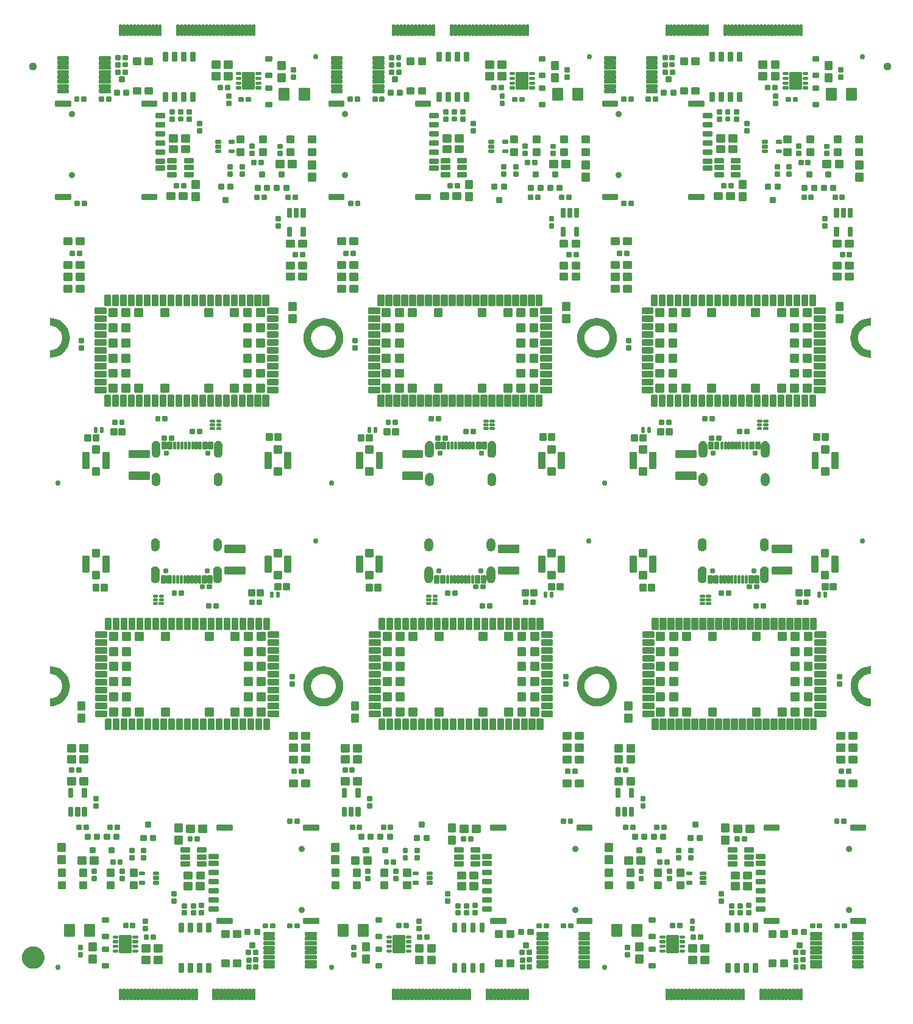
<source format=gts>
G04 EAGLE Gerber RS-274X export*
G75*
%MOMM*%
%FSLAX34Y34*%
%LPD*%
%INSoldermask Top*%
%IPPOS*%
%AMOC8*
5,1,8,0,0,1.08239X$1,22.5*%
G01*
%ADD10C,0.228959*%
%ADD11C,0.736600*%
%ADD12C,0.230578*%
%ADD13C,0.225369*%
%ADD14C,0.777000*%
%ADD15C,0.762000*%
%ADD16C,0.227100*%
%ADD17C,0.224509*%
%ADD18C,0.225400*%
%ADD19C,0.229050*%
%ADD20C,0.231559*%
%ADD21C,0.229738*%
%ADD22C,0.428259*%
%ADD23C,0.230800*%
%ADD24C,0.225938*%
%ADD25C,0.224709*%
%ADD26C,0.233100*%
%ADD27C,0.877000*%
%ADD28C,0.231750*%
%ADD29C,0.220859*%
%ADD30C,0.223409*%
%ADD31C,0.231647*%
%ADD32C,0.229969*%
%ADD33C,1.127000*%
%ADD34C,1.270000*%
%ADD35C,1.627000*%

G36*
X757459Y895751D02*
X757459Y895751D01*
X757461Y895750D01*
X757463Y895751D01*
X761343Y896029D01*
X761353Y896032D01*
X761379Y896034D01*
X765213Y896868D01*
X765221Y896872D01*
X765247Y896878D01*
X768923Y898249D01*
X768931Y898255D01*
X768955Y898264D01*
X772399Y900144D01*
X772406Y900151D01*
X772429Y900163D01*
X775570Y902515D01*
X775576Y902523D01*
X775597Y902538D01*
X778371Y905313D01*
X778376Y905321D01*
X778395Y905339D01*
X780746Y908480D01*
X780749Y908490D01*
X780765Y908510D01*
X782646Y911954D01*
X782648Y911963D01*
X782660Y911986D01*
X784032Y915663D01*
X784032Y915672D01*
X784042Y915697D01*
X784876Y919531D01*
X784875Y919540D01*
X784881Y919566D01*
X785161Y923480D01*
X785159Y923489D01*
X785161Y923515D01*
X784881Y927429D01*
X784879Y927433D01*
X784880Y927436D01*
X784877Y927442D01*
X784876Y927464D01*
X784042Y931298D01*
X784037Y931307D01*
X784032Y931332D01*
X782660Y935008D01*
X782655Y935016D01*
X782646Y935041D01*
X780765Y938484D01*
X780758Y938491D01*
X780746Y938514D01*
X778395Y941655D01*
X778387Y941661D01*
X778371Y941682D01*
X775597Y944457D01*
X775588Y944461D01*
X775570Y944480D01*
X772429Y946831D01*
X772420Y946835D01*
X772399Y946851D01*
X768955Y948731D01*
X768946Y948733D01*
X768923Y948746D01*
X765247Y950117D01*
X765237Y950118D01*
X765213Y950127D01*
X761379Y950961D01*
X761369Y950960D01*
X761343Y950966D01*
X757430Y951246D01*
X757425Y951245D01*
X757410Y951246D01*
X757381Y951244D01*
X757379Y951244D01*
X757377Y951244D01*
X753497Y950966D01*
X753487Y950963D01*
X753461Y950961D01*
X749627Y950127D01*
X749619Y950122D01*
X749593Y950117D01*
X745917Y948746D01*
X745909Y948740D01*
X745885Y948731D01*
X742441Y946851D01*
X742434Y946844D01*
X742411Y946831D01*
X739270Y944480D01*
X739264Y944472D01*
X739243Y944457D01*
X736469Y941682D01*
X736464Y941674D01*
X736445Y941655D01*
X734094Y938514D01*
X734091Y938505D01*
X734075Y938484D01*
X732194Y935041D01*
X732192Y935031D01*
X732180Y935008D01*
X730808Y931332D01*
X730808Y931323D01*
X730798Y931298D01*
X729964Y927464D01*
X729965Y927454D01*
X729959Y927429D01*
X729679Y923515D01*
X729681Y923506D01*
X729679Y923480D01*
X729959Y919566D01*
X729963Y919557D01*
X729964Y919531D01*
X730798Y915697D01*
X730803Y915688D01*
X730808Y915663D01*
X732180Y911986D01*
X732185Y911979D01*
X732194Y911954D01*
X734075Y908510D01*
X734082Y908504D01*
X734094Y908480D01*
X736445Y905339D01*
X736453Y905334D01*
X736469Y905313D01*
X739243Y902538D01*
X739252Y902533D01*
X739270Y902515D01*
X742411Y900163D01*
X742420Y900160D01*
X742441Y900144D01*
X745885Y898264D01*
X745894Y898262D01*
X745917Y898249D01*
X749593Y896878D01*
X749603Y896877D01*
X749627Y896868D01*
X753461Y896034D01*
X753471Y896034D01*
X753497Y896029D01*
X757410Y895749D01*
X757415Y895750D01*
X757430Y895749D01*
X757459Y895751D01*
G37*
G36*
X757475Y412253D02*
X757475Y412253D01*
X757477Y412253D01*
X757479Y412254D01*
X761359Y412531D01*
X761369Y412535D01*
X761395Y412536D01*
X765229Y413370D01*
X765237Y413375D01*
X765263Y413380D01*
X768939Y414752D01*
X768947Y414757D01*
X768971Y414766D01*
X772415Y416647D01*
X772422Y416654D01*
X772445Y416666D01*
X775586Y419017D01*
X775592Y419025D01*
X775613Y419041D01*
X778387Y421815D01*
X778392Y421824D01*
X778411Y421842D01*
X780762Y424983D01*
X780765Y424992D01*
X780781Y425013D01*
X782662Y428457D01*
X782664Y428466D01*
X782676Y428489D01*
X784048Y432165D01*
X784048Y432175D01*
X784058Y432199D01*
X784892Y436033D01*
X784891Y436043D01*
X784897Y436069D01*
X785177Y439982D01*
X785175Y439992D01*
X785177Y440018D01*
X784897Y443931D01*
X784895Y443936D01*
X784896Y443939D01*
X784893Y443945D01*
X784892Y443967D01*
X784058Y447801D01*
X784053Y447809D01*
X784048Y447835D01*
X782676Y451511D01*
X782671Y451519D01*
X782662Y451543D01*
X780781Y454987D01*
X780774Y454994D01*
X780762Y455017D01*
X778411Y458158D01*
X778403Y458164D01*
X778387Y458185D01*
X775613Y460959D01*
X775604Y460964D01*
X775586Y460983D01*
X772445Y463334D01*
X772436Y463337D01*
X772415Y463353D01*
X768971Y465234D01*
X768962Y465236D01*
X768939Y465248D01*
X765263Y466620D01*
X765253Y466620D01*
X765229Y466630D01*
X761395Y467464D01*
X761385Y467463D01*
X761359Y467469D01*
X757446Y467749D01*
X757441Y467748D01*
X757426Y467749D01*
X757397Y467747D01*
X757395Y467747D01*
X757393Y467746D01*
X753513Y467469D01*
X753503Y467465D01*
X753477Y467464D01*
X749643Y466630D01*
X749635Y466625D01*
X749609Y466620D01*
X745933Y465248D01*
X745925Y465243D01*
X745901Y465234D01*
X742457Y463353D01*
X742450Y463346D01*
X742427Y463334D01*
X739286Y460983D01*
X739280Y460975D01*
X739259Y460959D01*
X736485Y458185D01*
X736480Y458176D01*
X736461Y458158D01*
X734110Y455017D01*
X734107Y455008D01*
X734091Y454987D01*
X732210Y451543D01*
X732208Y451534D01*
X732196Y451511D01*
X730824Y447835D01*
X730824Y447825D01*
X730814Y447801D01*
X729980Y443967D01*
X729981Y443957D01*
X729975Y443931D01*
X729695Y440018D01*
X729697Y440008D01*
X729695Y439982D01*
X729975Y436069D01*
X729979Y436059D01*
X729980Y436033D01*
X730814Y432199D01*
X730819Y432191D01*
X730824Y432165D01*
X732196Y428489D01*
X732201Y428481D01*
X732210Y428457D01*
X734091Y425013D01*
X734098Y425006D01*
X734110Y424983D01*
X736461Y421842D01*
X736469Y421836D01*
X736485Y421815D01*
X739259Y419041D01*
X739268Y419036D01*
X739286Y419017D01*
X742427Y416666D01*
X742436Y416663D01*
X742457Y416647D01*
X745901Y414766D01*
X745910Y414764D01*
X745933Y414752D01*
X749609Y413380D01*
X749619Y413380D01*
X749643Y413370D01*
X753477Y412536D01*
X753487Y412537D01*
X753513Y412531D01*
X757426Y412251D01*
X757431Y412253D01*
X757446Y412251D01*
X757475Y412253D01*
G37*
G36*
X377491Y412253D02*
X377491Y412253D01*
X377493Y412253D01*
X377495Y412254D01*
X381375Y412531D01*
X381385Y412535D01*
X381411Y412536D01*
X385245Y413370D01*
X385253Y413375D01*
X385279Y413380D01*
X388955Y414752D01*
X388963Y414757D01*
X388987Y414766D01*
X392431Y416647D01*
X392438Y416654D01*
X392461Y416666D01*
X395602Y419017D01*
X395608Y419025D01*
X395629Y419041D01*
X398403Y421815D01*
X398408Y421824D01*
X398427Y421842D01*
X400778Y424983D01*
X400781Y424992D01*
X400797Y425013D01*
X402678Y428457D01*
X402680Y428466D01*
X402692Y428489D01*
X404064Y432165D01*
X404064Y432175D01*
X404074Y432199D01*
X404908Y436033D01*
X404907Y436043D01*
X404913Y436069D01*
X405193Y439982D01*
X405191Y439992D01*
X405193Y440018D01*
X404913Y443931D01*
X404911Y443936D01*
X404912Y443939D01*
X404909Y443945D01*
X404908Y443967D01*
X404074Y447801D01*
X404069Y447809D01*
X404064Y447835D01*
X402692Y451511D01*
X402687Y451519D01*
X402678Y451543D01*
X400797Y454987D01*
X400790Y454994D01*
X400778Y455017D01*
X398427Y458158D01*
X398419Y458164D01*
X398403Y458185D01*
X395629Y460959D01*
X395620Y460964D01*
X395602Y460983D01*
X392461Y463334D01*
X392452Y463337D01*
X392431Y463353D01*
X388987Y465234D01*
X388978Y465236D01*
X388955Y465248D01*
X385279Y466620D01*
X385269Y466620D01*
X385245Y466630D01*
X381411Y467464D01*
X381401Y467463D01*
X381375Y467469D01*
X377462Y467749D01*
X377457Y467748D01*
X377442Y467749D01*
X377413Y467747D01*
X377411Y467747D01*
X377409Y467746D01*
X373529Y467469D01*
X373519Y467465D01*
X373493Y467464D01*
X369659Y466630D01*
X369651Y466625D01*
X369625Y466620D01*
X365949Y465248D01*
X365941Y465243D01*
X365917Y465234D01*
X362473Y463353D01*
X362466Y463346D01*
X362443Y463334D01*
X359302Y460983D01*
X359296Y460975D01*
X359275Y460959D01*
X356501Y458185D01*
X356496Y458176D01*
X356477Y458158D01*
X354126Y455017D01*
X354123Y455008D01*
X354107Y454987D01*
X352226Y451543D01*
X352224Y451534D01*
X352212Y451511D01*
X350840Y447835D01*
X350840Y447825D01*
X350830Y447801D01*
X349996Y443967D01*
X349997Y443957D01*
X349991Y443931D01*
X349711Y440018D01*
X349713Y440008D01*
X349711Y439982D01*
X349991Y436069D01*
X349995Y436059D01*
X349996Y436033D01*
X350830Y432199D01*
X350835Y432191D01*
X350840Y432165D01*
X352212Y428489D01*
X352217Y428481D01*
X352226Y428457D01*
X354107Y425013D01*
X354114Y425006D01*
X354126Y424983D01*
X356477Y421842D01*
X356485Y421836D01*
X356501Y421815D01*
X359275Y419041D01*
X359284Y419036D01*
X359302Y419017D01*
X362443Y416666D01*
X362452Y416663D01*
X362473Y416647D01*
X365917Y414766D01*
X365926Y414764D01*
X365949Y414752D01*
X369625Y413380D01*
X369635Y413380D01*
X369659Y413370D01*
X373493Y412536D01*
X373503Y412537D01*
X373529Y412531D01*
X377442Y412251D01*
X377447Y412253D01*
X377462Y412251D01*
X377491Y412253D01*
G37*
G36*
X377475Y895751D02*
X377475Y895751D01*
X377477Y895750D01*
X377479Y895751D01*
X381359Y896029D01*
X381369Y896032D01*
X381395Y896034D01*
X385229Y896868D01*
X385237Y896872D01*
X385263Y896878D01*
X388939Y898249D01*
X388947Y898255D01*
X388971Y898264D01*
X392415Y900144D01*
X392422Y900151D01*
X392445Y900163D01*
X395586Y902515D01*
X395592Y902523D01*
X395613Y902538D01*
X398387Y905313D01*
X398392Y905321D01*
X398411Y905339D01*
X400762Y908480D01*
X400765Y908490D01*
X400781Y908510D01*
X402662Y911954D01*
X402664Y911963D01*
X402676Y911986D01*
X404048Y915663D01*
X404048Y915672D01*
X404058Y915697D01*
X404892Y919531D01*
X404891Y919540D01*
X404897Y919566D01*
X405177Y923480D01*
X405175Y923489D01*
X405177Y923515D01*
X404897Y927429D01*
X404895Y927433D01*
X404896Y927436D01*
X404893Y927442D01*
X404892Y927464D01*
X404058Y931298D01*
X404053Y931307D01*
X404048Y931332D01*
X402676Y935008D01*
X402671Y935016D01*
X402662Y935041D01*
X400781Y938484D01*
X400774Y938491D01*
X400762Y938514D01*
X398411Y941655D01*
X398403Y941661D01*
X398387Y941682D01*
X395613Y944457D01*
X395604Y944461D01*
X395586Y944480D01*
X392445Y946831D01*
X392436Y946835D01*
X392415Y946851D01*
X388971Y948731D01*
X388962Y948733D01*
X388939Y948746D01*
X385263Y950117D01*
X385253Y950118D01*
X385229Y950127D01*
X381395Y950961D01*
X381385Y950960D01*
X381359Y950966D01*
X377446Y951246D01*
X377441Y951245D01*
X377426Y951246D01*
X377397Y951244D01*
X377395Y951244D01*
X377393Y951244D01*
X373513Y950966D01*
X373503Y950963D01*
X373477Y950961D01*
X369643Y950127D01*
X369635Y950122D01*
X369609Y950117D01*
X365933Y948746D01*
X365925Y948740D01*
X365901Y948731D01*
X362457Y946851D01*
X362450Y946844D01*
X362427Y946831D01*
X359286Y944480D01*
X359280Y944472D01*
X359259Y944457D01*
X356485Y941682D01*
X356480Y941674D01*
X356461Y941655D01*
X354110Y938514D01*
X354107Y938505D01*
X354091Y938484D01*
X352210Y935041D01*
X352208Y935031D01*
X352196Y935008D01*
X350824Y931332D01*
X350824Y931323D01*
X350814Y931298D01*
X349980Y927464D01*
X349981Y927454D01*
X349975Y927429D01*
X349695Y923515D01*
X349697Y923506D01*
X349695Y923480D01*
X349975Y919566D01*
X349979Y919557D01*
X349980Y919531D01*
X350814Y915697D01*
X350819Y915688D01*
X350824Y915663D01*
X352196Y911986D01*
X352201Y911979D01*
X352210Y911954D01*
X354091Y908510D01*
X354098Y908504D01*
X354110Y908480D01*
X356461Y905339D01*
X356469Y905334D01*
X356485Y905313D01*
X359259Y902538D01*
X359268Y902533D01*
X359286Y902515D01*
X362427Y900163D01*
X362436Y900160D01*
X362457Y900144D01*
X365901Y898264D01*
X365910Y898262D01*
X365933Y898249D01*
X369609Y896878D01*
X369619Y896877D01*
X369643Y896868D01*
X373477Y896034D01*
X373487Y896034D01*
X373513Y896029D01*
X377426Y895749D01*
X377431Y895750D01*
X377446Y895749D01*
X377475Y895751D01*
G37*
%LPC*%
G36*
X374762Y422962D02*
X374762Y422962D01*
X372129Y423594D01*
X369629Y424630D01*
X367321Y426044D01*
X365262Y427802D01*
X363504Y429861D01*
X362090Y432169D01*
X361054Y434669D01*
X360422Y437302D01*
X360210Y440000D01*
X360422Y442698D01*
X361054Y445331D01*
X362090Y447831D01*
X363504Y450139D01*
X365262Y452198D01*
X367321Y453956D01*
X369629Y455370D01*
X372129Y456406D01*
X374762Y457038D01*
X377452Y457249D01*
X380142Y457038D01*
X382775Y456406D01*
X385275Y455370D01*
X387583Y453956D01*
X389642Y452198D01*
X391400Y450139D01*
X392814Y447831D01*
X393850Y445331D01*
X394482Y442698D01*
X394694Y440000D01*
X394482Y437302D01*
X393850Y434669D01*
X392814Y432169D01*
X391400Y429861D01*
X389642Y427802D01*
X387583Y426044D01*
X385275Y424630D01*
X382775Y423594D01*
X380142Y422962D01*
X377452Y422751D01*
X374762Y422962D01*
G37*
%LPD*%
%LPC*%
G36*
X754746Y422962D02*
X754746Y422962D01*
X752113Y423594D01*
X749613Y424630D01*
X747305Y426044D01*
X745246Y427802D01*
X743488Y429861D01*
X742074Y432169D01*
X741038Y434669D01*
X740406Y437302D01*
X740194Y440000D01*
X740406Y442698D01*
X741038Y445331D01*
X742074Y447831D01*
X743488Y450139D01*
X745246Y452198D01*
X747305Y453956D01*
X749613Y455370D01*
X752113Y456406D01*
X754746Y457038D01*
X757436Y457249D01*
X760126Y457038D01*
X762759Y456406D01*
X765259Y455370D01*
X767567Y453956D01*
X769626Y452198D01*
X771384Y450139D01*
X772798Y447831D01*
X773834Y445331D01*
X774466Y442698D01*
X774678Y440000D01*
X774466Y437302D01*
X773834Y434669D01*
X772798Y432169D01*
X771384Y429861D01*
X769626Y427802D01*
X767567Y426044D01*
X765259Y424630D01*
X762759Y423594D01*
X760126Y422962D01*
X757436Y422751D01*
X754746Y422962D01*
G37*
%LPD*%
%LPC*%
G36*
X374746Y906460D02*
X374746Y906460D01*
X372113Y907092D01*
X369613Y908128D01*
X367305Y909542D01*
X365246Y911300D01*
X363488Y913358D01*
X362074Y915666D01*
X361038Y918167D01*
X360406Y920799D01*
X360194Y923497D01*
X360406Y926196D01*
X361038Y928828D01*
X362074Y931329D01*
X363488Y933637D01*
X365246Y935695D01*
X367305Y937453D01*
X369613Y938867D01*
X372113Y939903D01*
X374746Y940535D01*
X377436Y940747D01*
X380126Y940535D01*
X382759Y939903D01*
X385259Y938867D01*
X387567Y937453D01*
X389626Y935695D01*
X391384Y933637D01*
X392798Y931329D01*
X393834Y928828D01*
X394466Y926196D01*
X394678Y923497D01*
X394466Y920799D01*
X393834Y918167D01*
X392798Y915666D01*
X391384Y913358D01*
X389626Y911300D01*
X387567Y909542D01*
X385259Y908128D01*
X382759Y907092D01*
X380126Y906460D01*
X377436Y906248D01*
X374746Y906460D01*
G37*
%LPD*%
%LPC*%
G36*
X754730Y906460D02*
X754730Y906460D01*
X752097Y907092D01*
X749597Y908128D01*
X747289Y909542D01*
X745230Y911300D01*
X743472Y913358D01*
X742058Y915666D01*
X741022Y918167D01*
X740390Y920799D01*
X740178Y923497D01*
X740390Y926196D01*
X741022Y928828D01*
X742058Y931329D01*
X743472Y933637D01*
X745230Y935695D01*
X747289Y937453D01*
X749597Y938867D01*
X752097Y939903D01*
X754730Y940535D01*
X757420Y940747D01*
X760110Y940535D01*
X762743Y939903D01*
X765243Y938867D01*
X767551Y937453D01*
X769610Y935695D01*
X771368Y933637D01*
X772782Y931329D01*
X773818Y928828D01*
X774450Y926196D01*
X774662Y923497D01*
X774450Y920799D01*
X773818Y918167D01*
X772782Y915666D01*
X771368Y913358D01*
X769610Y911300D01*
X767551Y909542D01*
X765243Y908128D01*
X762743Y907092D01*
X760110Y906460D01*
X757420Y906248D01*
X754730Y906460D01*
G37*
%LPD*%
G36*
X1375Y896029D02*
X1375Y896029D01*
X1385Y896032D01*
X1411Y896034D01*
X5245Y896868D01*
X5253Y896872D01*
X5279Y896878D01*
X8955Y898249D01*
X8963Y898255D01*
X8987Y898264D01*
X12431Y900144D01*
X12438Y900151D01*
X12461Y900163D01*
X15602Y902515D01*
X15608Y902523D01*
X15629Y902538D01*
X18403Y905313D01*
X18408Y905321D01*
X18427Y905339D01*
X20778Y908480D01*
X20781Y908490D01*
X20797Y908510D01*
X22678Y911954D01*
X22680Y911963D01*
X22692Y911986D01*
X24064Y915663D01*
X24064Y915672D01*
X24074Y915697D01*
X24908Y919531D01*
X24907Y919540D01*
X24913Y919566D01*
X25193Y923480D01*
X25191Y923489D01*
X25193Y923515D01*
X24913Y927429D01*
X24911Y927433D01*
X24912Y927436D01*
X24909Y927442D01*
X24908Y927464D01*
X24074Y931298D01*
X24069Y931307D01*
X24064Y931332D01*
X22692Y935008D01*
X22687Y935016D01*
X22678Y935041D01*
X20797Y938484D01*
X20790Y938491D01*
X20778Y938514D01*
X18427Y941655D01*
X18419Y941661D01*
X18403Y941682D01*
X15629Y944457D01*
X15620Y944461D01*
X15602Y944480D01*
X12461Y946831D01*
X12452Y946835D01*
X12431Y946851D01*
X8987Y948731D01*
X8978Y948733D01*
X8955Y948746D01*
X5279Y950117D01*
X5269Y950118D01*
X5245Y950127D01*
X1411Y950961D01*
X1401Y950960D01*
X1375Y950966D01*
X-2538Y951246D01*
X-2564Y951241D01*
X-2589Y951244D01*
X-2631Y951226D01*
X-2675Y951217D01*
X-2693Y951198D01*
X-2717Y951188D01*
X-2742Y951150D01*
X-2774Y951118D01*
X-2780Y951093D01*
X-2794Y951071D01*
X-2805Y950997D01*
X-2805Y940997D01*
X-2803Y940990D01*
X-2805Y940983D01*
X-2784Y940924D01*
X-2766Y940863D01*
X-2761Y940858D01*
X-2758Y940852D01*
X-2708Y940813D01*
X-2661Y940771D01*
X-2654Y940770D01*
X-2648Y940766D01*
X-2576Y940749D01*
X142Y940535D01*
X2775Y939903D01*
X5275Y938867D01*
X7583Y937453D01*
X9642Y935695D01*
X11400Y933637D01*
X12814Y931329D01*
X13850Y928828D01*
X14482Y926196D01*
X14694Y923497D01*
X14482Y920799D01*
X13850Y918167D01*
X12814Y915666D01*
X11400Y913358D01*
X9642Y911300D01*
X7583Y909542D01*
X5275Y908128D01*
X2775Y907092D01*
X142Y906460D01*
X-2576Y906246D01*
X-2582Y906243D01*
X-2589Y906244D01*
X-2647Y906219D01*
X-2706Y906196D01*
X-2711Y906191D01*
X-2717Y906188D01*
X-2752Y906135D01*
X-2790Y906084D01*
X-2790Y906077D01*
X-2794Y906071D01*
X-2805Y905997D01*
X-2805Y895997D01*
X-2798Y895972D01*
X-2800Y895946D01*
X-2779Y895907D01*
X-2766Y895863D01*
X-2746Y895846D01*
X-2734Y895823D01*
X-2695Y895801D01*
X-2661Y895771D01*
X-2635Y895767D01*
X-2612Y895755D01*
X-2538Y895749D01*
X1375Y896029D01*
G37*
G36*
X1391Y412531D02*
X1391Y412531D01*
X1401Y412535D01*
X1427Y412536D01*
X5261Y413370D01*
X5269Y413375D01*
X5295Y413380D01*
X8971Y414752D01*
X8979Y414757D01*
X9003Y414766D01*
X12447Y416647D01*
X12454Y416654D01*
X12477Y416666D01*
X15618Y419017D01*
X15624Y419025D01*
X15645Y419041D01*
X18419Y421815D01*
X18424Y421824D01*
X18443Y421842D01*
X20794Y424983D01*
X20797Y424992D01*
X20813Y425013D01*
X22694Y428457D01*
X22696Y428466D01*
X22708Y428489D01*
X24080Y432165D01*
X24080Y432175D01*
X24090Y432199D01*
X24924Y436033D01*
X24923Y436043D01*
X24929Y436069D01*
X25209Y439982D01*
X25207Y439992D01*
X25209Y440018D01*
X24929Y443931D01*
X24927Y443936D01*
X24928Y443939D01*
X24925Y443945D01*
X24924Y443967D01*
X24090Y447801D01*
X24085Y447809D01*
X24080Y447835D01*
X22708Y451511D01*
X22703Y451519D01*
X22694Y451543D01*
X20813Y454987D01*
X20806Y454994D01*
X20794Y455017D01*
X18443Y458158D01*
X18435Y458164D01*
X18419Y458185D01*
X15645Y460959D01*
X15636Y460964D01*
X15618Y460983D01*
X12477Y463334D01*
X12468Y463337D01*
X12447Y463353D01*
X9003Y465234D01*
X8994Y465236D01*
X8971Y465248D01*
X5295Y466620D01*
X5285Y466620D01*
X5261Y466630D01*
X1427Y467464D01*
X1417Y467463D01*
X1391Y467469D01*
X-2522Y467749D01*
X-2548Y467743D01*
X-2573Y467747D01*
X-2615Y467729D01*
X-2659Y467719D01*
X-2677Y467701D01*
X-2701Y467690D01*
X-2726Y467652D01*
X-2758Y467621D01*
X-2764Y467595D01*
X-2778Y467574D01*
X-2789Y467500D01*
X-2789Y457500D01*
X-2787Y457493D01*
X-2789Y457486D01*
X-2768Y457427D01*
X-2750Y457366D01*
X-2745Y457361D01*
X-2742Y457354D01*
X-2692Y457316D01*
X-2645Y457274D01*
X-2638Y457273D01*
X-2632Y457268D01*
X-2560Y457252D01*
X158Y457038D01*
X2791Y456406D01*
X5291Y455370D01*
X7599Y453956D01*
X9658Y452198D01*
X11416Y450139D01*
X12830Y447831D01*
X13866Y445331D01*
X14498Y442698D01*
X14710Y440000D01*
X14498Y437302D01*
X13866Y434669D01*
X12830Y432169D01*
X11416Y429861D01*
X9658Y427802D01*
X7599Y426044D01*
X5291Y424630D01*
X2791Y423594D01*
X158Y422962D01*
X-2560Y422748D01*
X-2566Y422746D01*
X-2573Y422747D01*
X-2631Y422721D01*
X-2690Y422699D01*
X-2695Y422693D01*
X-2701Y422690D01*
X-2736Y422637D01*
X-2774Y422587D01*
X-2774Y422580D01*
X-2778Y422574D01*
X-2789Y422500D01*
X-2789Y412500D01*
X-2782Y412475D01*
X-2784Y412449D01*
X-2763Y412409D01*
X-2750Y412366D01*
X-2730Y412349D01*
X-2718Y412326D01*
X-2679Y412304D01*
X-2645Y412274D01*
X-2619Y412270D01*
X-2596Y412257D01*
X-2522Y412251D01*
X1391Y412531D01*
G37*
G36*
X1137420Y895754D02*
X1137420Y895754D01*
X1137445Y895750D01*
X1137487Y895769D01*
X1137531Y895778D01*
X1137549Y895797D01*
X1137573Y895807D01*
X1137598Y895845D01*
X1137630Y895877D01*
X1137636Y895902D01*
X1137650Y895924D01*
X1137661Y895997D01*
X1137661Y905997D01*
X1137659Y906004D01*
X1137661Y906011D01*
X1137640Y906071D01*
X1137622Y906132D01*
X1137617Y906136D01*
X1137614Y906143D01*
X1137564Y906182D01*
X1137517Y906224D01*
X1137510Y906225D01*
X1137504Y906229D01*
X1137432Y906246D01*
X1134714Y906460D01*
X1132081Y907092D01*
X1129581Y908128D01*
X1127273Y909542D01*
X1125214Y911300D01*
X1123456Y913358D01*
X1122042Y915666D01*
X1121006Y918167D01*
X1120374Y920799D01*
X1120162Y923497D01*
X1120374Y926196D01*
X1121006Y928828D01*
X1122042Y931329D01*
X1123456Y933637D01*
X1125214Y935695D01*
X1127273Y937453D01*
X1129581Y938867D01*
X1132081Y939903D01*
X1134714Y940535D01*
X1137432Y940749D01*
X1137438Y940752D01*
X1137445Y940750D01*
X1137503Y940776D01*
X1137562Y940799D01*
X1137567Y940804D01*
X1137573Y940807D01*
X1137608Y940860D01*
X1137646Y940911D01*
X1137646Y940918D01*
X1137650Y940924D01*
X1137661Y940997D01*
X1137661Y950997D01*
X1137654Y951022D01*
X1137656Y951048D01*
X1137635Y951088D01*
X1137622Y951132D01*
X1137602Y951149D01*
X1137590Y951172D01*
X1137551Y951194D01*
X1137517Y951224D01*
X1137491Y951227D01*
X1137468Y951240D01*
X1137394Y951246D01*
X1133481Y950966D01*
X1133471Y950963D01*
X1133445Y950961D01*
X1129611Y950127D01*
X1129603Y950122D01*
X1129577Y950117D01*
X1125901Y948746D01*
X1125893Y948740D01*
X1125869Y948731D01*
X1122425Y946851D01*
X1122418Y946844D01*
X1122395Y946831D01*
X1119254Y944480D01*
X1119248Y944472D01*
X1119227Y944457D01*
X1116453Y941682D01*
X1116448Y941674D01*
X1116429Y941655D01*
X1114078Y938514D01*
X1114075Y938505D01*
X1114059Y938484D01*
X1112178Y935041D01*
X1112176Y935031D01*
X1112164Y935008D01*
X1110792Y931332D01*
X1110792Y931323D01*
X1110782Y931298D01*
X1109948Y927464D01*
X1109949Y927454D01*
X1109943Y927429D01*
X1109663Y923515D01*
X1109665Y923506D01*
X1109663Y923480D01*
X1109943Y919566D01*
X1109947Y919557D01*
X1109948Y919531D01*
X1110782Y915697D01*
X1110787Y915688D01*
X1110792Y915663D01*
X1112164Y911986D01*
X1112169Y911979D01*
X1112178Y911954D01*
X1114059Y908510D01*
X1114066Y908504D01*
X1114078Y908480D01*
X1116429Y905339D01*
X1116437Y905334D01*
X1116453Y905313D01*
X1119227Y902538D01*
X1119236Y902533D01*
X1119254Y902515D01*
X1122395Y900163D01*
X1122404Y900160D01*
X1122425Y900144D01*
X1125869Y898264D01*
X1125878Y898262D01*
X1125901Y898249D01*
X1129577Y896878D01*
X1129587Y896877D01*
X1129611Y896868D01*
X1133445Y896034D01*
X1133455Y896034D01*
X1133481Y896029D01*
X1137394Y895749D01*
X1137420Y895754D01*
G37*
G36*
X1137436Y412257D02*
X1137436Y412257D01*
X1137461Y412253D01*
X1137503Y412271D01*
X1137547Y412281D01*
X1137565Y412299D01*
X1137589Y412310D01*
X1137614Y412348D01*
X1137646Y412379D01*
X1137652Y412405D01*
X1137666Y412427D01*
X1137677Y412500D01*
X1137677Y422500D01*
X1137675Y422507D01*
X1137677Y422514D01*
X1137656Y422573D01*
X1137638Y422634D01*
X1137633Y422639D01*
X1137630Y422646D01*
X1137580Y422685D01*
X1137533Y422726D01*
X1137526Y422727D01*
X1137520Y422732D01*
X1137448Y422748D01*
X1134730Y422962D01*
X1132097Y423594D01*
X1129597Y424630D01*
X1127289Y426044D01*
X1125230Y427802D01*
X1123472Y429861D01*
X1122058Y432169D01*
X1121022Y434669D01*
X1120390Y437302D01*
X1120178Y440000D01*
X1120390Y442698D01*
X1121022Y445331D01*
X1122058Y447831D01*
X1123472Y450139D01*
X1125230Y452198D01*
X1127289Y453956D01*
X1129597Y455370D01*
X1132097Y456406D01*
X1134730Y457038D01*
X1137448Y457252D01*
X1137454Y457254D01*
X1137461Y457253D01*
X1137519Y457279D01*
X1137578Y457301D01*
X1137583Y457307D01*
X1137589Y457310D01*
X1137624Y457363D01*
X1137662Y457413D01*
X1137662Y457421D01*
X1137666Y457427D01*
X1137677Y457500D01*
X1137677Y467500D01*
X1137670Y467525D01*
X1137672Y467551D01*
X1137651Y467591D01*
X1137638Y467634D01*
X1137618Y467651D01*
X1137606Y467674D01*
X1137567Y467696D01*
X1137533Y467726D01*
X1137507Y467730D01*
X1137484Y467743D01*
X1137410Y467749D01*
X1133497Y467469D01*
X1133487Y467465D01*
X1133461Y467464D01*
X1129627Y466630D01*
X1129619Y466625D01*
X1129593Y466620D01*
X1125917Y465248D01*
X1125909Y465243D01*
X1125885Y465234D01*
X1122441Y463353D01*
X1122434Y463346D01*
X1122411Y463334D01*
X1119270Y460983D01*
X1119264Y460975D01*
X1119243Y460959D01*
X1116469Y458185D01*
X1116464Y458176D01*
X1116445Y458158D01*
X1114094Y455017D01*
X1114091Y455008D01*
X1114075Y454987D01*
X1112194Y451543D01*
X1112192Y451534D01*
X1112180Y451511D01*
X1110808Y447835D01*
X1110808Y447825D01*
X1110798Y447801D01*
X1109964Y443967D01*
X1109965Y443957D01*
X1109959Y443931D01*
X1109679Y440018D01*
X1109681Y440008D01*
X1109679Y439982D01*
X1109959Y436069D01*
X1109963Y436059D01*
X1109964Y436033D01*
X1110798Y432199D01*
X1110803Y432191D01*
X1110808Y432165D01*
X1112180Y428489D01*
X1112185Y428481D01*
X1112194Y428457D01*
X1114075Y425013D01*
X1114082Y425006D01*
X1114094Y424983D01*
X1116445Y421842D01*
X1116453Y421836D01*
X1116469Y421815D01*
X1119243Y419041D01*
X1119252Y419036D01*
X1119270Y419017D01*
X1122411Y416666D01*
X1122420Y416663D01*
X1122441Y416647D01*
X1125885Y414766D01*
X1125894Y414764D01*
X1125917Y414752D01*
X1129593Y413380D01*
X1129603Y413380D01*
X1129627Y413370D01*
X1133461Y412536D01*
X1133471Y412537D01*
X1133497Y412531D01*
X1137410Y412251D01*
X1137436Y412257D01*
G37*
G36*
X991262Y583138D02*
X991262Y583138D01*
X991267Y583143D01*
X991271Y583139D01*
X992368Y583426D01*
X992372Y583432D01*
X992377Y583429D01*
X993396Y583924D01*
X993399Y583930D01*
X993404Y583929D01*
X994307Y584613D01*
X994309Y584620D01*
X994314Y584620D01*
X995067Y585467D01*
X995067Y585474D01*
X995072Y585475D01*
X995645Y586452D01*
X995644Y586455D01*
X995645Y586456D01*
X995644Y586457D01*
X995644Y586459D01*
X995649Y586461D01*
X996020Y587532D01*
X996018Y587537D01*
X996021Y587539D01*
X996020Y587540D01*
X996022Y587541D01*
X996177Y588663D01*
X996174Y588668D01*
X996177Y588670D01*
X996177Y600670D01*
X996174Y600675D01*
X996177Y600678D01*
X995972Y601945D01*
X995966Y601951D01*
X995969Y601956D01*
X995487Y603145D01*
X995480Y603149D01*
X995482Y603155D01*
X994748Y604208D01*
X994740Y604210D01*
X994741Y604216D01*
X993791Y605079D01*
X993782Y605080D01*
X993782Y605085D01*
X992663Y605715D01*
X992655Y605714D01*
X992653Y605720D01*
X991423Y606085D01*
X991415Y606082D01*
X991412Y606087D01*
X990131Y606169D01*
X990125Y606169D01*
X988844Y606087D01*
X988838Y606081D01*
X988833Y606085D01*
X987603Y605720D01*
X987598Y605713D01*
X987593Y605715D01*
X986474Y605085D01*
X986471Y605078D01*
X986465Y605079D01*
X985515Y604216D01*
X985514Y604208D01*
X985508Y604208D01*
X984774Y603155D01*
X984774Y603147D01*
X984769Y603145D01*
X984287Y601956D01*
X984289Y601950D01*
X984285Y601947D01*
X984286Y601946D01*
X984284Y601945D01*
X984079Y600678D01*
X984082Y600673D01*
X984079Y600670D01*
X984079Y588670D01*
X984082Y588666D01*
X984079Y588663D01*
X984234Y587541D01*
X984239Y587536D01*
X984236Y587532D01*
X984607Y586461D01*
X984613Y586457D01*
X984611Y586452D01*
X985184Y585475D01*
X985190Y585472D01*
X985189Y585467D01*
X985942Y584620D01*
X985949Y584618D01*
X985949Y584613D01*
X986852Y583929D01*
X986859Y583929D01*
X986860Y583924D01*
X987879Y583429D01*
X987886Y583431D01*
X987888Y583426D01*
X988985Y583139D01*
X988991Y583142D01*
X988994Y583138D01*
X990125Y583071D01*
X990129Y583073D01*
X990131Y583071D01*
X991262Y583138D01*
G37*
G36*
X231294Y583138D02*
X231294Y583138D01*
X231299Y583143D01*
X231303Y583139D01*
X232400Y583426D01*
X232404Y583432D01*
X232409Y583429D01*
X233428Y583924D01*
X233431Y583930D01*
X233436Y583929D01*
X234339Y584613D01*
X234341Y584620D01*
X234346Y584620D01*
X235099Y585467D01*
X235099Y585474D01*
X235104Y585475D01*
X235677Y586452D01*
X235676Y586455D01*
X235677Y586456D01*
X235676Y586457D01*
X235676Y586459D01*
X235681Y586461D01*
X236052Y587532D01*
X236050Y587537D01*
X236053Y587539D01*
X236052Y587540D01*
X236054Y587541D01*
X236209Y588663D01*
X236206Y588668D01*
X236209Y588670D01*
X236209Y600670D01*
X236206Y600675D01*
X236209Y600678D01*
X236004Y601945D01*
X235998Y601951D01*
X236001Y601956D01*
X235519Y603145D01*
X235512Y603149D01*
X235514Y603155D01*
X234780Y604208D01*
X234772Y604210D01*
X234773Y604216D01*
X233823Y605079D01*
X233814Y605080D01*
X233814Y605085D01*
X232695Y605715D01*
X232687Y605714D01*
X232685Y605720D01*
X231455Y606085D01*
X231447Y606082D01*
X231444Y606087D01*
X230163Y606169D01*
X230157Y606169D01*
X228876Y606087D01*
X228870Y606081D01*
X228865Y606085D01*
X227635Y605720D01*
X227630Y605713D01*
X227625Y605715D01*
X226506Y605085D01*
X226503Y605078D01*
X226497Y605079D01*
X225547Y604216D01*
X225546Y604208D01*
X225540Y604208D01*
X224806Y603155D01*
X224806Y603147D01*
X224801Y603145D01*
X224319Y601956D01*
X224321Y601950D01*
X224317Y601947D01*
X224318Y601946D01*
X224316Y601945D01*
X224111Y600678D01*
X224114Y600673D01*
X224111Y600670D01*
X224111Y588670D01*
X224114Y588666D01*
X224111Y588663D01*
X224266Y587541D01*
X224271Y587536D01*
X224268Y587532D01*
X224639Y586461D01*
X224645Y586457D01*
X224643Y586452D01*
X225216Y585475D01*
X225222Y585472D01*
X225221Y585467D01*
X225974Y584620D01*
X225981Y584618D01*
X225981Y584613D01*
X226884Y583929D01*
X226891Y583929D01*
X226892Y583924D01*
X227911Y583429D01*
X227918Y583431D01*
X227920Y583426D01*
X229017Y583139D01*
X229023Y583142D01*
X229026Y583138D01*
X230157Y583071D01*
X230161Y583073D01*
X230163Y583071D01*
X231294Y583138D01*
G37*
G36*
X524878Y583138D02*
X524878Y583138D01*
X524883Y583143D01*
X524887Y583139D01*
X525984Y583426D01*
X525988Y583432D01*
X525993Y583429D01*
X527012Y583924D01*
X527015Y583930D01*
X527020Y583929D01*
X527923Y584613D01*
X527925Y584620D01*
X527930Y584620D01*
X528683Y585467D01*
X528683Y585474D01*
X528688Y585475D01*
X529261Y586452D01*
X529260Y586455D01*
X529261Y586456D01*
X529260Y586457D01*
X529260Y586459D01*
X529265Y586461D01*
X529636Y587532D01*
X529634Y587537D01*
X529637Y587539D01*
X529636Y587540D01*
X529638Y587541D01*
X529793Y588663D01*
X529790Y588668D01*
X529793Y588670D01*
X529793Y600670D01*
X529790Y600675D01*
X529793Y600678D01*
X529588Y601945D01*
X529582Y601951D01*
X529585Y601956D01*
X529103Y603145D01*
X529096Y603149D01*
X529098Y603155D01*
X528364Y604208D01*
X528356Y604210D01*
X528357Y604216D01*
X527407Y605079D01*
X527398Y605080D01*
X527398Y605085D01*
X526279Y605715D01*
X526271Y605714D01*
X526269Y605720D01*
X525039Y606085D01*
X525031Y606082D01*
X525028Y606087D01*
X523747Y606169D01*
X523741Y606169D01*
X522460Y606087D01*
X522454Y606081D01*
X522449Y606085D01*
X521219Y605720D01*
X521214Y605713D01*
X521209Y605715D01*
X520090Y605085D01*
X520087Y605078D01*
X520081Y605079D01*
X519131Y604216D01*
X519130Y604208D01*
X519124Y604208D01*
X518390Y603155D01*
X518390Y603147D01*
X518385Y603145D01*
X517903Y601956D01*
X517905Y601950D01*
X517901Y601947D01*
X517902Y601946D01*
X517900Y601945D01*
X517695Y600678D01*
X517698Y600673D01*
X517695Y600670D01*
X517695Y588670D01*
X517698Y588666D01*
X517695Y588663D01*
X517850Y587541D01*
X517855Y587536D01*
X517852Y587532D01*
X518223Y586461D01*
X518229Y586457D01*
X518227Y586452D01*
X518800Y585475D01*
X518806Y585472D01*
X518805Y585467D01*
X519558Y584620D01*
X519565Y584618D01*
X519565Y584613D01*
X520468Y583929D01*
X520475Y583929D01*
X520476Y583924D01*
X521495Y583429D01*
X521502Y583431D01*
X521504Y583426D01*
X522601Y583139D01*
X522607Y583142D01*
X522610Y583138D01*
X523741Y583071D01*
X523745Y583073D01*
X523747Y583071D01*
X524878Y583138D01*
G37*
G36*
X144894Y583138D02*
X144894Y583138D01*
X144899Y583143D01*
X144903Y583139D01*
X146000Y583426D01*
X146004Y583432D01*
X146009Y583429D01*
X147028Y583924D01*
X147031Y583930D01*
X147036Y583929D01*
X147939Y584613D01*
X147941Y584620D01*
X147946Y584620D01*
X148699Y585467D01*
X148699Y585474D01*
X148704Y585475D01*
X149277Y586452D01*
X149276Y586455D01*
X149277Y586456D01*
X149276Y586457D01*
X149276Y586459D01*
X149281Y586461D01*
X149652Y587532D01*
X149650Y587537D01*
X149653Y587539D01*
X149652Y587540D01*
X149654Y587541D01*
X149809Y588663D01*
X149806Y588668D01*
X149809Y588670D01*
X149809Y600670D01*
X149806Y600675D01*
X149809Y600678D01*
X149604Y601945D01*
X149598Y601951D01*
X149601Y601956D01*
X149119Y603145D01*
X149112Y603149D01*
X149114Y603155D01*
X148380Y604208D01*
X148372Y604210D01*
X148373Y604216D01*
X147423Y605079D01*
X147414Y605080D01*
X147414Y605085D01*
X146295Y605715D01*
X146287Y605714D01*
X146285Y605720D01*
X145055Y606085D01*
X145047Y606082D01*
X145044Y606087D01*
X143763Y606169D01*
X143757Y606169D01*
X142476Y606087D01*
X142470Y606081D01*
X142465Y606085D01*
X141235Y605720D01*
X141230Y605713D01*
X141225Y605715D01*
X140106Y605085D01*
X140103Y605078D01*
X140097Y605079D01*
X139147Y604216D01*
X139146Y604208D01*
X139140Y604208D01*
X138406Y603155D01*
X138406Y603147D01*
X138401Y603145D01*
X137919Y601956D01*
X137921Y601950D01*
X137917Y601947D01*
X137918Y601946D01*
X137916Y601945D01*
X137711Y600678D01*
X137714Y600673D01*
X137711Y600670D01*
X137711Y588670D01*
X137714Y588666D01*
X137711Y588663D01*
X137866Y587541D01*
X137871Y587536D01*
X137868Y587532D01*
X138239Y586461D01*
X138245Y586457D01*
X138243Y586452D01*
X138816Y585475D01*
X138822Y585472D01*
X138821Y585467D01*
X139574Y584620D01*
X139581Y584618D01*
X139581Y584613D01*
X140484Y583929D01*
X140491Y583929D01*
X140492Y583924D01*
X141511Y583429D01*
X141518Y583431D01*
X141520Y583426D01*
X142617Y583139D01*
X142623Y583142D01*
X142626Y583138D01*
X143757Y583071D01*
X143761Y583073D01*
X143763Y583071D01*
X144894Y583138D01*
G37*
G36*
X611278Y583138D02*
X611278Y583138D01*
X611283Y583143D01*
X611287Y583139D01*
X612384Y583426D01*
X612388Y583432D01*
X612393Y583429D01*
X613412Y583924D01*
X613415Y583930D01*
X613420Y583929D01*
X614323Y584613D01*
X614325Y584620D01*
X614330Y584620D01*
X615083Y585467D01*
X615083Y585474D01*
X615088Y585475D01*
X615661Y586452D01*
X615660Y586455D01*
X615661Y586456D01*
X615660Y586457D01*
X615660Y586459D01*
X615665Y586461D01*
X616036Y587532D01*
X616034Y587537D01*
X616037Y587539D01*
X616036Y587540D01*
X616038Y587541D01*
X616193Y588663D01*
X616190Y588668D01*
X616193Y588670D01*
X616193Y600670D01*
X616190Y600675D01*
X616193Y600678D01*
X615988Y601945D01*
X615982Y601951D01*
X615985Y601956D01*
X615503Y603145D01*
X615496Y603149D01*
X615498Y603155D01*
X614764Y604208D01*
X614756Y604210D01*
X614757Y604216D01*
X613807Y605079D01*
X613798Y605080D01*
X613798Y605085D01*
X612679Y605715D01*
X612671Y605714D01*
X612669Y605720D01*
X611439Y606085D01*
X611431Y606082D01*
X611428Y606087D01*
X610147Y606169D01*
X610141Y606169D01*
X608860Y606087D01*
X608854Y606081D01*
X608849Y606085D01*
X607619Y605720D01*
X607614Y605713D01*
X607609Y605715D01*
X606490Y605085D01*
X606487Y605078D01*
X606481Y605079D01*
X605531Y604216D01*
X605530Y604208D01*
X605524Y604208D01*
X604790Y603155D01*
X604790Y603147D01*
X604785Y603145D01*
X604303Y601956D01*
X604305Y601950D01*
X604301Y601947D01*
X604302Y601946D01*
X604300Y601945D01*
X604095Y600678D01*
X604098Y600673D01*
X604095Y600670D01*
X604095Y588670D01*
X604098Y588666D01*
X604095Y588663D01*
X604250Y587541D01*
X604255Y587536D01*
X604252Y587532D01*
X604623Y586461D01*
X604629Y586457D01*
X604627Y586452D01*
X605200Y585475D01*
X605206Y585472D01*
X605205Y585467D01*
X605958Y584620D01*
X605965Y584618D01*
X605965Y584613D01*
X606868Y583929D01*
X606875Y583929D01*
X606876Y583924D01*
X607895Y583429D01*
X607902Y583431D01*
X607904Y583426D01*
X609001Y583139D01*
X609007Y583142D01*
X609010Y583138D01*
X610141Y583071D01*
X610145Y583073D01*
X610147Y583071D01*
X611278Y583138D01*
G37*
G36*
X904862Y583138D02*
X904862Y583138D01*
X904867Y583143D01*
X904871Y583139D01*
X905968Y583426D01*
X905972Y583432D01*
X905977Y583429D01*
X906996Y583924D01*
X906999Y583930D01*
X907004Y583929D01*
X907907Y584613D01*
X907909Y584620D01*
X907914Y584620D01*
X908667Y585467D01*
X908667Y585474D01*
X908672Y585475D01*
X909245Y586452D01*
X909244Y586455D01*
X909245Y586456D01*
X909244Y586457D01*
X909244Y586459D01*
X909249Y586461D01*
X909620Y587532D01*
X909618Y587537D01*
X909621Y587539D01*
X909620Y587540D01*
X909622Y587541D01*
X909777Y588663D01*
X909774Y588668D01*
X909777Y588670D01*
X909777Y600670D01*
X909774Y600675D01*
X909777Y600678D01*
X909572Y601945D01*
X909566Y601951D01*
X909569Y601956D01*
X909087Y603145D01*
X909080Y603149D01*
X909082Y603155D01*
X908348Y604208D01*
X908340Y604210D01*
X908341Y604216D01*
X907391Y605079D01*
X907382Y605080D01*
X907382Y605085D01*
X906263Y605715D01*
X906255Y605714D01*
X906253Y605720D01*
X905023Y606085D01*
X905015Y606082D01*
X905012Y606087D01*
X903731Y606169D01*
X903725Y606169D01*
X902444Y606087D01*
X902438Y606081D01*
X902433Y606085D01*
X901203Y605720D01*
X901198Y605713D01*
X901193Y605715D01*
X900074Y605085D01*
X900071Y605078D01*
X900065Y605079D01*
X899115Y604216D01*
X899114Y604208D01*
X899108Y604208D01*
X898374Y603155D01*
X898374Y603147D01*
X898369Y603145D01*
X897887Y601956D01*
X897889Y601950D01*
X897885Y601947D01*
X897886Y601946D01*
X897884Y601945D01*
X897679Y600678D01*
X897682Y600673D01*
X897679Y600670D01*
X897679Y588670D01*
X897682Y588666D01*
X897679Y588663D01*
X897834Y587541D01*
X897839Y587536D01*
X897836Y587532D01*
X898207Y586461D01*
X898213Y586457D01*
X898211Y586452D01*
X898784Y585475D01*
X898790Y585472D01*
X898789Y585467D01*
X899542Y584620D01*
X899549Y584618D01*
X899549Y584613D01*
X900452Y583929D01*
X900459Y583929D01*
X900460Y583924D01*
X901479Y583429D01*
X901486Y583431D01*
X901488Y583426D01*
X902585Y583139D01*
X902591Y583142D01*
X902594Y583138D01*
X903725Y583071D01*
X903729Y583073D01*
X903731Y583071D01*
X904862Y583138D01*
G37*
G36*
X526012Y757411D02*
X526012Y757411D01*
X526018Y757416D01*
X526023Y757413D01*
X527253Y757778D01*
X527258Y757784D01*
X527263Y757782D01*
X528382Y758412D01*
X528385Y758420D01*
X528391Y758419D01*
X529341Y759281D01*
X529342Y759290D01*
X529348Y759290D01*
X530082Y760342D01*
X530082Y760351D01*
X530087Y760352D01*
X530569Y761542D01*
X530567Y761547D01*
X530571Y761550D01*
X530570Y761552D01*
X530572Y761553D01*
X530777Y762820D01*
X530774Y762825D01*
X530777Y762827D01*
X530777Y774827D01*
X530774Y774832D01*
X530777Y774834D01*
X530622Y775956D01*
X530617Y775962D01*
X530620Y775966D01*
X530249Y777036D01*
X530243Y777040D01*
X530245Y777045D01*
X529672Y778023D01*
X529666Y778026D01*
X529667Y778031D01*
X528914Y778878D01*
X528907Y778879D01*
X528907Y778884D01*
X528004Y779568D01*
X527997Y779568D01*
X527996Y779573D01*
X526977Y780068D01*
X526970Y780067D01*
X526968Y780072D01*
X525871Y780358D01*
X525865Y780355D01*
X525862Y780360D01*
X524731Y780427D01*
X524731Y780426D01*
X524725Y780426D01*
X524725Y780427D01*
X523594Y780360D01*
X523589Y780355D01*
X523585Y780358D01*
X522488Y780072D01*
X522484Y780066D01*
X522479Y780068D01*
X521460Y779573D01*
X521457Y779567D01*
X521452Y779568D01*
X520549Y778884D01*
X520547Y778877D01*
X520542Y778878D01*
X519789Y778031D01*
X519789Y778023D01*
X519784Y778023D01*
X519211Y777045D01*
X519212Y777042D01*
X519211Y777041D01*
X519212Y777040D01*
X519212Y777038D01*
X519207Y777036D01*
X518836Y775966D01*
X518838Y775961D01*
X518835Y775958D01*
X518835Y775957D01*
X518834Y775956D01*
X518679Y774834D01*
X518682Y774830D01*
X518679Y774827D01*
X518679Y762827D01*
X518682Y762823D01*
X518679Y762820D01*
X518884Y761553D01*
X518890Y761547D01*
X518887Y761542D01*
X519369Y760352D01*
X519376Y760348D01*
X519374Y760342D01*
X520108Y759290D01*
X520116Y759287D01*
X520115Y759281D01*
X521065Y758419D01*
X521074Y758418D01*
X521074Y758412D01*
X522193Y757782D01*
X522201Y757783D01*
X522203Y757778D01*
X523433Y757413D01*
X523441Y757415D01*
X523444Y757411D01*
X524725Y757328D01*
X524729Y757331D01*
X524731Y757328D01*
X526012Y757411D01*
G37*
G36*
X905996Y757411D02*
X905996Y757411D01*
X906002Y757416D01*
X906007Y757413D01*
X907237Y757778D01*
X907242Y757784D01*
X907247Y757782D01*
X908366Y758412D01*
X908369Y758420D01*
X908375Y758419D01*
X909325Y759281D01*
X909326Y759290D01*
X909332Y759290D01*
X910066Y760342D01*
X910066Y760351D01*
X910071Y760352D01*
X910553Y761542D01*
X910551Y761547D01*
X910555Y761550D01*
X910554Y761552D01*
X910556Y761553D01*
X910761Y762820D01*
X910758Y762825D01*
X910761Y762827D01*
X910761Y774827D01*
X910758Y774832D01*
X910761Y774834D01*
X910606Y775956D01*
X910601Y775962D01*
X910604Y775966D01*
X910233Y777036D01*
X910227Y777040D01*
X910229Y777045D01*
X909656Y778023D01*
X909650Y778026D01*
X909651Y778031D01*
X908898Y778878D01*
X908891Y778879D01*
X908891Y778884D01*
X907988Y779568D01*
X907981Y779568D01*
X907980Y779573D01*
X906961Y780068D01*
X906954Y780067D01*
X906952Y780072D01*
X905855Y780358D01*
X905849Y780355D01*
X905846Y780360D01*
X904715Y780427D01*
X904715Y780426D01*
X904709Y780426D01*
X904709Y780427D01*
X903578Y780360D01*
X903573Y780355D01*
X903569Y780358D01*
X902472Y780072D01*
X902468Y780066D01*
X902463Y780068D01*
X901444Y779573D01*
X901441Y779567D01*
X901436Y779568D01*
X900533Y778884D01*
X900531Y778877D01*
X900526Y778878D01*
X899773Y778031D01*
X899773Y778023D01*
X899768Y778023D01*
X899195Y777045D01*
X899196Y777042D01*
X899195Y777041D01*
X899196Y777040D01*
X899196Y777038D01*
X899191Y777036D01*
X898820Y775966D01*
X898822Y775961D01*
X898819Y775958D01*
X898819Y775957D01*
X898818Y775956D01*
X898663Y774834D01*
X898666Y774830D01*
X898663Y774827D01*
X898663Y762827D01*
X898666Y762823D01*
X898663Y762820D01*
X898868Y761553D01*
X898874Y761547D01*
X898871Y761542D01*
X899353Y760352D01*
X899360Y760348D01*
X899358Y760342D01*
X900092Y759290D01*
X900100Y759287D01*
X900099Y759281D01*
X901049Y758419D01*
X901058Y758418D01*
X901058Y758412D01*
X902177Y757782D01*
X902185Y757783D01*
X902187Y757778D01*
X903417Y757413D01*
X903425Y757415D01*
X903428Y757411D01*
X904709Y757328D01*
X904713Y757331D01*
X904715Y757328D01*
X905996Y757411D01*
G37*
G36*
X146028Y757411D02*
X146028Y757411D01*
X146034Y757416D01*
X146039Y757413D01*
X147269Y757778D01*
X147274Y757784D01*
X147279Y757782D01*
X148398Y758412D01*
X148401Y758420D01*
X148407Y758419D01*
X149357Y759281D01*
X149358Y759290D01*
X149364Y759290D01*
X150098Y760342D01*
X150098Y760351D01*
X150103Y760352D01*
X150585Y761542D01*
X150583Y761547D01*
X150587Y761550D01*
X150586Y761552D01*
X150588Y761553D01*
X150793Y762820D01*
X150790Y762825D01*
X150793Y762827D01*
X150793Y774827D01*
X150790Y774832D01*
X150793Y774834D01*
X150638Y775956D01*
X150633Y775962D01*
X150636Y775966D01*
X150265Y777036D01*
X150259Y777040D01*
X150261Y777045D01*
X149688Y778023D01*
X149682Y778026D01*
X149683Y778031D01*
X148930Y778878D01*
X148923Y778879D01*
X148923Y778884D01*
X148020Y779568D01*
X148013Y779568D01*
X148012Y779573D01*
X146993Y780068D01*
X146986Y780067D01*
X146984Y780072D01*
X145887Y780358D01*
X145881Y780355D01*
X145878Y780360D01*
X144747Y780427D01*
X144747Y780426D01*
X144741Y780426D01*
X144741Y780427D01*
X143610Y780360D01*
X143605Y780355D01*
X143601Y780358D01*
X142504Y780072D01*
X142500Y780066D01*
X142495Y780068D01*
X141476Y779573D01*
X141473Y779567D01*
X141468Y779568D01*
X140565Y778884D01*
X140563Y778877D01*
X140558Y778878D01*
X139805Y778031D01*
X139805Y778023D01*
X139800Y778023D01*
X139227Y777045D01*
X139228Y777042D01*
X139227Y777041D01*
X139228Y777040D01*
X139228Y777038D01*
X139223Y777036D01*
X138852Y775966D01*
X138854Y775961D01*
X138851Y775958D01*
X138851Y775957D01*
X138850Y775956D01*
X138695Y774834D01*
X138698Y774830D01*
X138695Y774827D01*
X138695Y762827D01*
X138698Y762823D01*
X138695Y762820D01*
X138900Y761553D01*
X138906Y761547D01*
X138903Y761542D01*
X139385Y760352D01*
X139392Y760348D01*
X139390Y760342D01*
X140124Y759290D01*
X140132Y759287D01*
X140131Y759281D01*
X141081Y758419D01*
X141090Y758418D01*
X141090Y758412D01*
X142209Y757782D01*
X142217Y757783D01*
X142219Y757778D01*
X143449Y757413D01*
X143457Y757415D01*
X143460Y757411D01*
X144741Y757328D01*
X144745Y757331D01*
X144747Y757328D01*
X146028Y757411D01*
G37*
G36*
X992396Y757411D02*
X992396Y757411D01*
X992402Y757416D01*
X992407Y757413D01*
X993637Y757778D01*
X993642Y757784D01*
X993647Y757782D01*
X994766Y758412D01*
X994769Y758420D01*
X994775Y758419D01*
X995725Y759281D01*
X995726Y759290D01*
X995732Y759290D01*
X996466Y760342D01*
X996466Y760351D01*
X996471Y760352D01*
X996953Y761542D01*
X996951Y761547D01*
X996955Y761550D01*
X996954Y761552D01*
X996956Y761553D01*
X997161Y762820D01*
X997158Y762825D01*
X997161Y762827D01*
X997161Y774827D01*
X997158Y774832D01*
X997161Y774834D01*
X997006Y775956D01*
X997001Y775962D01*
X997004Y775966D01*
X996633Y777036D01*
X996627Y777040D01*
X996629Y777045D01*
X996056Y778023D01*
X996050Y778026D01*
X996051Y778031D01*
X995298Y778878D01*
X995291Y778879D01*
X995291Y778884D01*
X994388Y779568D01*
X994381Y779568D01*
X994380Y779573D01*
X993361Y780068D01*
X993354Y780067D01*
X993352Y780072D01*
X992255Y780358D01*
X992249Y780355D01*
X992246Y780360D01*
X991115Y780427D01*
X991115Y780426D01*
X991109Y780426D01*
X991109Y780427D01*
X989978Y780360D01*
X989973Y780355D01*
X989969Y780358D01*
X988872Y780072D01*
X988868Y780066D01*
X988863Y780068D01*
X987844Y779573D01*
X987841Y779567D01*
X987836Y779568D01*
X986933Y778884D01*
X986931Y778877D01*
X986926Y778878D01*
X986173Y778031D01*
X986173Y778023D01*
X986168Y778023D01*
X985595Y777045D01*
X985596Y777042D01*
X985595Y777041D01*
X985596Y777040D01*
X985596Y777038D01*
X985591Y777036D01*
X985220Y775966D01*
X985222Y775961D01*
X985219Y775958D01*
X985219Y775957D01*
X985218Y775956D01*
X985063Y774834D01*
X985066Y774830D01*
X985063Y774827D01*
X985063Y762827D01*
X985066Y762823D01*
X985063Y762820D01*
X985268Y761553D01*
X985274Y761547D01*
X985271Y761542D01*
X985753Y760352D01*
X985760Y760348D01*
X985758Y760342D01*
X986492Y759290D01*
X986500Y759287D01*
X986499Y759281D01*
X987449Y758419D01*
X987458Y758418D01*
X987458Y758412D01*
X988577Y757782D01*
X988585Y757783D01*
X988587Y757778D01*
X989817Y757413D01*
X989825Y757415D01*
X989828Y757411D01*
X991109Y757328D01*
X991113Y757331D01*
X991115Y757328D01*
X992396Y757411D01*
G37*
G36*
X232428Y757411D02*
X232428Y757411D01*
X232434Y757416D01*
X232439Y757413D01*
X233669Y757778D01*
X233674Y757784D01*
X233679Y757782D01*
X234798Y758412D01*
X234801Y758420D01*
X234807Y758419D01*
X235757Y759281D01*
X235758Y759290D01*
X235764Y759290D01*
X236498Y760342D01*
X236498Y760351D01*
X236503Y760352D01*
X236985Y761542D01*
X236983Y761547D01*
X236987Y761550D01*
X236986Y761552D01*
X236988Y761553D01*
X237193Y762820D01*
X237190Y762825D01*
X237193Y762827D01*
X237193Y774827D01*
X237190Y774832D01*
X237193Y774834D01*
X237038Y775956D01*
X237033Y775962D01*
X237036Y775966D01*
X236665Y777036D01*
X236659Y777040D01*
X236661Y777045D01*
X236088Y778023D01*
X236082Y778026D01*
X236083Y778031D01*
X235330Y778878D01*
X235323Y778879D01*
X235323Y778884D01*
X234420Y779568D01*
X234413Y779568D01*
X234412Y779573D01*
X233393Y780068D01*
X233386Y780067D01*
X233384Y780072D01*
X232287Y780358D01*
X232281Y780355D01*
X232278Y780360D01*
X231147Y780427D01*
X231147Y780426D01*
X231141Y780426D01*
X231141Y780427D01*
X230010Y780360D01*
X230005Y780355D01*
X230001Y780358D01*
X228904Y780072D01*
X228900Y780066D01*
X228895Y780068D01*
X227876Y779573D01*
X227873Y779567D01*
X227868Y779568D01*
X226965Y778884D01*
X226963Y778877D01*
X226958Y778878D01*
X226205Y778031D01*
X226205Y778023D01*
X226200Y778023D01*
X225627Y777045D01*
X225628Y777042D01*
X225627Y777041D01*
X225628Y777040D01*
X225628Y777038D01*
X225623Y777036D01*
X225252Y775966D01*
X225254Y775961D01*
X225251Y775958D01*
X225251Y775957D01*
X225250Y775956D01*
X225095Y774834D01*
X225098Y774830D01*
X225095Y774827D01*
X225095Y762827D01*
X225098Y762823D01*
X225095Y762820D01*
X225300Y761553D01*
X225306Y761547D01*
X225303Y761542D01*
X225785Y760352D01*
X225792Y760348D01*
X225790Y760342D01*
X226524Y759290D01*
X226532Y759287D01*
X226531Y759281D01*
X227481Y758419D01*
X227490Y758418D01*
X227490Y758412D01*
X228609Y757782D01*
X228617Y757783D01*
X228619Y757778D01*
X229849Y757413D01*
X229857Y757415D01*
X229860Y757411D01*
X231141Y757328D01*
X231145Y757331D01*
X231147Y757328D01*
X232428Y757411D01*
G37*
G36*
X612412Y757411D02*
X612412Y757411D01*
X612418Y757416D01*
X612423Y757413D01*
X613653Y757778D01*
X613658Y757784D01*
X613663Y757782D01*
X614782Y758412D01*
X614785Y758420D01*
X614791Y758419D01*
X615741Y759281D01*
X615742Y759290D01*
X615748Y759290D01*
X616482Y760342D01*
X616482Y760351D01*
X616487Y760352D01*
X616969Y761542D01*
X616967Y761547D01*
X616971Y761550D01*
X616970Y761552D01*
X616972Y761553D01*
X617177Y762820D01*
X617174Y762825D01*
X617177Y762827D01*
X617177Y774827D01*
X617174Y774832D01*
X617177Y774834D01*
X617022Y775956D01*
X617017Y775962D01*
X617020Y775966D01*
X616649Y777036D01*
X616643Y777040D01*
X616645Y777045D01*
X616072Y778023D01*
X616066Y778026D01*
X616067Y778031D01*
X615314Y778878D01*
X615307Y778879D01*
X615307Y778884D01*
X614404Y779568D01*
X614397Y779568D01*
X614396Y779573D01*
X613377Y780068D01*
X613370Y780067D01*
X613368Y780072D01*
X612271Y780358D01*
X612265Y780355D01*
X612262Y780360D01*
X611131Y780427D01*
X611131Y780426D01*
X611125Y780426D01*
X611125Y780427D01*
X609994Y780360D01*
X609989Y780355D01*
X609985Y780358D01*
X608888Y780072D01*
X608884Y780066D01*
X608879Y780068D01*
X607860Y779573D01*
X607857Y779567D01*
X607852Y779568D01*
X606949Y778884D01*
X606947Y778877D01*
X606942Y778878D01*
X606189Y778031D01*
X606189Y778023D01*
X606184Y778023D01*
X605611Y777045D01*
X605612Y777042D01*
X605611Y777041D01*
X605612Y777040D01*
X605612Y777038D01*
X605607Y777036D01*
X605236Y775966D01*
X605238Y775961D01*
X605235Y775958D01*
X605235Y775957D01*
X605234Y775956D01*
X605079Y774834D01*
X605082Y774830D01*
X605079Y774827D01*
X605079Y762827D01*
X605082Y762823D01*
X605079Y762820D01*
X605284Y761553D01*
X605290Y761547D01*
X605287Y761542D01*
X605769Y760352D01*
X605776Y760348D01*
X605774Y760342D01*
X606508Y759290D01*
X606516Y759287D01*
X606515Y759281D01*
X607465Y758419D01*
X607474Y758418D01*
X607474Y758412D01*
X608593Y757782D01*
X608601Y757783D01*
X608603Y757778D01*
X609833Y757413D01*
X609841Y757415D01*
X609844Y757411D01*
X611125Y757328D01*
X611129Y757331D01*
X611131Y757328D01*
X612412Y757411D01*
G37*
G36*
X525899Y718138D02*
X525899Y718138D01*
X525904Y718143D01*
X525908Y718140D01*
X527031Y718475D01*
X527035Y718481D01*
X527039Y718479D01*
X528075Y719027D01*
X528078Y719034D01*
X528083Y719032D01*
X528991Y719772D01*
X528993Y719779D01*
X528998Y719778D01*
X529745Y720681D01*
X529745Y720688D01*
X529751Y720689D01*
X530307Y721719D01*
X530306Y721727D01*
X530311Y721728D01*
X530655Y722848D01*
X530653Y722855D01*
X530657Y722857D01*
X530777Y724022D01*
X530775Y724026D01*
X530777Y724027D01*
X530777Y730027D01*
X530775Y730030D01*
X530777Y730032D01*
X530666Y731208D01*
X530661Y731213D01*
X530664Y731217D01*
X530326Y732349D01*
X530320Y732353D01*
X530322Y732358D01*
X529770Y733402D01*
X529763Y733405D01*
X529765Y733410D01*
X529019Y734326D01*
X529012Y734328D01*
X529012Y734333D01*
X528103Y735086D01*
X528095Y735086D01*
X528095Y735091D01*
X527055Y735653D01*
X527048Y735651D01*
X527046Y735656D01*
X525917Y736004D01*
X525911Y736001D01*
X525908Y736006D01*
X524733Y736126D01*
X524726Y736122D01*
X524722Y736126D01*
X523382Y735970D01*
X523376Y735964D01*
X523371Y735967D01*
X522100Y735516D01*
X522095Y735509D01*
X522090Y735512D01*
X520951Y734789D01*
X520948Y734781D01*
X520942Y734782D01*
X519992Y733824D01*
X519991Y733816D01*
X519985Y733815D01*
X519272Y732670D01*
X519273Y732662D01*
X519267Y732660D01*
X518827Y731385D01*
X518829Y731377D01*
X518825Y731374D01*
X518679Y730033D01*
X518681Y730029D01*
X518679Y730027D01*
X518679Y724027D01*
X518681Y724024D01*
X518679Y724022D01*
X518834Y722693D01*
X518840Y722687D01*
X518837Y722682D01*
X519284Y721421D01*
X519291Y721416D01*
X519289Y721411D01*
X520006Y720281D01*
X520013Y720278D01*
X520012Y720273D01*
X520963Y719330D01*
X520971Y719329D01*
X520971Y719324D01*
X522107Y718616D01*
X522115Y718617D01*
X522117Y718612D01*
X523382Y718175D01*
X523387Y718177D01*
X523388Y718176D01*
X523391Y718176D01*
X523393Y718173D01*
X524723Y718028D01*
X524729Y718032D01*
X524733Y718028D01*
X525899Y718138D01*
G37*
G36*
X145915Y718138D02*
X145915Y718138D01*
X145920Y718143D01*
X145924Y718140D01*
X147047Y718475D01*
X147051Y718481D01*
X147055Y718479D01*
X148091Y719027D01*
X148094Y719034D01*
X148099Y719032D01*
X149007Y719772D01*
X149009Y719779D01*
X149014Y719778D01*
X149761Y720681D01*
X149761Y720688D01*
X149767Y720689D01*
X150323Y721719D01*
X150322Y721727D01*
X150327Y721728D01*
X150671Y722848D01*
X150669Y722855D01*
X150673Y722857D01*
X150793Y724022D01*
X150791Y724026D01*
X150793Y724027D01*
X150793Y730027D01*
X150791Y730030D01*
X150793Y730032D01*
X150682Y731208D01*
X150677Y731213D01*
X150680Y731217D01*
X150342Y732349D01*
X150336Y732353D01*
X150338Y732358D01*
X149786Y733402D01*
X149779Y733405D01*
X149781Y733410D01*
X149035Y734326D01*
X149028Y734328D01*
X149028Y734333D01*
X148119Y735086D01*
X148111Y735086D01*
X148111Y735091D01*
X147071Y735653D01*
X147064Y735651D01*
X147062Y735656D01*
X145933Y736004D01*
X145927Y736001D01*
X145924Y736006D01*
X144749Y736126D01*
X144742Y736122D01*
X144738Y736126D01*
X143398Y735970D01*
X143392Y735964D01*
X143387Y735967D01*
X142116Y735516D01*
X142111Y735509D01*
X142106Y735512D01*
X140967Y734789D01*
X140964Y734781D01*
X140958Y734782D01*
X140008Y733824D01*
X140007Y733816D01*
X140001Y733815D01*
X139288Y732670D01*
X139289Y732662D01*
X139283Y732660D01*
X138843Y731385D01*
X138845Y731377D01*
X138841Y731374D01*
X138695Y730033D01*
X138697Y730029D01*
X138695Y730027D01*
X138695Y724027D01*
X138697Y724024D01*
X138695Y724022D01*
X138850Y722693D01*
X138856Y722687D01*
X138853Y722682D01*
X139300Y721421D01*
X139307Y721416D01*
X139305Y721411D01*
X140022Y720281D01*
X140029Y720278D01*
X140028Y720273D01*
X140979Y719330D01*
X140987Y719329D01*
X140987Y719324D01*
X142123Y718616D01*
X142131Y718617D01*
X142133Y718612D01*
X143398Y718175D01*
X143403Y718177D01*
X143404Y718176D01*
X143407Y718176D01*
X143409Y718173D01*
X144739Y718028D01*
X144745Y718032D01*
X144749Y718028D01*
X145915Y718138D01*
G37*
G36*
X992283Y718138D02*
X992283Y718138D01*
X992288Y718143D01*
X992292Y718140D01*
X993415Y718475D01*
X993419Y718481D01*
X993423Y718479D01*
X994459Y719027D01*
X994462Y719034D01*
X994467Y719032D01*
X995375Y719772D01*
X995377Y719779D01*
X995382Y719778D01*
X996129Y720681D01*
X996129Y720688D01*
X996135Y720689D01*
X996691Y721719D01*
X996690Y721727D01*
X996695Y721728D01*
X997039Y722848D01*
X997037Y722855D01*
X997041Y722857D01*
X997161Y724022D01*
X997159Y724026D01*
X997161Y724027D01*
X997161Y730027D01*
X997159Y730030D01*
X997161Y730032D01*
X997050Y731208D01*
X997045Y731213D01*
X997048Y731217D01*
X996710Y732349D01*
X996704Y732353D01*
X996706Y732358D01*
X996154Y733402D01*
X996147Y733405D01*
X996149Y733410D01*
X995403Y734326D01*
X995396Y734328D01*
X995396Y734333D01*
X994487Y735086D01*
X994479Y735086D01*
X994479Y735091D01*
X993439Y735653D01*
X993432Y735651D01*
X993430Y735656D01*
X992301Y736004D01*
X992295Y736001D01*
X992292Y736006D01*
X991117Y736126D01*
X991110Y736122D01*
X991106Y736126D01*
X989766Y735970D01*
X989760Y735964D01*
X989755Y735967D01*
X988484Y735516D01*
X988479Y735509D01*
X988474Y735512D01*
X987335Y734789D01*
X987332Y734781D01*
X987326Y734782D01*
X986376Y733824D01*
X986375Y733816D01*
X986369Y733815D01*
X985656Y732670D01*
X985657Y732662D01*
X985651Y732660D01*
X985211Y731385D01*
X985213Y731377D01*
X985209Y731374D01*
X985063Y730033D01*
X985065Y730029D01*
X985063Y730027D01*
X985063Y724027D01*
X985065Y724024D01*
X985063Y724022D01*
X985218Y722693D01*
X985224Y722687D01*
X985221Y722682D01*
X985668Y721421D01*
X985675Y721416D01*
X985673Y721411D01*
X986390Y720281D01*
X986397Y720278D01*
X986396Y720273D01*
X987347Y719330D01*
X987355Y719329D01*
X987355Y719324D01*
X988491Y718616D01*
X988499Y718617D01*
X988501Y718612D01*
X989766Y718175D01*
X989771Y718177D01*
X989772Y718176D01*
X989775Y718176D01*
X989777Y718173D01*
X991107Y718028D01*
X991113Y718032D01*
X991117Y718028D01*
X992283Y718138D01*
G37*
G36*
X232315Y718138D02*
X232315Y718138D01*
X232320Y718143D01*
X232324Y718140D01*
X233447Y718475D01*
X233451Y718481D01*
X233455Y718479D01*
X234491Y719027D01*
X234494Y719034D01*
X234499Y719032D01*
X235407Y719772D01*
X235409Y719779D01*
X235414Y719778D01*
X236161Y720681D01*
X236161Y720688D01*
X236167Y720689D01*
X236723Y721719D01*
X236722Y721727D01*
X236727Y721728D01*
X237071Y722848D01*
X237069Y722855D01*
X237073Y722857D01*
X237193Y724022D01*
X237191Y724026D01*
X237193Y724027D01*
X237193Y730027D01*
X237191Y730030D01*
X237193Y730032D01*
X237082Y731208D01*
X237077Y731213D01*
X237080Y731217D01*
X236742Y732349D01*
X236736Y732353D01*
X236738Y732358D01*
X236186Y733402D01*
X236179Y733405D01*
X236181Y733410D01*
X235435Y734326D01*
X235428Y734328D01*
X235428Y734333D01*
X234519Y735086D01*
X234511Y735086D01*
X234511Y735091D01*
X233471Y735653D01*
X233464Y735651D01*
X233462Y735656D01*
X232333Y736004D01*
X232327Y736001D01*
X232324Y736006D01*
X231149Y736126D01*
X231142Y736122D01*
X231138Y736126D01*
X229798Y735970D01*
X229792Y735964D01*
X229787Y735967D01*
X228516Y735516D01*
X228511Y735509D01*
X228506Y735512D01*
X227367Y734789D01*
X227364Y734781D01*
X227358Y734782D01*
X226408Y733824D01*
X226407Y733816D01*
X226401Y733815D01*
X225688Y732670D01*
X225689Y732662D01*
X225683Y732660D01*
X225243Y731385D01*
X225245Y731377D01*
X225241Y731374D01*
X225095Y730033D01*
X225097Y730029D01*
X225095Y730027D01*
X225095Y724027D01*
X225097Y724024D01*
X225095Y724022D01*
X225250Y722693D01*
X225256Y722687D01*
X225253Y722682D01*
X225700Y721421D01*
X225707Y721416D01*
X225705Y721411D01*
X226422Y720281D01*
X226429Y720278D01*
X226428Y720273D01*
X227379Y719330D01*
X227387Y719329D01*
X227387Y719324D01*
X228523Y718616D01*
X228531Y718617D01*
X228533Y718612D01*
X229798Y718175D01*
X229803Y718177D01*
X229804Y718176D01*
X229807Y718176D01*
X229809Y718173D01*
X231139Y718028D01*
X231145Y718032D01*
X231149Y718028D01*
X232315Y718138D01*
G37*
G36*
X612299Y718138D02*
X612299Y718138D01*
X612304Y718143D01*
X612308Y718140D01*
X613431Y718475D01*
X613435Y718481D01*
X613439Y718479D01*
X614475Y719027D01*
X614478Y719034D01*
X614483Y719032D01*
X615391Y719772D01*
X615393Y719779D01*
X615398Y719778D01*
X616145Y720681D01*
X616145Y720688D01*
X616151Y720689D01*
X616707Y721719D01*
X616706Y721727D01*
X616711Y721728D01*
X617055Y722848D01*
X617053Y722855D01*
X617057Y722857D01*
X617177Y724022D01*
X617175Y724026D01*
X617177Y724027D01*
X617177Y730027D01*
X617175Y730030D01*
X617177Y730032D01*
X617066Y731208D01*
X617061Y731213D01*
X617064Y731217D01*
X616726Y732349D01*
X616720Y732353D01*
X616722Y732358D01*
X616170Y733402D01*
X616163Y733405D01*
X616165Y733410D01*
X615419Y734326D01*
X615412Y734328D01*
X615412Y734333D01*
X614503Y735086D01*
X614495Y735086D01*
X614495Y735091D01*
X613455Y735653D01*
X613448Y735651D01*
X613446Y735656D01*
X612317Y736004D01*
X612311Y736001D01*
X612308Y736006D01*
X611133Y736126D01*
X611126Y736122D01*
X611122Y736126D01*
X609782Y735970D01*
X609776Y735964D01*
X609771Y735967D01*
X608500Y735516D01*
X608495Y735509D01*
X608490Y735512D01*
X607351Y734789D01*
X607348Y734781D01*
X607342Y734782D01*
X606392Y733824D01*
X606391Y733816D01*
X606385Y733815D01*
X605672Y732670D01*
X605673Y732662D01*
X605667Y732660D01*
X605227Y731385D01*
X605229Y731377D01*
X605225Y731374D01*
X605079Y730033D01*
X605081Y730029D01*
X605079Y730027D01*
X605079Y724027D01*
X605081Y724024D01*
X605079Y724022D01*
X605234Y722693D01*
X605240Y722687D01*
X605237Y722682D01*
X605684Y721421D01*
X605691Y721416D01*
X605689Y721411D01*
X606406Y720281D01*
X606413Y720278D01*
X606412Y720273D01*
X607363Y719330D01*
X607371Y719329D01*
X607371Y719324D01*
X608507Y718616D01*
X608515Y718617D01*
X608517Y718612D01*
X609782Y718175D01*
X609787Y718177D01*
X609788Y718176D01*
X609791Y718176D01*
X609793Y718173D01*
X611123Y718028D01*
X611129Y718032D01*
X611133Y718028D01*
X612299Y718138D01*
G37*
G36*
X905883Y718138D02*
X905883Y718138D01*
X905888Y718143D01*
X905892Y718140D01*
X907015Y718475D01*
X907019Y718481D01*
X907023Y718479D01*
X908059Y719027D01*
X908062Y719034D01*
X908067Y719032D01*
X908975Y719772D01*
X908977Y719779D01*
X908982Y719778D01*
X909729Y720681D01*
X909729Y720688D01*
X909735Y720689D01*
X910291Y721719D01*
X910290Y721727D01*
X910295Y721728D01*
X910639Y722848D01*
X910637Y722855D01*
X910641Y722857D01*
X910761Y724022D01*
X910759Y724026D01*
X910761Y724027D01*
X910761Y730027D01*
X910759Y730030D01*
X910761Y730032D01*
X910650Y731208D01*
X910645Y731213D01*
X910648Y731217D01*
X910310Y732349D01*
X910304Y732353D01*
X910306Y732358D01*
X909754Y733402D01*
X909747Y733405D01*
X909749Y733410D01*
X909003Y734326D01*
X908996Y734328D01*
X908996Y734333D01*
X908087Y735086D01*
X908079Y735086D01*
X908079Y735091D01*
X907039Y735653D01*
X907032Y735651D01*
X907030Y735656D01*
X905901Y736004D01*
X905895Y736001D01*
X905892Y736006D01*
X904717Y736126D01*
X904710Y736122D01*
X904706Y736126D01*
X903366Y735970D01*
X903360Y735964D01*
X903355Y735967D01*
X902084Y735516D01*
X902079Y735509D01*
X902074Y735512D01*
X900935Y734789D01*
X900932Y734781D01*
X900926Y734782D01*
X899976Y733824D01*
X899975Y733816D01*
X899969Y733815D01*
X899256Y732670D01*
X899257Y732662D01*
X899251Y732660D01*
X898811Y731385D01*
X898813Y731377D01*
X898809Y731374D01*
X898663Y730033D01*
X898665Y730029D01*
X898663Y730027D01*
X898663Y724027D01*
X898665Y724024D01*
X898663Y724022D01*
X898818Y722693D01*
X898824Y722687D01*
X898821Y722682D01*
X899268Y721421D01*
X899275Y721416D01*
X899273Y721411D01*
X899990Y720281D01*
X899997Y720278D01*
X899996Y720273D01*
X900947Y719330D01*
X900955Y719329D01*
X900955Y719324D01*
X902091Y718616D01*
X902099Y718617D01*
X902101Y718612D01*
X903366Y718175D01*
X903371Y718177D01*
X903372Y718176D01*
X903375Y718176D01*
X903377Y718173D01*
X904707Y718028D01*
X904713Y718032D01*
X904717Y718028D01*
X905883Y718138D01*
G37*
G36*
X903730Y627375D02*
X903730Y627375D01*
X903734Y627371D01*
X905074Y627528D01*
X905080Y627533D01*
X905085Y627530D01*
X906356Y627981D01*
X906361Y627988D01*
X906366Y627986D01*
X907505Y628708D01*
X907508Y628716D01*
X907514Y628715D01*
X908464Y629673D01*
X908465Y629681D01*
X908471Y629682D01*
X909184Y630827D01*
X909183Y630836D01*
X909189Y630837D01*
X909629Y632113D01*
X909627Y632120D01*
X909631Y632123D01*
X909777Y633465D01*
X909775Y633468D01*
X909777Y633470D01*
X909777Y639470D01*
X909775Y639474D01*
X909777Y639476D01*
X909622Y640805D01*
X909616Y640811D01*
X909619Y640815D01*
X909172Y642076D01*
X909165Y642081D01*
X909167Y642086D01*
X908450Y643216D01*
X908443Y643219D01*
X908444Y643225D01*
X907494Y644167D01*
X907485Y644168D01*
X907485Y644174D01*
X906349Y644881D01*
X906341Y644880D01*
X906339Y644886D01*
X905074Y645322D01*
X905066Y645320D01*
X905064Y645325D01*
X903733Y645469D01*
X903727Y645465D01*
X903723Y645469D01*
X902557Y645359D01*
X902552Y645354D01*
X902548Y645357D01*
X901425Y645022D01*
X901421Y645016D01*
X901417Y645018D01*
X900381Y644470D01*
X900378Y644464D01*
X900373Y644465D01*
X899465Y643726D01*
X899463Y643719D01*
X899458Y643719D01*
X898711Y642817D01*
X898711Y642810D01*
X898706Y642809D01*
X898149Y641778D01*
X898150Y641771D01*
X898145Y641769D01*
X897801Y640650D01*
X897803Y640643D01*
X897799Y640640D01*
X897679Y639475D01*
X897681Y639472D01*
X897679Y639470D01*
X897679Y633470D01*
X897681Y633467D01*
X897679Y633465D01*
X897790Y632289D01*
X897795Y632284D01*
X897792Y632280D01*
X898130Y631148D01*
X898136Y631144D01*
X898134Y631139D01*
X898686Y630095D01*
X898693Y630092D01*
X898691Y630087D01*
X899437Y629171D01*
X899444Y629170D01*
X899444Y629164D01*
X900354Y628411D01*
X900361Y628411D01*
X900362Y628406D01*
X901401Y627845D01*
X901408Y627846D01*
X901410Y627841D01*
X902539Y627494D01*
X902545Y627496D01*
X902548Y627492D01*
X903723Y627371D01*
X903730Y627375D01*
G37*
G36*
X143762Y627375D02*
X143762Y627375D01*
X143766Y627371D01*
X145106Y627528D01*
X145112Y627533D01*
X145117Y627530D01*
X146388Y627981D01*
X146393Y627988D01*
X146398Y627986D01*
X147537Y628708D01*
X147540Y628716D01*
X147546Y628715D01*
X148496Y629673D01*
X148497Y629681D01*
X148503Y629682D01*
X149216Y630827D01*
X149215Y630836D01*
X149221Y630837D01*
X149661Y632113D01*
X149659Y632120D01*
X149663Y632123D01*
X149809Y633465D01*
X149807Y633468D01*
X149809Y633470D01*
X149809Y639470D01*
X149807Y639474D01*
X149809Y639476D01*
X149654Y640805D01*
X149648Y640811D01*
X149651Y640815D01*
X149204Y642076D01*
X149197Y642081D01*
X149199Y642086D01*
X148482Y643216D01*
X148475Y643219D01*
X148476Y643225D01*
X147526Y644167D01*
X147517Y644168D01*
X147517Y644174D01*
X146381Y644881D01*
X146373Y644880D01*
X146371Y644886D01*
X145106Y645322D01*
X145098Y645320D01*
X145096Y645325D01*
X143765Y645469D01*
X143759Y645465D01*
X143755Y645469D01*
X142589Y645359D01*
X142584Y645354D01*
X142580Y645357D01*
X141457Y645022D01*
X141453Y645016D01*
X141449Y645018D01*
X140413Y644470D01*
X140410Y644464D01*
X140405Y644465D01*
X139497Y643726D01*
X139495Y643719D01*
X139490Y643719D01*
X138743Y642817D01*
X138743Y642810D01*
X138738Y642809D01*
X138181Y641778D01*
X138182Y641771D01*
X138177Y641769D01*
X137833Y640650D01*
X137835Y640643D01*
X137831Y640640D01*
X137711Y639475D01*
X137713Y639472D01*
X137711Y639470D01*
X137711Y633470D01*
X137713Y633467D01*
X137711Y633465D01*
X137822Y632289D01*
X137827Y632284D01*
X137824Y632280D01*
X138162Y631148D01*
X138168Y631144D01*
X138166Y631139D01*
X138718Y630095D01*
X138725Y630092D01*
X138723Y630087D01*
X139469Y629171D01*
X139476Y629170D01*
X139476Y629164D01*
X140386Y628411D01*
X140393Y628411D01*
X140394Y628406D01*
X141433Y627845D01*
X141440Y627846D01*
X141442Y627841D01*
X142571Y627494D01*
X142577Y627496D01*
X142580Y627492D01*
X143755Y627371D01*
X143762Y627375D01*
G37*
G36*
X610146Y627375D02*
X610146Y627375D01*
X610150Y627371D01*
X611490Y627528D01*
X611496Y627533D01*
X611501Y627530D01*
X612772Y627981D01*
X612777Y627988D01*
X612782Y627986D01*
X613921Y628708D01*
X613924Y628716D01*
X613930Y628715D01*
X614880Y629673D01*
X614881Y629681D01*
X614887Y629682D01*
X615600Y630827D01*
X615599Y630836D01*
X615605Y630837D01*
X616045Y632113D01*
X616043Y632120D01*
X616047Y632123D01*
X616193Y633465D01*
X616191Y633468D01*
X616193Y633470D01*
X616193Y639470D01*
X616191Y639474D01*
X616193Y639476D01*
X616038Y640805D01*
X616032Y640811D01*
X616035Y640815D01*
X615588Y642076D01*
X615581Y642081D01*
X615583Y642086D01*
X614866Y643216D01*
X614859Y643219D01*
X614860Y643225D01*
X613910Y644167D01*
X613901Y644168D01*
X613901Y644174D01*
X612765Y644881D01*
X612757Y644880D01*
X612755Y644886D01*
X611490Y645322D01*
X611482Y645320D01*
X611480Y645325D01*
X610149Y645469D01*
X610143Y645465D01*
X610139Y645469D01*
X608973Y645359D01*
X608968Y645354D01*
X608964Y645357D01*
X607841Y645022D01*
X607837Y645016D01*
X607833Y645018D01*
X606797Y644470D01*
X606794Y644464D01*
X606789Y644465D01*
X605881Y643726D01*
X605879Y643719D01*
X605874Y643719D01*
X605127Y642817D01*
X605127Y642810D01*
X605122Y642809D01*
X604565Y641778D01*
X604566Y641771D01*
X604561Y641769D01*
X604217Y640650D01*
X604219Y640643D01*
X604215Y640640D01*
X604095Y639475D01*
X604097Y639472D01*
X604095Y639470D01*
X604095Y633470D01*
X604097Y633467D01*
X604095Y633465D01*
X604206Y632289D01*
X604211Y632284D01*
X604208Y632280D01*
X604546Y631148D01*
X604552Y631144D01*
X604550Y631139D01*
X605102Y630095D01*
X605109Y630092D01*
X605107Y630087D01*
X605853Y629171D01*
X605860Y629170D01*
X605860Y629164D01*
X606770Y628411D01*
X606777Y628411D01*
X606778Y628406D01*
X607817Y627845D01*
X607824Y627846D01*
X607826Y627841D01*
X608955Y627494D01*
X608961Y627496D01*
X608964Y627492D01*
X610139Y627371D01*
X610146Y627375D01*
G37*
G36*
X230162Y627375D02*
X230162Y627375D01*
X230166Y627371D01*
X231506Y627528D01*
X231512Y627533D01*
X231517Y627530D01*
X232788Y627981D01*
X232793Y627988D01*
X232798Y627986D01*
X233937Y628708D01*
X233940Y628716D01*
X233946Y628715D01*
X234896Y629673D01*
X234897Y629681D01*
X234903Y629682D01*
X235616Y630827D01*
X235615Y630836D01*
X235621Y630837D01*
X236061Y632113D01*
X236059Y632120D01*
X236063Y632123D01*
X236209Y633465D01*
X236207Y633468D01*
X236209Y633470D01*
X236209Y639470D01*
X236207Y639474D01*
X236209Y639476D01*
X236054Y640805D01*
X236048Y640811D01*
X236051Y640815D01*
X235604Y642076D01*
X235597Y642081D01*
X235599Y642086D01*
X234882Y643216D01*
X234875Y643219D01*
X234876Y643225D01*
X233926Y644167D01*
X233917Y644168D01*
X233917Y644174D01*
X232781Y644881D01*
X232773Y644880D01*
X232771Y644886D01*
X231506Y645322D01*
X231498Y645320D01*
X231496Y645325D01*
X230165Y645469D01*
X230159Y645465D01*
X230155Y645469D01*
X228989Y645359D01*
X228984Y645354D01*
X228980Y645357D01*
X227857Y645022D01*
X227853Y645016D01*
X227849Y645018D01*
X226813Y644470D01*
X226810Y644464D01*
X226805Y644465D01*
X225897Y643726D01*
X225895Y643719D01*
X225890Y643719D01*
X225143Y642817D01*
X225143Y642810D01*
X225138Y642809D01*
X224581Y641778D01*
X224582Y641771D01*
X224577Y641769D01*
X224233Y640650D01*
X224235Y640643D01*
X224231Y640640D01*
X224111Y639475D01*
X224113Y639472D01*
X224111Y639470D01*
X224111Y633470D01*
X224113Y633467D01*
X224111Y633465D01*
X224222Y632289D01*
X224227Y632284D01*
X224224Y632280D01*
X224562Y631148D01*
X224568Y631144D01*
X224566Y631139D01*
X225118Y630095D01*
X225125Y630092D01*
X225123Y630087D01*
X225869Y629171D01*
X225876Y629170D01*
X225876Y629164D01*
X226786Y628411D01*
X226793Y628411D01*
X226794Y628406D01*
X227833Y627845D01*
X227840Y627846D01*
X227842Y627841D01*
X228971Y627494D01*
X228977Y627496D01*
X228980Y627492D01*
X230155Y627371D01*
X230162Y627375D01*
G37*
G36*
X990130Y627375D02*
X990130Y627375D01*
X990134Y627371D01*
X991474Y627528D01*
X991480Y627533D01*
X991485Y627530D01*
X992756Y627981D01*
X992761Y627988D01*
X992766Y627986D01*
X993905Y628708D01*
X993908Y628716D01*
X993914Y628715D01*
X994864Y629673D01*
X994865Y629681D01*
X994871Y629682D01*
X995584Y630827D01*
X995583Y630836D01*
X995589Y630837D01*
X996029Y632113D01*
X996027Y632120D01*
X996031Y632123D01*
X996177Y633465D01*
X996175Y633468D01*
X996177Y633470D01*
X996177Y639470D01*
X996175Y639474D01*
X996177Y639476D01*
X996022Y640805D01*
X996016Y640811D01*
X996019Y640815D01*
X995572Y642076D01*
X995565Y642081D01*
X995567Y642086D01*
X994850Y643216D01*
X994843Y643219D01*
X994844Y643225D01*
X993894Y644167D01*
X993885Y644168D01*
X993885Y644174D01*
X992749Y644881D01*
X992741Y644880D01*
X992739Y644886D01*
X991474Y645322D01*
X991466Y645320D01*
X991464Y645325D01*
X990133Y645469D01*
X990127Y645465D01*
X990123Y645469D01*
X988957Y645359D01*
X988952Y645354D01*
X988948Y645357D01*
X987825Y645022D01*
X987821Y645016D01*
X987817Y645018D01*
X986781Y644470D01*
X986778Y644464D01*
X986773Y644465D01*
X985865Y643726D01*
X985863Y643719D01*
X985858Y643719D01*
X985111Y642817D01*
X985111Y642810D01*
X985106Y642809D01*
X984549Y641778D01*
X984550Y641771D01*
X984545Y641769D01*
X984201Y640650D01*
X984203Y640643D01*
X984199Y640640D01*
X984079Y639475D01*
X984081Y639472D01*
X984079Y639470D01*
X984079Y633470D01*
X984081Y633467D01*
X984079Y633465D01*
X984190Y632289D01*
X984195Y632284D01*
X984192Y632280D01*
X984530Y631148D01*
X984536Y631144D01*
X984534Y631139D01*
X985086Y630095D01*
X985093Y630092D01*
X985091Y630087D01*
X985837Y629171D01*
X985844Y629170D01*
X985844Y629164D01*
X986754Y628411D01*
X986761Y628411D01*
X986762Y628406D01*
X987801Y627845D01*
X987808Y627846D01*
X987810Y627841D01*
X988939Y627494D01*
X988945Y627496D01*
X988948Y627492D01*
X990123Y627371D01*
X990130Y627375D01*
G37*
G36*
X523746Y627375D02*
X523746Y627375D01*
X523750Y627371D01*
X525090Y627528D01*
X525096Y627533D01*
X525101Y627530D01*
X526372Y627981D01*
X526377Y627988D01*
X526382Y627986D01*
X527521Y628708D01*
X527524Y628716D01*
X527530Y628715D01*
X528480Y629673D01*
X528481Y629681D01*
X528487Y629682D01*
X529200Y630827D01*
X529199Y630836D01*
X529205Y630837D01*
X529645Y632113D01*
X529643Y632120D01*
X529647Y632123D01*
X529793Y633465D01*
X529791Y633468D01*
X529793Y633470D01*
X529793Y639470D01*
X529791Y639474D01*
X529793Y639476D01*
X529638Y640805D01*
X529632Y640811D01*
X529635Y640815D01*
X529188Y642076D01*
X529181Y642081D01*
X529183Y642086D01*
X528466Y643216D01*
X528459Y643219D01*
X528460Y643225D01*
X527510Y644167D01*
X527501Y644168D01*
X527501Y644174D01*
X526365Y644881D01*
X526357Y644880D01*
X526355Y644886D01*
X525090Y645322D01*
X525082Y645320D01*
X525080Y645325D01*
X523749Y645469D01*
X523743Y645465D01*
X523739Y645469D01*
X522573Y645359D01*
X522568Y645354D01*
X522564Y645357D01*
X521441Y645022D01*
X521437Y645016D01*
X521433Y645018D01*
X520397Y644470D01*
X520394Y644464D01*
X520389Y644465D01*
X519481Y643726D01*
X519479Y643719D01*
X519474Y643719D01*
X518727Y642817D01*
X518727Y642810D01*
X518722Y642809D01*
X518165Y641778D01*
X518166Y641771D01*
X518161Y641769D01*
X517817Y640650D01*
X517819Y640643D01*
X517815Y640640D01*
X517695Y639475D01*
X517697Y639472D01*
X517695Y639470D01*
X517695Y633470D01*
X517697Y633467D01*
X517695Y633465D01*
X517806Y632289D01*
X517811Y632284D01*
X517808Y632280D01*
X518146Y631148D01*
X518152Y631144D01*
X518150Y631139D01*
X518702Y630095D01*
X518709Y630092D01*
X518707Y630087D01*
X519453Y629171D01*
X519460Y629170D01*
X519460Y629164D01*
X520370Y628411D01*
X520377Y628411D01*
X520378Y628406D01*
X521417Y627845D01*
X521424Y627846D01*
X521426Y627841D01*
X522555Y627494D01*
X522561Y627496D01*
X522564Y627492D01*
X523739Y627371D01*
X523746Y627375D01*
G37*
D10*
X278720Y19490D02*
X281200Y19490D01*
X281200Y6010D01*
X278720Y6010D01*
X278720Y19490D01*
X278720Y8185D02*
X281200Y8185D01*
X281200Y10360D02*
X278720Y10360D01*
X278720Y12535D02*
X281200Y12535D01*
X281200Y14710D02*
X278720Y14710D01*
X278720Y16885D02*
X281200Y16885D01*
X281200Y19060D02*
X278720Y19060D01*
X276200Y19490D02*
X273720Y19490D01*
X276200Y19490D02*
X276200Y6010D01*
X273720Y6010D01*
X273720Y19490D01*
X273720Y8185D02*
X276200Y8185D01*
X276200Y10360D02*
X273720Y10360D01*
X273720Y12535D02*
X276200Y12535D01*
X276200Y14710D02*
X273720Y14710D01*
X273720Y16885D02*
X276200Y16885D01*
X276200Y19060D02*
X273720Y19060D01*
X271200Y19490D02*
X268720Y19490D01*
X271200Y19490D02*
X271200Y6010D01*
X268720Y6010D01*
X268720Y19490D01*
X268720Y8185D02*
X271200Y8185D01*
X271200Y10360D02*
X268720Y10360D01*
X268720Y12535D02*
X271200Y12535D01*
X271200Y14710D02*
X268720Y14710D01*
X268720Y16885D02*
X271200Y16885D01*
X271200Y19060D02*
X268720Y19060D01*
X266200Y19490D02*
X263720Y19490D01*
X266200Y19490D02*
X266200Y6010D01*
X263720Y6010D01*
X263720Y19490D01*
X263720Y8185D02*
X266200Y8185D01*
X266200Y10360D02*
X263720Y10360D01*
X263720Y12535D02*
X266200Y12535D01*
X266200Y14710D02*
X263720Y14710D01*
X263720Y16885D02*
X266200Y16885D01*
X266200Y19060D02*
X263720Y19060D01*
X261200Y19490D02*
X258720Y19490D01*
X261200Y19490D02*
X261200Y6010D01*
X258720Y6010D01*
X258720Y19490D01*
X258720Y8185D02*
X261200Y8185D01*
X261200Y10360D02*
X258720Y10360D01*
X258720Y12535D02*
X261200Y12535D01*
X261200Y14710D02*
X258720Y14710D01*
X258720Y16885D02*
X261200Y16885D01*
X261200Y19060D02*
X258720Y19060D01*
X256200Y19490D02*
X253720Y19490D01*
X256200Y19490D02*
X256200Y6010D01*
X253720Y6010D01*
X253720Y19490D01*
X253720Y8185D02*
X256200Y8185D01*
X256200Y10360D02*
X253720Y10360D01*
X253720Y12535D02*
X256200Y12535D01*
X256200Y14710D02*
X253720Y14710D01*
X253720Y16885D02*
X256200Y16885D01*
X256200Y19060D02*
X253720Y19060D01*
X251200Y19490D02*
X248720Y19490D01*
X251200Y19490D02*
X251200Y6010D01*
X248720Y6010D01*
X248720Y19490D01*
X248720Y8185D02*
X251200Y8185D01*
X251200Y10360D02*
X248720Y10360D01*
X248720Y12535D02*
X251200Y12535D01*
X251200Y14710D02*
X248720Y14710D01*
X248720Y16885D02*
X251200Y16885D01*
X251200Y19060D02*
X248720Y19060D01*
X246200Y19490D02*
X243720Y19490D01*
X246200Y19490D02*
X246200Y6010D01*
X243720Y6010D01*
X243720Y19490D01*
X243720Y8185D02*
X246200Y8185D01*
X246200Y10360D02*
X243720Y10360D01*
X243720Y12535D02*
X246200Y12535D01*
X246200Y14710D02*
X243720Y14710D01*
X243720Y16885D02*
X246200Y16885D01*
X246200Y19060D02*
X243720Y19060D01*
X241200Y19490D02*
X238720Y19490D01*
X241200Y19490D02*
X241200Y6010D01*
X238720Y6010D01*
X238720Y19490D01*
X238720Y8185D02*
X241200Y8185D01*
X241200Y10360D02*
X238720Y10360D01*
X238720Y12535D02*
X241200Y12535D01*
X241200Y14710D02*
X238720Y14710D01*
X238720Y16885D02*
X241200Y16885D01*
X241200Y19060D02*
X238720Y19060D01*
X236200Y19490D02*
X233720Y19490D01*
X236200Y19490D02*
X236200Y6010D01*
X233720Y6010D01*
X233720Y19490D01*
X233720Y8185D02*
X236200Y8185D01*
X236200Y10360D02*
X233720Y10360D01*
X233720Y12535D02*
X236200Y12535D01*
X236200Y14710D02*
X233720Y14710D01*
X233720Y16885D02*
X236200Y16885D01*
X236200Y19060D02*
X233720Y19060D01*
X231200Y19490D02*
X228720Y19490D01*
X231200Y19490D02*
X231200Y6010D01*
X228720Y6010D01*
X228720Y19490D01*
X228720Y8185D02*
X231200Y8185D01*
X231200Y10360D02*
X228720Y10360D01*
X228720Y12535D02*
X231200Y12535D01*
X231200Y14710D02*
X228720Y14710D01*
X228720Y16885D02*
X231200Y16885D01*
X231200Y19060D02*
X228720Y19060D01*
X226200Y19490D02*
X223720Y19490D01*
X226200Y19490D02*
X226200Y6010D01*
X223720Y6010D01*
X223720Y19490D01*
X223720Y8185D02*
X226200Y8185D01*
X226200Y10360D02*
X223720Y10360D01*
X223720Y12535D02*
X226200Y12535D01*
X226200Y14710D02*
X223720Y14710D01*
X223720Y16885D02*
X226200Y16885D01*
X226200Y19060D02*
X223720Y19060D01*
X201200Y19490D02*
X198720Y19490D01*
X201200Y19490D02*
X201200Y6010D01*
X198720Y6010D01*
X198720Y19490D01*
X198720Y8185D02*
X201200Y8185D01*
X201200Y10360D02*
X198720Y10360D01*
X198720Y12535D02*
X201200Y12535D01*
X201200Y14710D02*
X198720Y14710D01*
X198720Y16885D02*
X201200Y16885D01*
X201200Y19060D02*
X198720Y19060D01*
X196200Y19490D02*
X193720Y19490D01*
X196200Y19490D02*
X196200Y6010D01*
X193720Y6010D01*
X193720Y19490D01*
X193720Y8185D02*
X196200Y8185D01*
X196200Y10360D02*
X193720Y10360D01*
X193720Y12535D02*
X196200Y12535D01*
X196200Y14710D02*
X193720Y14710D01*
X193720Y16885D02*
X196200Y16885D01*
X196200Y19060D02*
X193720Y19060D01*
X191200Y19490D02*
X188720Y19490D01*
X191200Y19490D02*
X191200Y6010D01*
X188720Y6010D01*
X188720Y19490D01*
X188720Y8185D02*
X191200Y8185D01*
X191200Y10360D02*
X188720Y10360D01*
X188720Y12535D02*
X191200Y12535D01*
X191200Y14710D02*
X188720Y14710D01*
X188720Y16885D02*
X191200Y16885D01*
X191200Y19060D02*
X188720Y19060D01*
X186200Y19490D02*
X183720Y19490D01*
X186200Y19490D02*
X186200Y6010D01*
X183720Y6010D01*
X183720Y19490D01*
X183720Y8185D02*
X186200Y8185D01*
X186200Y10360D02*
X183720Y10360D01*
X183720Y12535D02*
X186200Y12535D01*
X186200Y14710D02*
X183720Y14710D01*
X183720Y16885D02*
X186200Y16885D01*
X186200Y19060D02*
X183720Y19060D01*
X181200Y19490D02*
X178720Y19490D01*
X181200Y19490D02*
X181200Y6010D01*
X178720Y6010D01*
X178720Y19490D01*
X178720Y8185D02*
X181200Y8185D01*
X181200Y10360D02*
X178720Y10360D01*
X178720Y12535D02*
X181200Y12535D01*
X181200Y14710D02*
X178720Y14710D01*
X178720Y16885D02*
X181200Y16885D01*
X181200Y19060D02*
X178720Y19060D01*
X176200Y19490D02*
X173720Y19490D01*
X176200Y19490D02*
X176200Y6010D01*
X173720Y6010D01*
X173720Y19490D01*
X173720Y8185D02*
X176200Y8185D01*
X176200Y10360D02*
X173720Y10360D01*
X173720Y12535D02*
X176200Y12535D01*
X176200Y14710D02*
X173720Y14710D01*
X173720Y16885D02*
X176200Y16885D01*
X176200Y19060D02*
X173720Y19060D01*
X171200Y19490D02*
X168720Y19490D01*
X171200Y19490D02*
X171200Y6010D01*
X168720Y6010D01*
X168720Y19490D01*
X168720Y8185D02*
X171200Y8185D01*
X171200Y10360D02*
X168720Y10360D01*
X168720Y12535D02*
X171200Y12535D01*
X171200Y14710D02*
X168720Y14710D01*
X168720Y16885D02*
X171200Y16885D01*
X171200Y19060D02*
X168720Y19060D01*
X166200Y19490D02*
X163720Y19490D01*
X166200Y19490D02*
X166200Y6010D01*
X163720Y6010D01*
X163720Y19490D01*
X163720Y8185D02*
X166200Y8185D01*
X166200Y10360D02*
X163720Y10360D01*
X163720Y12535D02*
X166200Y12535D01*
X166200Y14710D02*
X163720Y14710D01*
X163720Y16885D02*
X166200Y16885D01*
X166200Y19060D02*
X163720Y19060D01*
X161200Y19490D02*
X158720Y19490D01*
X161200Y19490D02*
X161200Y6010D01*
X158720Y6010D01*
X158720Y19490D01*
X158720Y8185D02*
X161200Y8185D01*
X161200Y10360D02*
X158720Y10360D01*
X158720Y12535D02*
X161200Y12535D01*
X161200Y14710D02*
X158720Y14710D01*
X158720Y16885D02*
X161200Y16885D01*
X161200Y19060D02*
X158720Y19060D01*
X156200Y19490D02*
X153720Y19490D01*
X156200Y19490D02*
X156200Y6010D01*
X153720Y6010D01*
X153720Y19490D01*
X153720Y8185D02*
X156200Y8185D01*
X156200Y10360D02*
X153720Y10360D01*
X153720Y12535D02*
X156200Y12535D01*
X156200Y14710D02*
X153720Y14710D01*
X153720Y16885D02*
X156200Y16885D01*
X156200Y19060D02*
X153720Y19060D01*
X151200Y19490D02*
X148720Y19490D01*
X151200Y19490D02*
X151200Y6010D01*
X148720Y6010D01*
X148720Y19490D01*
X148720Y8185D02*
X151200Y8185D01*
X151200Y10360D02*
X148720Y10360D01*
X148720Y12535D02*
X151200Y12535D01*
X151200Y14710D02*
X148720Y14710D01*
X148720Y16885D02*
X151200Y16885D01*
X151200Y19060D02*
X148720Y19060D01*
X146200Y19490D02*
X143720Y19490D01*
X146200Y19490D02*
X146200Y6010D01*
X143720Y6010D01*
X143720Y19490D01*
X143720Y8185D02*
X146200Y8185D01*
X146200Y10360D02*
X143720Y10360D01*
X143720Y12535D02*
X146200Y12535D01*
X146200Y14710D02*
X143720Y14710D01*
X143720Y16885D02*
X146200Y16885D01*
X146200Y19060D02*
X143720Y19060D01*
X141200Y19490D02*
X138720Y19490D01*
X141200Y19490D02*
X141200Y6010D01*
X138720Y6010D01*
X138720Y19490D01*
X138720Y8185D02*
X141200Y8185D01*
X141200Y10360D02*
X138720Y10360D01*
X138720Y12535D02*
X141200Y12535D01*
X141200Y14710D02*
X138720Y14710D01*
X138720Y16885D02*
X141200Y16885D01*
X141200Y19060D02*
X138720Y19060D01*
X136200Y19490D02*
X133720Y19490D01*
X136200Y19490D02*
X136200Y6010D01*
X133720Y6010D01*
X133720Y19490D01*
X133720Y8185D02*
X136200Y8185D01*
X136200Y10360D02*
X133720Y10360D01*
X133720Y12535D02*
X136200Y12535D01*
X136200Y14710D02*
X133720Y14710D01*
X133720Y16885D02*
X136200Y16885D01*
X136200Y19060D02*
X133720Y19060D01*
X131200Y19490D02*
X128720Y19490D01*
X131200Y19490D02*
X131200Y6010D01*
X128720Y6010D01*
X128720Y19490D01*
X128720Y8185D02*
X131200Y8185D01*
X131200Y10360D02*
X128720Y10360D01*
X128720Y12535D02*
X131200Y12535D01*
X131200Y14710D02*
X128720Y14710D01*
X128720Y16885D02*
X131200Y16885D01*
X131200Y19060D02*
X128720Y19060D01*
X126200Y19490D02*
X123720Y19490D01*
X126200Y19490D02*
X126200Y6010D01*
X123720Y6010D01*
X123720Y19490D01*
X123720Y8185D02*
X126200Y8185D01*
X126200Y10360D02*
X123720Y10360D01*
X123720Y12535D02*
X126200Y12535D01*
X126200Y14710D02*
X123720Y14710D01*
X123720Y16885D02*
X126200Y16885D01*
X126200Y19060D02*
X123720Y19060D01*
X121200Y19490D02*
X118720Y19490D01*
X121200Y19490D02*
X121200Y6010D01*
X118720Y6010D01*
X118720Y19490D01*
X118720Y8185D02*
X121200Y8185D01*
X121200Y10360D02*
X118720Y10360D01*
X118720Y12535D02*
X121200Y12535D01*
X121200Y14710D02*
X118720Y14710D01*
X118720Y16885D02*
X121200Y16885D01*
X121200Y19060D02*
X118720Y19060D01*
X116200Y19490D02*
X113720Y19490D01*
X116200Y19490D02*
X116200Y6010D01*
X113720Y6010D01*
X113720Y19490D01*
X113720Y8185D02*
X116200Y8185D01*
X116200Y10360D02*
X113720Y10360D01*
X113720Y12535D02*
X116200Y12535D01*
X116200Y14710D02*
X113720Y14710D01*
X113720Y16885D02*
X116200Y16885D01*
X116200Y19060D02*
X113720Y19060D01*
X111200Y19490D02*
X108720Y19490D01*
X111200Y19490D02*
X111200Y6010D01*
X108720Y6010D01*
X108720Y19490D01*
X108720Y8185D02*
X111200Y8185D01*
X111200Y10360D02*
X108720Y10360D01*
X108720Y12535D02*
X111200Y12535D01*
X111200Y14710D02*
X108720Y14710D01*
X108720Y16885D02*
X111200Y16885D01*
X111200Y19060D02*
X108720Y19060D01*
X106200Y19490D02*
X103720Y19490D01*
X106200Y19490D02*
X106200Y6010D01*
X103720Y6010D01*
X103720Y19490D01*
X103720Y8185D02*
X106200Y8185D01*
X106200Y10360D02*
X103720Y10360D01*
X103720Y12535D02*
X106200Y12535D01*
X106200Y14710D02*
X103720Y14710D01*
X103720Y16885D02*
X106200Y16885D01*
X106200Y19060D02*
X103720Y19060D01*
X101200Y19490D02*
X98720Y19490D01*
X101200Y19490D02*
X101200Y6010D01*
X98720Y6010D01*
X98720Y19490D01*
X98720Y8185D02*
X101200Y8185D01*
X101200Y10360D02*
X98720Y10360D01*
X98720Y12535D02*
X101200Y12535D01*
X101200Y14710D02*
X98720Y14710D01*
X98720Y16885D02*
X101200Y16885D01*
X101200Y19060D02*
X98720Y19060D01*
X96200Y19490D02*
X93720Y19490D01*
X96200Y19490D02*
X96200Y6010D01*
X93720Y6010D01*
X93720Y19490D01*
X93720Y8185D02*
X96200Y8185D01*
X96200Y10360D02*
X93720Y10360D01*
X93720Y12535D02*
X96200Y12535D01*
X96200Y14710D02*
X93720Y14710D01*
X93720Y16885D02*
X96200Y16885D01*
X96200Y19060D02*
X93720Y19060D01*
D11*
X367460Y461000D03*
X367460Y419000D03*
X354460Y440000D03*
X7460Y419000D03*
X7460Y461000D03*
X20460Y440000D03*
D12*
X178478Y593352D02*
X180442Y593352D01*
X180442Y584388D01*
X178478Y584388D01*
X178478Y593352D01*
X178478Y586579D02*
X180442Y586579D01*
X180442Y588770D02*
X178478Y588770D01*
X178478Y590961D02*
X180442Y590961D01*
X180442Y593152D02*
X178478Y593152D01*
X183478Y593352D02*
X185442Y593352D01*
X185442Y584388D01*
X183478Y584388D01*
X183478Y593352D01*
X183478Y586579D02*
X185442Y586579D01*
X185442Y588770D02*
X183478Y588770D01*
X183478Y590961D02*
X185442Y590961D01*
X185442Y593152D02*
X183478Y593152D01*
D13*
X157218Y593378D02*
X152202Y593378D01*
X157218Y593378D02*
X157218Y584362D01*
X152202Y584362D01*
X152202Y593378D01*
X152202Y586503D02*
X157218Y586503D01*
X157218Y588644D02*
X152202Y588644D01*
X152202Y590785D02*
X157218Y590785D01*
X157218Y592926D02*
X152202Y592926D01*
X159952Y593378D02*
X164968Y593378D01*
X164968Y584362D01*
X159952Y584362D01*
X159952Y593378D01*
X159952Y586503D02*
X164968Y586503D01*
X164968Y588644D02*
X159952Y588644D01*
X159952Y590785D02*
X164968Y590785D01*
X164968Y592926D02*
X159952Y592926D01*
D12*
X168478Y593352D02*
X170442Y593352D01*
X170442Y584388D01*
X168478Y584388D01*
X168478Y593352D01*
X168478Y586579D02*
X170442Y586579D01*
X170442Y588770D02*
X168478Y588770D01*
X168478Y590961D02*
X170442Y590961D01*
X170442Y593152D02*
X168478Y593152D01*
X173478Y593352D02*
X175442Y593352D01*
X175442Y584388D01*
X173478Y584388D01*
X173478Y593352D01*
X173478Y586579D02*
X175442Y586579D01*
X175442Y588770D02*
X173478Y588770D01*
X173478Y590961D02*
X175442Y590961D01*
X175442Y593152D02*
X173478Y593152D01*
X193478Y584388D02*
X195442Y584388D01*
X193478Y584388D02*
X193478Y593352D01*
X195442Y593352D01*
X195442Y584388D01*
X195442Y586579D02*
X193478Y586579D01*
X193478Y588770D02*
X195442Y588770D01*
X195442Y590961D02*
X193478Y590961D01*
X193478Y593152D02*
X195442Y593152D01*
X190442Y584388D02*
X188478Y584388D01*
X188478Y593352D01*
X190442Y593352D01*
X190442Y584388D01*
X190442Y586579D02*
X188478Y586579D01*
X188478Y588770D02*
X190442Y588770D01*
X190442Y590961D02*
X188478Y590961D01*
X188478Y593152D02*
X190442Y593152D01*
D13*
X216702Y584362D02*
X221718Y584362D01*
X216702Y584362D02*
X216702Y593378D01*
X221718Y593378D01*
X221718Y584362D01*
X221718Y586503D02*
X216702Y586503D01*
X216702Y588644D02*
X221718Y588644D01*
X221718Y590785D02*
X216702Y590785D01*
X216702Y592926D02*
X221718Y592926D01*
X213968Y584362D02*
X208952Y584362D01*
X208952Y593378D01*
X213968Y593378D01*
X213968Y584362D01*
X213968Y586503D02*
X208952Y586503D01*
X208952Y588644D02*
X213968Y588644D01*
X213968Y590785D02*
X208952Y590785D01*
X208952Y592926D02*
X213968Y592926D01*
D12*
X205442Y584388D02*
X203478Y584388D01*
X203478Y593352D01*
X205442Y593352D01*
X205442Y584388D01*
X205442Y586579D02*
X203478Y586579D01*
X203478Y588770D02*
X205442Y588770D01*
X205442Y590961D02*
X203478Y590961D01*
X203478Y593152D02*
X205442Y593152D01*
X200442Y584388D02*
X198478Y584388D01*
X198478Y593352D01*
X200442Y593352D01*
X200442Y584388D01*
X200442Y586579D02*
X198478Y586579D01*
X198478Y588770D02*
X200442Y588770D01*
X200442Y590961D02*
X198478Y590961D01*
X198478Y593152D02*
X200442Y593152D01*
D14*
X215860Y599920D03*
X158060Y599920D03*
D13*
X216329Y580993D02*
X221345Y580993D01*
X221345Y575977D01*
X216329Y575977D01*
X216329Y580993D01*
X216329Y578118D02*
X221345Y578118D01*
X221345Y580259D02*
X216329Y580259D01*
X211345Y580993D02*
X206329Y580993D01*
X211345Y580993D02*
X211345Y575977D01*
X206329Y575977D01*
X206329Y580993D01*
X206329Y578118D02*
X211345Y578118D01*
X211345Y580259D02*
X206329Y580259D01*
X182346Y572357D02*
X177330Y572357D01*
X182346Y572357D02*
X182346Y567341D01*
X177330Y567341D01*
X177330Y572357D01*
X177330Y569482D02*
X182346Y569482D01*
X182346Y571623D02*
X177330Y571623D01*
X172346Y572357D02*
X167330Y572357D01*
X172346Y572357D02*
X172346Y567341D01*
X167330Y567341D01*
X167330Y572357D01*
X167330Y569482D02*
X172346Y569482D01*
X172346Y571623D02*
X167330Y571623D01*
D15*
X8350Y49625D03*
X366459Y641731D03*
D13*
X181848Y43962D02*
X176832Y43962D01*
X176832Y54978D01*
X181848Y54978D01*
X181848Y43962D01*
X181848Y46103D02*
X176832Y46103D01*
X176832Y48244D02*
X181848Y48244D01*
X181848Y50385D02*
X176832Y50385D01*
X176832Y52526D02*
X181848Y52526D01*
X181848Y54667D02*
X176832Y54667D01*
X189532Y43962D02*
X194548Y43962D01*
X189532Y43962D02*
X189532Y54978D01*
X194548Y54978D01*
X194548Y43962D01*
X194548Y46103D02*
X189532Y46103D01*
X189532Y48244D02*
X194548Y48244D01*
X194548Y50385D02*
X189532Y50385D01*
X189532Y52526D02*
X194548Y52526D01*
X194548Y54667D02*
X189532Y54667D01*
X202232Y43962D02*
X207248Y43962D01*
X202232Y43962D02*
X202232Y54978D01*
X207248Y54978D01*
X207248Y43962D01*
X207248Y46103D02*
X202232Y46103D01*
X202232Y48244D02*
X207248Y48244D01*
X207248Y50385D02*
X202232Y50385D01*
X202232Y52526D02*
X207248Y52526D01*
X207248Y54667D02*
X202232Y54667D01*
X214932Y43962D02*
X219948Y43962D01*
X214932Y43962D02*
X214932Y54978D01*
X219948Y54978D01*
X219948Y43962D01*
X219948Y46103D02*
X214932Y46103D01*
X214932Y48244D02*
X219948Y48244D01*
X219948Y50385D02*
X214932Y50385D01*
X214932Y52526D02*
X219948Y52526D01*
X219948Y54667D02*
X214932Y54667D01*
X214932Y99962D02*
X219948Y99962D01*
X214932Y99962D02*
X214932Y110978D01*
X219948Y110978D01*
X219948Y99962D01*
X219948Y102103D02*
X214932Y102103D01*
X214932Y104244D02*
X219948Y104244D01*
X219948Y106385D02*
X214932Y106385D01*
X214932Y108526D02*
X219948Y108526D01*
X219948Y110667D02*
X214932Y110667D01*
X207248Y99962D02*
X202232Y99962D01*
X202232Y110978D01*
X207248Y110978D01*
X207248Y99962D01*
X207248Y102103D02*
X202232Y102103D01*
X202232Y104244D02*
X207248Y104244D01*
X207248Y106385D02*
X202232Y106385D01*
X202232Y108526D02*
X207248Y108526D01*
X207248Y110667D02*
X202232Y110667D01*
X194548Y99962D02*
X189532Y99962D01*
X189532Y110978D01*
X194548Y110978D01*
X194548Y99962D01*
X194548Y102103D02*
X189532Y102103D01*
X189532Y104244D02*
X194548Y104244D01*
X194548Y106385D02*
X189532Y106385D01*
X189532Y108526D02*
X194548Y108526D01*
X194548Y110667D02*
X189532Y110667D01*
X181848Y99962D02*
X176832Y99962D01*
X176832Y110978D01*
X181848Y110978D01*
X181848Y99962D01*
X181848Y102103D02*
X176832Y102103D01*
X176832Y104244D02*
X181848Y104244D01*
X181848Y106385D02*
X176832Y106385D01*
X176832Y108526D02*
X181848Y108526D01*
X181848Y110667D02*
X176832Y110667D01*
X172323Y139812D02*
X172323Y144828D01*
X172323Y139812D02*
X167307Y139812D01*
X167307Y144828D01*
X172323Y144828D01*
X172323Y141953D02*
X167307Y141953D01*
X167307Y144094D02*
X172323Y144094D01*
X172323Y149812D02*
X172323Y154828D01*
X172323Y149812D02*
X167307Y149812D01*
X167307Y154828D01*
X172323Y154828D01*
X172323Y151953D02*
X167307Y151953D01*
X167307Y154094D02*
X172323Y154094D01*
X198739Y128115D02*
X198739Y123099D01*
X193723Y123099D01*
X193723Y128115D01*
X198739Y128115D01*
X198739Y125240D02*
X193723Y125240D01*
X193723Y127381D02*
X198739Y127381D01*
X198739Y133099D02*
X198739Y138115D01*
X198739Y133099D02*
X193723Y133099D01*
X193723Y138115D01*
X198739Y138115D01*
X198739Y135240D02*
X193723Y135240D01*
X193723Y137381D02*
X198739Y137381D01*
X210321Y128293D02*
X210321Y123277D01*
X205305Y123277D01*
X205305Y128293D01*
X210321Y128293D01*
X210321Y125418D02*
X205305Y125418D01*
X205305Y127559D02*
X210321Y127559D01*
X210321Y133277D02*
X210321Y138293D01*
X210321Y133277D02*
X205305Y133277D01*
X205305Y138293D01*
X210321Y138293D01*
X210321Y135418D02*
X205305Y135418D01*
X205305Y137559D02*
X210321Y137559D01*
D16*
X70280Y77650D02*
X70280Y72350D01*
X70280Y77650D02*
X77580Y77650D01*
X77580Y72350D01*
X70280Y72350D01*
X70280Y74507D02*
X77580Y74507D01*
X77580Y76664D02*
X70280Y76664D01*
X70280Y54650D02*
X70280Y49350D01*
X70280Y54650D02*
X77580Y54650D01*
X77580Y49350D01*
X70280Y49350D01*
X70280Y51507D02*
X77580Y51507D01*
X77580Y53664D02*
X70280Y53664D01*
X77580Y89990D02*
X77580Y95290D01*
X77580Y89990D02*
X70280Y89990D01*
X70280Y95290D01*
X77580Y95290D01*
X77580Y92147D02*
X70280Y92147D01*
X70280Y94304D02*
X77580Y94304D01*
X77580Y112990D02*
X77580Y118290D01*
X77580Y112990D02*
X70280Y112990D01*
X70280Y118290D01*
X77580Y118290D01*
X77580Y115147D02*
X70280Y115147D01*
X70280Y117304D02*
X77580Y117304D01*
D13*
X186699Y123150D02*
X186699Y128166D01*
X186699Y123150D02*
X181683Y123150D01*
X181683Y128166D01*
X186699Y128166D01*
X186699Y125291D02*
X181683Y125291D01*
X181683Y127432D02*
X186699Y127432D01*
X186699Y133150D02*
X186699Y138166D01*
X186699Y133150D02*
X181683Y133150D01*
X181683Y138166D01*
X186699Y138166D01*
X186699Y135291D02*
X181683Y135291D01*
X181683Y137432D02*
X186699Y137432D01*
D12*
X118352Y73782D02*
X118352Y71818D01*
X112888Y71818D01*
X112888Y73782D01*
X118352Y73782D01*
X118352Y78318D02*
X118352Y80282D01*
X118352Y78318D02*
X112888Y78318D01*
X112888Y80282D01*
X118352Y80282D01*
X118352Y84818D02*
X118352Y86782D01*
X118352Y84818D02*
X112888Y84818D01*
X112888Y86782D01*
X118352Y86782D01*
X118352Y91318D02*
X118352Y93282D01*
X118352Y91318D02*
X112888Y91318D01*
X112888Y93282D01*
X118352Y93282D01*
X85388Y93282D02*
X85388Y91318D01*
X85388Y93282D02*
X90852Y93282D01*
X90852Y91318D01*
X85388Y91318D01*
X85388Y86782D02*
X85388Y84818D01*
X85388Y86782D02*
X90852Y86782D01*
X90852Y84818D01*
X85388Y84818D01*
X85388Y80282D02*
X85388Y78318D01*
X85388Y80282D02*
X90852Y80282D01*
X90852Y78318D01*
X85388Y78318D01*
X85388Y73782D02*
X85388Y71818D01*
X85388Y73782D02*
X90852Y73782D01*
X90852Y71818D01*
X85388Y71818D01*
D17*
X109383Y71287D02*
X109383Y93813D01*
X109383Y71287D02*
X94357Y71287D01*
X94357Y93813D01*
X109383Y93813D01*
X109383Y73420D02*
X94357Y73420D01*
X94357Y75553D02*
X109383Y75553D01*
X109383Y77686D02*
X94357Y77686D01*
X94357Y79819D02*
X109383Y79819D01*
X109383Y81952D02*
X94357Y81952D01*
X94357Y84085D02*
X109383Y84085D01*
X109383Y86218D02*
X94357Y86218D01*
X94357Y88351D02*
X109383Y88351D01*
X109383Y90484D02*
X94357Y90484D01*
X94357Y92617D02*
X109383Y92617D01*
D18*
X51642Y83358D02*
X51642Y73342D01*
X51642Y83358D02*
X60658Y83358D01*
X60658Y73342D01*
X51642Y73342D01*
X51642Y75483D02*
X60658Y75483D01*
X60658Y77624D02*
X51642Y77624D01*
X51642Y79765D02*
X60658Y79765D01*
X60658Y81906D02*
X51642Y81906D01*
X51642Y66358D02*
X51642Y56342D01*
X51642Y66358D02*
X60658Y66358D01*
X60658Y56342D01*
X51642Y56342D01*
X51642Y58483D02*
X60658Y58483D01*
X60658Y60624D02*
X51642Y60624D01*
X51642Y62765D02*
X60658Y62765D01*
X60658Y64906D02*
X51642Y64906D01*
D13*
X36980Y74958D02*
X36980Y79974D01*
X41996Y79974D01*
X41996Y74958D01*
X36980Y74958D01*
X36980Y77099D02*
X41996Y77099D01*
X41996Y79240D02*
X36980Y79240D01*
X36980Y69974D02*
X36980Y64958D01*
X36980Y69974D02*
X41996Y69974D01*
X41996Y64958D01*
X36980Y64958D01*
X36980Y67099D02*
X41996Y67099D01*
X41996Y69240D02*
X36980Y69240D01*
D19*
X30860Y94110D02*
X30860Y109090D01*
X30860Y94110D02*
X17880Y94110D01*
X17880Y109090D01*
X30860Y109090D01*
X30860Y96286D02*
X17880Y96286D01*
X17880Y98462D02*
X30860Y98462D01*
X30860Y100638D02*
X17880Y100638D01*
X17880Y102814D02*
X30860Y102814D01*
X30860Y104990D02*
X17880Y104990D01*
X17880Y107166D02*
X30860Y107166D01*
X58860Y109090D02*
X58860Y94110D01*
X45880Y94110D01*
X45880Y109090D01*
X58860Y109090D01*
X58860Y96286D02*
X45880Y96286D01*
X45880Y98462D02*
X58860Y98462D01*
X58860Y100638D02*
X45880Y100638D01*
X45880Y102814D02*
X58860Y102814D01*
X58860Y104990D02*
X45880Y104990D01*
X45880Y107166D02*
X58860Y107166D01*
D13*
X99740Y106001D02*
X104756Y106001D01*
X99740Y106001D02*
X99740Y111017D01*
X104756Y111017D01*
X104756Y106001D01*
X104756Y108142D02*
X99740Y108142D01*
X99740Y110283D02*
X104756Y110283D01*
X109740Y106001D02*
X114756Y106001D01*
X109740Y106001D02*
X109740Y111017D01*
X114756Y111017D01*
X114756Y106001D01*
X114756Y108142D02*
X109740Y108142D01*
X109740Y110283D02*
X114756Y110283D01*
D18*
X125192Y55817D02*
X135208Y55817D01*
X125192Y55817D02*
X125192Y64833D01*
X135208Y64833D01*
X135208Y55817D01*
X135208Y57958D02*
X125192Y57958D01*
X125192Y60099D02*
X135208Y60099D01*
X135208Y62240D02*
X125192Y62240D01*
X125192Y64381D02*
X135208Y64381D01*
X142192Y55817D02*
X152208Y55817D01*
X142192Y55817D02*
X142192Y64833D01*
X152208Y64833D01*
X152208Y55817D01*
X152208Y57958D02*
X142192Y57958D01*
X142192Y60099D02*
X152208Y60099D01*
X152208Y62240D02*
X142192Y62240D01*
X142192Y64381D02*
X152208Y64381D01*
D13*
X133414Y89592D02*
X128398Y89592D01*
X128398Y94608D01*
X133414Y94608D01*
X133414Y89592D01*
X133414Y91733D02*
X128398Y91733D01*
X128398Y93874D02*
X133414Y93874D01*
X138398Y89592D02*
X143414Y89592D01*
X138398Y89592D02*
X138398Y94608D01*
X143414Y94608D01*
X143414Y89592D01*
X143414Y91733D02*
X138398Y91733D01*
X138398Y93874D02*
X143414Y93874D01*
D18*
X135208Y71692D02*
X125192Y71692D01*
X125192Y80708D01*
X135208Y80708D01*
X135208Y71692D01*
X135208Y73833D02*
X125192Y73833D01*
X125192Y75974D02*
X135208Y75974D01*
X135208Y78115D02*
X125192Y78115D01*
X125192Y80256D02*
X135208Y80256D01*
X142192Y71692D02*
X152208Y71692D01*
X142192Y71692D02*
X142192Y80708D01*
X152208Y80708D01*
X152208Y71692D01*
X152208Y73833D02*
X142192Y73833D01*
X142192Y75974D02*
X152208Y75974D01*
X152208Y78115D02*
X142192Y78115D01*
X142192Y80256D02*
X152208Y80256D01*
D13*
X190645Y200794D02*
X190645Y205810D01*
X190645Y200794D02*
X179629Y200794D01*
X179629Y205810D01*
X190645Y205810D01*
X190645Y202935D02*
X179629Y202935D01*
X179629Y205076D02*
X190645Y205076D01*
X190645Y196310D02*
X190645Y191294D01*
X179629Y191294D01*
X179629Y196310D01*
X190645Y196310D01*
X190645Y193435D02*
X179629Y193435D01*
X179629Y195576D02*
X190645Y195576D01*
X190645Y210294D02*
X190645Y215310D01*
X190645Y210294D02*
X179629Y210294D01*
X179629Y215310D01*
X190645Y215310D01*
X190645Y212435D02*
X179629Y212435D01*
X179629Y214576D02*
X190645Y214576D01*
X202629Y196310D02*
X202629Y191294D01*
X202629Y196310D02*
X213645Y196310D01*
X213645Y191294D01*
X202629Y191294D01*
X202629Y193435D02*
X213645Y193435D01*
X213645Y195576D02*
X202629Y195576D01*
X202629Y200794D02*
X202629Y205810D01*
X213645Y205810D01*
X213645Y200794D01*
X202629Y200794D01*
X202629Y202935D02*
X213645Y202935D01*
X213645Y205076D02*
X202629Y205076D01*
X202629Y210294D02*
X202629Y215310D01*
X213645Y215310D01*
X213645Y210294D01*
X202629Y210294D01*
X202629Y212435D02*
X213645Y212435D01*
X213645Y214576D02*
X202629Y214576D01*
D18*
X180038Y221442D02*
X180038Y231458D01*
X180038Y221442D02*
X171022Y221442D01*
X171022Y231458D01*
X180038Y231458D01*
X180038Y223583D02*
X171022Y223583D01*
X171022Y225724D02*
X180038Y225724D01*
X180038Y227865D02*
X171022Y227865D01*
X171022Y230006D02*
X180038Y230006D01*
X180038Y238442D02*
X180038Y248458D01*
X180038Y238442D02*
X171022Y238442D01*
X171022Y248458D01*
X180038Y248458D01*
X180038Y240583D02*
X171022Y240583D01*
X171022Y242724D02*
X180038Y242724D01*
X180038Y244865D02*
X171022Y244865D01*
X171022Y247006D02*
X180038Y247006D01*
X201222Y182105D02*
X211238Y182105D01*
X211238Y173089D01*
X201222Y173089D01*
X201222Y182105D01*
X201222Y175230D02*
X211238Y175230D01*
X211238Y177371D02*
X201222Y177371D01*
X201222Y179512D02*
X211238Y179512D01*
X211238Y181653D02*
X201222Y181653D01*
X194238Y182105D02*
X184222Y182105D01*
X194238Y182105D02*
X194238Y173089D01*
X184222Y173089D01*
X184222Y182105D01*
X184222Y175230D02*
X194238Y175230D01*
X194238Y177371D02*
X184222Y177371D01*
X184222Y179512D02*
X194238Y179512D01*
X194238Y181653D02*
X184222Y181653D01*
X184069Y158154D02*
X194085Y158154D01*
X184069Y158154D02*
X184069Y167170D01*
X194085Y167170D01*
X194085Y158154D01*
X194085Y160295D02*
X184069Y160295D01*
X184069Y162436D02*
X194085Y162436D01*
X194085Y164577D02*
X184069Y164577D01*
X184069Y166718D02*
X194085Y166718D01*
X201069Y158154D02*
X211085Y158154D01*
X201069Y158154D02*
X201069Y167170D01*
X211085Y167170D01*
X211085Y158154D01*
X211085Y160295D02*
X201069Y160295D01*
X201069Y162436D02*
X211085Y162436D01*
X211085Y164577D02*
X201069Y164577D01*
X201069Y166718D02*
X211085Y166718D01*
X214590Y247129D02*
X204574Y247129D01*
X214590Y247129D02*
X214590Y238113D01*
X204574Y238113D01*
X204574Y247129D01*
X204574Y240254D02*
X214590Y240254D01*
X214590Y242395D02*
X204574Y242395D01*
X204574Y244536D02*
X214590Y244536D01*
X214590Y246677D02*
X204574Y246677D01*
X197590Y247129D02*
X187574Y247129D01*
X197590Y247129D02*
X197590Y238113D01*
X187574Y238113D01*
X187574Y247129D01*
X187574Y240254D02*
X197590Y240254D01*
X197590Y242395D02*
X187574Y242395D01*
X187574Y244536D02*
X197590Y244536D01*
X197590Y246677D02*
X187574Y246677D01*
D13*
X199358Y230727D02*
X204374Y230727D01*
X204374Y225711D01*
X199358Y225711D01*
X199358Y230727D01*
X199358Y227852D02*
X204374Y227852D01*
X204374Y229993D02*
X199358Y229993D01*
X194374Y230727D02*
X189358Y230727D01*
X194374Y230727D02*
X194374Y225711D01*
X189358Y225711D01*
X189358Y230727D01*
X189358Y227852D02*
X194374Y227852D01*
X194374Y229993D02*
X189358Y229993D01*
X334011Y319843D02*
X339027Y319843D01*
X334011Y319843D02*
X334011Y324859D01*
X339027Y324859D01*
X339027Y319843D01*
X339027Y321984D02*
X334011Y321984D01*
X334011Y324125D02*
X339027Y324125D01*
X344011Y319843D02*
X349027Y319843D01*
X344011Y319843D02*
X344011Y324859D01*
X349027Y324859D01*
X349027Y319843D01*
X349027Y321984D02*
X344011Y321984D01*
X344011Y324125D02*
X349027Y324125D01*
D18*
X340567Y333845D02*
X330551Y333845D01*
X330551Y342861D01*
X340567Y342861D01*
X340567Y333845D01*
X340567Y335986D02*
X330551Y335986D01*
X330551Y338127D02*
X340567Y338127D01*
X340567Y340268D02*
X330551Y340268D01*
X330551Y342409D02*
X340567Y342409D01*
X347551Y333845D02*
X357567Y333845D01*
X347551Y333845D02*
X347551Y342861D01*
X357567Y342861D01*
X357567Y333845D01*
X357567Y335986D02*
X347551Y335986D01*
X347551Y338127D02*
X357567Y338127D01*
X357567Y340268D02*
X347551Y340268D01*
X347551Y342409D02*
X357567Y342409D01*
X340567Y300825D02*
X330551Y300825D01*
X330551Y309841D01*
X340567Y309841D01*
X340567Y300825D01*
X340567Y302966D02*
X330551Y302966D01*
X330551Y305107D02*
X340567Y305107D01*
X340567Y307248D02*
X330551Y307248D01*
X330551Y309389D02*
X340567Y309389D01*
X347551Y300825D02*
X357567Y300825D01*
X347551Y300825D02*
X347551Y309841D01*
X357567Y309841D01*
X357567Y300825D01*
X357567Y302966D02*
X347551Y302966D01*
X347551Y305107D02*
X357567Y305107D01*
X357567Y307248D02*
X347551Y307248D01*
X347551Y309389D02*
X357567Y309389D01*
D13*
X336289Y441199D02*
X336289Y446215D01*
X336289Y441199D02*
X331273Y441199D01*
X331273Y446215D01*
X336289Y446215D01*
X336289Y443340D02*
X331273Y443340D01*
X331273Y445481D02*
X336289Y445481D01*
X336289Y451199D02*
X336289Y456215D01*
X336289Y451199D02*
X331273Y451199D01*
X331273Y456215D01*
X336289Y456215D01*
X336289Y453340D02*
X331273Y453340D01*
X331273Y455481D02*
X336289Y455481D01*
X308930Y110239D02*
X303914Y110239D01*
X308930Y110239D02*
X308930Y105223D01*
X303914Y105223D01*
X303914Y110239D01*
X303914Y107364D02*
X308930Y107364D01*
X308930Y109505D02*
X303914Y109505D01*
X298930Y110239D02*
X293914Y110239D01*
X298930Y110239D02*
X298930Y105223D01*
X293914Y105223D01*
X293914Y110239D01*
X293914Y107364D02*
X298930Y107364D01*
X298930Y109505D02*
X293914Y109505D01*
D20*
X287734Y101873D02*
X281780Y101873D01*
X287734Y101873D02*
X287734Y95919D01*
X281780Y95919D01*
X281780Y101873D01*
X281780Y98119D02*
X287734Y98119D01*
X287734Y100319D02*
X281780Y100319D01*
X274734Y101873D02*
X268780Y101873D01*
X274734Y101873D02*
X274734Y95919D01*
X268780Y95919D01*
X268780Y101873D01*
X268780Y98119D02*
X274734Y98119D01*
X274734Y100319D02*
X268780Y100319D01*
X275280Y83373D02*
X281234Y83373D01*
X281234Y77419D01*
X275280Y77419D01*
X275280Y83373D01*
X275280Y79619D02*
X281234Y79619D01*
X281234Y81819D02*
X275280Y81819D01*
D13*
X275562Y68647D02*
X270546Y68647D01*
X270546Y73663D01*
X275562Y73663D01*
X275562Y68647D01*
X275562Y70788D02*
X270546Y70788D01*
X270546Y72929D02*
X275562Y72929D01*
X280546Y68647D02*
X285562Y68647D01*
X280546Y68647D02*
X280546Y73663D01*
X285562Y73663D01*
X285562Y68647D01*
X285562Y70788D02*
X280546Y70788D01*
X280546Y72929D02*
X285562Y72929D01*
D21*
X128377Y165903D02*
X128377Y169077D01*
X128377Y165903D02*
X122403Y165903D01*
X122403Y169077D01*
X128377Y169077D01*
X128377Y168085D02*
X122403Y168085D01*
X128377Y178903D02*
X128377Y182077D01*
X128377Y178903D02*
X122403Y178903D01*
X122403Y182077D01*
X128377Y182077D01*
X128377Y181085D02*
X122403Y181085D01*
X147377Y169077D02*
X147377Y165903D01*
X141403Y165903D01*
X141403Y169077D01*
X147377Y169077D01*
X147377Y168085D02*
X141403Y168085D01*
X147377Y178903D02*
X147377Y182077D01*
X147377Y178903D02*
X141403Y178903D01*
X141403Y182077D01*
X147377Y182077D01*
X147377Y181085D02*
X141403Y181085D01*
X147377Y175577D02*
X147377Y172403D01*
X141403Y172403D01*
X141403Y175577D01*
X147377Y175577D01*
X147377Y174585D02*
X141403Y174585D01*
D20*
X130097Y226533D02*
X124143Y226533D01*
X124143Y232487D01*
X130097Y232487D01*
X130097Y226533D01*
X130097Y228733D02*
X124143Y228733D01*
X124143Y230933D02*
X130097Y230933D01*
X137143Y226533D02*
X143097Y226533D01*
X137143Y226533D02*
X137143Y232487D01*
X143097Y232487D01*
X143097Y226533D01*
X143097Y228733D02*
X137143Y228733D01*
X137143Y230933D02*
X143097Y230933D01*
X136597Y245033D02*
X130643Y245033D01*
X130643Y250987D01*
X136597Y250987D01*
X136597Y245033D01*
X136597Y247233D02*
X130643Y247233D01*
X130643Y249433D02*
X136597Y249433D01*
D13*
X129778Y204518D02*
X129778Y199502D01*
X124762Y199502D01*
X124762Y204518D01*
X129778Y204518D01*
X129778Y201643D02*
X124762Y201643D01*
X124762Y203784D02*
X129778Y203784D01*
X129778Y209502D02*
X129778Y214518D01*
X129778Y209502D02*
X124762Y209502D01*
X124762Y214518D01*
X129778Y214518D01*
X129778Y211643D02*
X124762Y211643D01*
X124762Y213784D02*
X129778Y213784D01*
D20*
X92297Y234477D02*
X86343Y234477D01*
X92297Y234477D02*
X92297Y228523D01*
X86343Y228523D01*
X86343Y234477D01*
X86343Y230723D02*
X92297Y230723D01*
X92297Y232923D02*
X86343Y232923D01*
X79297Y234477D02*
X73343Y234477D01*
X79297Y234477D02*
X79297Y228523D01*
X73343Y228523D01*
X73343Y234477D01*
X73343Y230723D02*
X79297Y230723D01*
X79297Y232923D02*
X73343Y232923D01*
X79843Y215977D02*
X85797Y215977D01*
X85797Y210023D01*
X79843Y210023D01*
X79843Y215977D01*
X79843Y212223D02*
X85797Y212223D01*
X85797Y214423D02*
X79843Y214423D01*
D13*
X77852Y241967D02*
X82868Y241967D01*
X77852Y241967D02*
X77852Y246983D01*
X82868Y246983D01*
X82868Y241967D01*
X82868Y244108D02*
X77852Y244108D01*
X77852Y246249D02*
X82868Y246249D01*
X87852Y241967D02*
X92868Y241967D01*
X87852Y241967D02*
X87852Y246983D01*
X92868Y246983D01*
X92868Y241967D01*
X92868Y244108D02*
X87852Y244108D01*
X87852Y246249D02*
X92868Y246249D01*
D22*
X85044Y177996D02*
X78056Y177996D01*
X78056Y184984D01*
X85044Y184984D01*
X85044Y177996D01*
X85044Y182065D02*
X78056Y182065D01*
X78056Y160456D02*
X85044Y160456D01*
X78056Y160456D02*
X78056Y167444D01*
X85044Y167444D01*
X85044Y160456D01*
X85044Y164525D02*
X78056Y164525D01*
D13*
X94917Y180749D02*
X94917Y185765D01*
X99933Y185765D01*
X99933Y180749D01*
X94917Y180749D01*
X94917Y182890D02*
X99933Y182890D01*
X99933Y185031D02*
X94917Y185031D01*
X94917Y175765D02*
X94917Y170749D01*
X94917Y175765D02*
X99933Y175765D01*
X99933Y170749D01*
X94917Y170749D01*
X94917Y172890D02*
X99933Y172890D01*
X99933Y175031D02*
X94917Y175031D01*
X280610Y62880D02*
X280610Y57864D01*
X280610Y62880D02*
X285626Y62880D01*
X285626Y57864D01*
X280610Y57864D01*
X280610Y60005D02*
X285626Y60005D01*
X285626Y62146D02*
X280610Y62146D01*
X280610Y52880D02*
X280610Y47864D01*
X280610Y52880D02*
X285626Y52880D01*
X285626Y47864D01*
X280610Y47864D01*
X280610Y50005D02*
X285626Y50005D01*
X285626Y52146D02*
X280610Y52146D01*
X275974Y52778D02*
X275974Y47762D01*
X270958Y47762D01*
X270958Y52778D01*
X275974Y52778D01*
X275974Y49903D02*
X270958Y49903D01*
X270958Y52044D02*
X275974Y52044D01*
X275974Y57762D02*
X275974Y62778D01*
X275974Y57762D02*
X270958Y57762D01*
X270958Y62778D01*
X275974Y62778D01*
X275974Y59903D02*
X270958Y59903D01*
X270958Y62044D02*
X275974Y62044D01*
D20*
X65627Y234477D02*
X59673Y234477D01*
X65627Y234477D02*
X65627Y228523D01*
X59673Y228523D01*
X59673Y234477D01*
X59673Y230723D02*
X65627Y230723D01*
X65627Y232923D02*
X59673Y232923D01*
X52627Y234477D02*
X46673Y234477D01*
X52627Y234477D02*
X52627Y228523D01*
X46673Y228523D01*
X46673Y234477D01*
X46673Y230723D02*
X52627Y230723D01*
X52627Y232923D02*
X46673Y232923D01*
X53173Y215977D02*
X59127Y215977D01*
X59127Y210023D01*
X53173Y210023D01*
X53173Y215977D01*
X53173Y212223D02*
X59127Y212223D01*
X59127Y214423D02*
X53173Y214423D01*
D13*
X39688Y241967D02*
X34672Y241967D01*
X34672Y246983D01*
X39688Y246983D01*
X39688Y241967D01*
X39688Y244108D02*
X34672Y244108D01*
X34672Y246249D02*
X39688Y246249D01*
X44672Y241967D02*
X49688Y241967D01*
X44672Y241967D02*
X44672Y246983D01*
X49688Y246983D01*
X49688Y241967D01*
X49688Y244108D02*
X44672Y244108D01*
X44672Y246249D02*
X49688Y246249D01*
X55953Y186222D02*
X55953Y181206D01*
X55953Y186222D02*
X60969Y186222D01*
X60969Y181206D01*
X55953Y181206D01*
X55953Y183347D02*
X60969Y183347D01*
X60969Y185488D02*
X55953Y185488D01*
X55953Y176222D02*
X55953Y171206D01*
X55953Y176222D02*
X60969Y176222D01*
X60969Y171206D01*
X55953Y171206D01*
X55953Y173347D02*
X60969Y173347D01*
X60969Y175488D02*
X55953Y175488D01*
D18*
X330551Y350355D02*
X340567Y350355D01*
X330551Y350355D02*
X330551Y359371D01*
X340567Y359371D01*
X340567Y350355D01*
X340567Y352496D02*
X330551Y352496D01*
X330551Y354637D02*
X340567Y354637D01*
X340567Y356778D02*
X330551Y356778D01*
X330551Y358919D02*
X340567Y358919D01*
X347551Y350355D02*
X357567Y350355D01*
X347551Y350355D02*
X347551Y359371D01*
X357567Y359371D01*
X357567Y350355D01*
X357567Y352496D02*
X347551Y352496D01*
X347551Y354637D02*
X357567Y354637D01*
X357567Y356778D02*
X347551Y356778D01*
X347551Y358919D02*
X357567Y358919D01*
D23*
X308435Y94949D02*
X294473Y94949D01*
X294473Y98411D01*
X308435Y98411D01*
X308435Y94949D01*
X308435Y97142D02*
X294473Y97142D01*
X294473Y88449D02*
X308435Y88449D01*
X294473Y88449D02*
X294473Y91911D01*
X308435Y91911D01*
X308435Y88449D01*
X308435Y90642D02*
X294473Y90642D01*
X294473Y81949D02*
X308435Y81949D01*
X294473Y81949D02*
X294473Y85411D01*
X308435Y85411D01*
X308435Y81949D01*
X308435Y84142D02*
X294473Y84142D01*
X294473Y75449D02*
X308435Y75449D01*
X294473Y75449D02*
X294473Y78911D01*
X308435Y78911D01*
X308435Y75449D01*
X308435Y77642D02*
X294473Y77642D01*
X294473Y68949D02*
X308435Y68949D01*
X294473Y68949D02*
X294473Y72411D01*
X308435Y72411D01*
X308435Y68949D01*
X308435Y71142D02*
X294473Y71142D01*
X294473Y62449D02*
X308435Y62449D01*
X294473Y62449D02*
X294473Y65911D01*
X308435Y65911D01*
X308435Y62449D01*
X308435Y64642D02*
X294473Y64642D01*
X294473Y55949D02*
X308435Y55949D01*
X294473Y55949D02*
X294473Y59411D01*
X308435Y59411D01*
X308435Y55949D01*
X308435Y58142D02*
X294473Y58142D01*
X294473Y49449D02*
X308435Y49449D01*
X294473Y49449D02*
X294473Y52911D01*
X308435Y52911D01*
X308435Y49449D01*
X308435Y51642D02*
X294473Y51642D01*
X352473Y49449D02*
X366435Y49449D01*
X352473Y49449D02*
X352473Y52911D01*
X366435Y52911D01*
X366435Y49449D01*
X366435Y51642D02*
X352473Y51642D01*
X352473Y55949D02*
X366435Y55949D01*
X352473Y55949D02*
X352473Y59411D01*
X366435Y59411D01*
X366435Y55949D01*
X366435Y58142D02*
X352473Y58142D01*
X352473Y62449D02*
X366435Y62449D01*
X352473Y62449D02*
X352473Y65911D01*
X366435Y65911D01*
X366435Y62449D01*
X366435Y64642D02*
X352473Y64642D01*
X352473Y68949D02*
X366435Y68949D01*
X352473Y68949D02*
X352473Y72411D01*
X366435Y72411D01*
X366435Y68949D01*
X366435Y71142D02*
X352473Y71142D01*
X352473Y75449D02*
X366435Y75449D01*
X352473Y75449D02*
X352473Y78911D01*
X366435Y78911D01*
X366435Y75449D01*
X366435Y77642D02*
X352473Y77642D01*
X352473Y81949D02*
X366435Y81949D01*
X352473Y81949D02*
X352473Y85411D01*
X366435Y85411D01*
X366435Y81949D01*
X366435Y84142D02*
X352473Y84142D01*
X352473Y88449D02*
X366435Y88449D01*
X352473Y88449D02*
X352473Y91911D01*
X366435Y91911D01*
X366435Y88449D01*
X366435Y90642D02*
X352473Y90642D01*
X352473Y94949D02*
X366435Y94949D01*
X352473Y94949D02*
X352473Y98411D01*
X366435Y98411D01*
X366435Y94949D01*
X366435Y97142D02*
X352473Y97142D01*
D13*
X97034Y198977D02*
X92018Y198977D01*
X97034Y198977D02*
X97034Y193961D01*
X92018Y193961D01*
X92018Y198977D01*
X92018Y196102D02*
X97034Y196102D01*
X97034Y198243D02*
X92018Y198243D01*
X87034Y198977D02*
X82018Y198977D01*
X87034Y198977D02*
X87034Y193961D01*
X82018Y193961D01*
X82018Y198977D01*
X82018Y196102D02*
X87034Y196102D01*
X87034Y198243D02*
X82018Y198243D01*
D22*
X17099Y177996D02*
X10111Y177996D01*
X10111Y184984D01*
X17099Y184984D01*
X17099Y177996D01*
X17099Y182065D02*
X10111Y182065D01*
X10111Y160456D02*
X17099Y160456D01*
X10111Y160456D02*
X10111Y167444D01*
X17099Y167444D01*
X17099Y160456D01*
X17099Y164525D02*
X10111Y164525D01*
D18*
X8929Y211661D02*
X8929Y221677D01*
X17945Y221677D01*
X17945Y211661D01*
X8929Y211661D01*
X8929Y213802D02*
X17945Y213802D01*
X17945Y215943D02*
X8929Y215943D01*
X8929Y218084D02*
X17945Y218084D01*
X17945Y220225D02*
X8929Y220225D01*
X8929Y204677D02*
X8929Y194661D01*
X8929Y204677D02*
X17945Y204677D01*
X17945Y194661D01*
X8929Y194661D01*
X8929Y196802D02*
X17945Y196802D01*
X17945Y198943D02*
X8929Y198943D01*
X8929Y201084D02*
X17945Y201084D01*
X17945Y203225D02*
X8929Y203225D01*
D22*
X39956Y177996D02*
X46944Y177996D01*
X39956Y177996D02*
X39956Y184984D01*
X46944Y184984D01*
X46944Y177996D01*
X46944Y182065D02*
X39956Y182065D01*
X39956Y160456D02*
X46944Y160456D01*
X39956Y160456D02*
X39956Y167444D01*
X46944Y167444D01*
X46944Y160456D01*
X46944Y164525D02*
X39956Y164525D01*
D18*
X53292Y202628D02*
X63308Y202628D01*
X63308Y193612D01*
X53292Y193612D01*
X53292Y202628D01*
X53292Y195753D02*
X63308Y195753D01*
X63308Y197894D02*
X53292Y197894D01*
X53292Y200035D02*
X63308Y200035D01*
X63308Y202176D02*
X53292Y202176D01*
X46308Y202628D02*
X36292Y202628D01*
X46308Y202628D02*
X46308Y193612D01*
X36292Y193612D01*
X36292Y202628D01*
X36292Y195753D02*
X46308Y195753D01*
X46308Y197894D02*
X36292Y197894D01*
X36292Y200035D02*
X46308Y200035D01*
X46308Y202176D02*
X36292Y202176D01*
X330551Y366865D02*
X340567Y366865D01*
X330551Y366865D02*
X330551Y375881D01*
X340567Y375881D01*
X340567Y366865D01*
X340567Y369006D02*
X330551Y369006D01*
X330551Y371147D02*
X340567Y371147D01*
X340567Y373288D02*
X330551Y373288D01*
X330551Y375429D02*
X340567Y375429D01*
X347551Y366865D02*
X357567Y366865D01*
X347551Y366865D02*
X347551Y375881D01*
X357567Y375881D01*
X357567Y366865D01*
X357567Y369006D02*
X347551Y369006D01*
X347551Y371147D02*
X357567Y371147D01*
X357567Y373288D02*
X347551Y373288D01*
X347551Y375429D02*
X357567Y375429D01*
D24*
X252363Y59493D02*
X252363Y51481D01*
X252363Y59493D02*
X261375Y59493D01*
X261375Y51481D01*
X252363Y51481D01*
X252363Y53627D02*
X261375Y53627D01*
X261375Y55773D02*
X252363Y55773D01*
X252363Y57919D02*
X261375Y57919D01*
X236363Y59493D02*
X236363Y51481D01*
X236363Y59493D02*
X245375Y59493D01*
X245375Y51481D01*
X236363Y51481D01*
X236363Y53627D02*
X245375Y53627D01*
X245375Y55773D02*
X236363Y55773D01*
X236363Y57919D02*
X245375Y57919D01*
X236363Y92481D02*
X236363Y100493D01*
X245375Y100493D01*
X245375Y92481D01*
X236363Y92481D01*
X236363Y94627D02*
X245375Y94627D01*
X245375Y96773D02*
X236363Y96773D01*
X236363Y98919D02*
X245375Y98919D01*
X252363Y100493D02*
X252363Y92481D01*
X252363Y100493D02*
X261375Y100493D01*
X261375Y92481D01*
X252363Y92481D01*
X252363Y94627D02*
X261375Y94627D01*
X261375Y96773D02*
X252363Y96773D01*
X252363Y98919D02*
X261375Y98919D01*
D13*
X220393Y549577D02*
X215377Y549577D01*
X215377Y554593D01*
X220393Y554593D01*
X220393Y549577D01*
X220393Y551718D02*
X215377Y551718D01*
X215377Y553859D02*
X220393Y553859D01*
X225377Y549577D02*
X230393Y549577D01*
X225377Y549577D02*
X225377Y554593D01*
X230393Y554593D01*
X230393Y549577D01*
X230393Y551718D02*
X225377Y551718D01*
X225377Y553859D02*
X230393Y553859D01*
X108252Y214518D02*
X108252Y209502D01*
X108252Y214518D02*
X113268Y214518D01*
X113268Y209502D01*
X108252Y209502D01*
X108252Y211643D02*
X113268Y211643D01*
X113268Y213784D02*
X108252Y213784D01*
X108252Y204518D02*
X108252Y199502D01*
X108252Y204518D02*
X113268Y204518D01*
X113268Y199502D01*
X108252Y199502D01*
X108252Y201643D02*
X113268Y201643D01*
X113268Y203784D02*
X108252Y203784D01*
D22*
X109806Y177996D02*
X116794Y177996D01*
X109806Y177996D02*
X109806Y184984D01*
X116794Y184984D01*
X116794Y177996D01*
X116794Y182065D02*
X109806Y182065D01*
X109806Y160456D02*
X116794Y160456D01*
X109806Y160456D02*
X109806Y167444D01*
X116794Y167444D01*
X116794Y160456D01*
X116794Y164525D02*
X109806Y164525D01*
D25*
X323848Y599088D02*
X323848Y620112D01*
X331372Y620112D01*
X331372Y599088D01*
X323848Y599088D01*
X323848Y601223D02*
X331372Y601223D01*
X331372Y603358D02*
X323848Y603358D01*
X323848Y605493D02*
X331372Y605493D01*
X331372Y607628D02*
X323848Y607628D01*
X323848Y609763D02*
X331372Y609763D01*
X331372Y611898D02*
X323848Y611898D01*
X323848Y614033D02*
X331372Y614033D01*
X331372Y616168D02*
X323848Y616168D01*
X323848Y618303D02*
X331372Y618303D01*
X296348Y620112D02*
X296348Y599088D01*
X296348Y620112D02*
X303872Y620112D01*
X303872Y599088D01*
X296348Y599088D01*
X296348Y601223D02*
X303872Y601223D01*
X303872Y603358D02*
X296348Y603358D01*
X296348Y605493D02*
X303872Y605493D01*
X303872Y607628D02*
X296348Y607628D01*
X296348Y609763D02*
X303872Y609763D01*
X303872Y611898D02*
X296348Y611898D01*
X296348Y614033D02*
X303872Y614033D01*
X303872Y616168D02*
X296348Y616168D01*
X296348Y618303D02*
X303872Y618303D01*
D18*
X309352Y599108D02*
X309352Y589592D01*
X309352Y599108D02*
X318368Y599108D01*
X318368Y589592D01*
X309352Y589592D01*
X309352Y591733D02*
X318368Y591733D01*
X318368Y593874D02*
X309352Y593874D01*
X309352Y596015D02*
X318368Y596015D01*
X318368Y598156D02*
X309352Y598156D01*
X309352Y620092D02*
X309352Y629608D01*
X318368Y629608D01*
X318368Y620092D01*
X309352Y620092D01*
X309352Y622233D02*
X318368Y622233D01*
X318368Y624374D02*
X309352Y624374D01*
X309352Y626515D02*
X318368Y626515D01*
X318368Y628656D02*
X309352Y628656D01*
D20*
X249697Y246997D02*
X249697Y241043D01*
X229743Y241043D01*
X229743Y246997D01*
X249697Y246997D01*
X249697Y243243D02*
X229743Y243243D01*
X229743Y245443D02*
X249697Y245443D01*
X249697Y117097D02*
X249697Y111143D01*
X229743Y111143D01*
X229743Y117097D01*
X249697Y117097D01*
X249697Y113343D02*
X229743Y113343D01*
X229743Y115543D02*
X249697Y115543D01*
X369697Y117097D02*
X369697Y111143D01*
X349743Y111143D01*
X349743Y117097D01*
X369697Y117097D01*
X369697Y113343D02*
X349743Y113343D01*
X349743Y115543D02*
X369697Y115543D01*
X369697Y241043D02*
X369697Y246997D01*
X369697Y241043D02*
X349743Y241043D01*
X349743Y246997D01*
X369697Y246997D01*
X369697Y243243D02*
X349743Y243243D01*
X349743Y245443D02*
X369697Y245443D01*
D26*
X229990Y184340D02*
X229990Y178900D01*
X218750Y178900D01*
X218750Y184340D01*
X229990Y184340D01*
X229990Y181114D02*
X218750Y181114D01*
X218750Y183328D02*
X229990Y183328D01*
X229990Y158940D02*
X229990Y153500D01*
X218750Y153500D01*
X218750Y158940D01*
X229990Y158940D01*
X229990Y155714D02*
X218750Y155714D01*
X218750Y157928D02*
X229990Y157928D01*
X229990Y133540D02*
X229990Y128100D01*
X218750Y128100D01*
X218750Y133540D01*
X229990Y133540D01*
X229990Y130314D02*
X218750Y130314D01*
X218750Y132528D02*
X229990Y132528D01*
X229990Y191600D02*
X229990Y197040D01*
X229990Y191600D02*
X218750Y191600D01*
X218750Y197040D01*
X229990Y197040D01*
X229990Y193814D02*
X218750Y193814D01*
X218750Y196028D02*
X229990Y196028D01*
X229990Y171640D02*
X229990Y166200D01*
X218750Y166200D01*
X218750Y171640D01*
X229990Y171640D01*
X229990Y168414D02*
X218750Y168414D01*
X218750Y170628D02*
X229990Y170628D01*
X229990Y146240D02*
X229990Y140800D01*
X218750Y140800D01*
X218750Y146240D01*
X229990Y146240D01*
X229990Y143014D02*
X218750Y143014D01*
X218750Y145228D02*
X229990Y145228D01*
X229990Y201100D02*
X229990Y206540D01*
X229990Y201100D02*
X218750Y201100D01*
X218750Y206540D01*
X229990Y206540D01*
X229990Y203314D02*
X218750Y203314D01*
X218750Y205528D02*
X229990Y205528D01*
D27*
X347220Y214120D03*
X347220Y129120D03*
D13*
X332712Y250120D02*
X327696Y250120D01*
X327696Y255136D01*
X332712Y255136D01*
X332712Y250120D01*
X332712Y252261D02*
X327696Y252261D01*
X327696Y254402D02*
X332712Y254402D01*
X337696Y250120D02*
X342712Y250120D01*
X337696Y250120D02*
X337696Y255136D01*
X342712Y255136D01*
X342712Y250120D01*
X342712Y252261D02*
X337696Y252261D01*
X337696Y254402D02*
X342712Y254402D01*
X132048Y106728D02*
X132048Y101712D01*
X127032Y101712D01*
X127032Y106728D01*
X132048Y106728D01*
X132048Y103853D02*
X127032Y103853D01*
X127032Y105994D02*
X132048Y105994D01*
X132048Y111712D02*
X132048Y116728D01*
X132048Y111712D02*
X127032Y111712D01*
X127032Y116728D01*
X132048Y116728D01*
X132048Y113853D02*
X127032Y113853D01*
X127032Y115994D02*
X132048Y115994D01*
D28*
X294484Y533676D02*
X301436Y533676D01*
X301436Y519724D01*
X294484Y519724D01*
X294484Y533676D01*
X294484Y521926D02*
X301436Y521926D01*
X301436Y524128D02*
X294484Y524128D01*
X294484Y526330D02*
X301436Y526330D01*
X301436Y528532D02*
X294484Y528532D01*
X294484Y530734D02*
X301436Y530734D01*
X301436Y532936D02*
X294484Y532936D01*
X290436Y533676D02*
X283484Y533676D01*
X290436Y533676D02*
X290436Y519724D01*
X283484Y519724D01*
X283484Y533676D01*
X283484Y521926D02*
X290436Y521926D01*
X290436Y524128D02*
X283484Y524128D01*
X283484Y526330D02*
X290436Y526330D01*
X290436Y528532D02*
X283484Y528532D01*
X283484Y530734D02*
X290436Y530734D01*
X290436Y532936D02*
X283484Y532936D01*
X279436Y533676D02*
X272484Y533676D01*
X279436Y533676D02*
X279436Y519724D01*
X272484Y519724D01*
X272484Y533676D01*
X272484Y521926D02*
X279436Y521926D01*
X279436Y524128D02*
X272484Y524128D01*
X272484Y526330D02*
X279436Y526330D01*
X279436Y528532D02*
X272484Y528532D01*
X272484Y530734D02*
X279436Y530734D01*
X279436Y532936D02*
X272484Y532936D01*
X268436Y533676D02*
X261484Y533676D01*
X268436Y533676D02*
X268436Y519724D01*
X261484Y519724D01*
X261484Y533676D01*
X261484Y521926D02*
X268436Y521926D01*
X268436Y524128D02*
X261484Y524128D01*
X261484Y526330D02*
X268436Y526330D01*
X268436Y528532D02*
X261484Y528532D01*
X261484Y530734D02*
X268436Y530734D01*
X268436Y532936D02*
X261484Y532936D01*
X257436Y533676D02*
X250484Y533676D01*
X257436Y533676D02*
X257436Y519724D01*
X250484Y519724D01*
X250484Y533676D01*
X250484Y521926D02*
X257436Y521926D01*
X257436Y524128D02*
X250484Y524128D01*
X250484Y526330D02*
X257436Y526330D01*
X257436Y528532D02*
X250484Y528532D01*
X250484Y530734D02*
X257436Y530734D01*
X257436Y532936D02*
X250484Y532936D01*
X246436Y533676D02*
X239484Y533676D01*
X246436Y533676D02*
X246436Y519724D01*
X239484Y519724D01*
X239484Y533676D01*
X239484Y521926D02*
X246436Y521926D01*
X246436Y524128D02*
X239484Y524128D01*
X239484Y526330D02*
X246436Y526330D01*
X246436Y528532D02*
X239484Y528532D01*
X239484Y530734D02*
X246436Y530734D01*
X246436Y532936D02*
X239484Y532936D01*
X235436Y533676D02*
X228484Y533676D01*
X235436Y533676D02*
X235436Y519724D01*
X228484Y519724D01*
X228484Y533676D01*
X228484Y521926D02*
X235436Y521926D01*
X235436Y524128D02*
X228484Y524128D01*
X228484Y526330D02*
X235436Y526330D01*
X235436Y528532D02*
X228484Y528532D01*
X228484Y530734D02*
X235436Y530734D01*
X235436Y532936D02*
X228484Y532936D01*
X224436Y533676D02*
X217484Y533676D01*
X224436Y533676D02*
X224436Y519724D01*
X217484Y519724D01*
X217484Y533676D01*
X217484Y521926D02*
X224436Y521926D01*
X224436Y524128D02*
X217484Y524128D01*
X217484Y526330D02*
X224436Y526330D01*
X224436Y528532D02*
X217484Y528532D01*
X217484Y530734D02*
X224436Y530734D01*
X224436Y532936D02*
X217484Y532936D01*
X213436Y533676D02*
X206484Y533676D01*
X213436Y533676D02*
X213436Y519724D01*
X206484Y519724D01*
X206484Y533676D01*
X206484Y521926D02*
X213436Y521926D01*
X213436Y524128D02*
X206484Y524128D01*
X206484Y526330D02*
X213436Y526330D01*
X213436Y528532D02*
X206484Y528532D01*
X206484Y530734D02*
X213436Y530734D01*
X213436Y532936D02*
X206484Y532936D01*
X202436Y533676D02*
X195484Y533676D01*
X202436Y533676D02*
X202436Y519724D01*
X195484Y519724D01*
X195484Y533676D01*
X195484Y521926D02*
X202436Y521926D01*
X202436Y524128D02*
X195484Y524128D01*
X195484Y526330D02*
X202436Y526330D01*
X202436Y528532D02*
X195484Y528532D01*
X195484Y530734D02*
X202436Y530734D01*
X202436Y532936D02*
X195484Y532936D01*
X191436Y533676D02*
X184484Y533676D01*
X191436Y533676D02*
X191436Y519724D01*
X184484Y519724D01*
X184484Y533676D01*
X184484Y521926D02*
X191436Y521926D01*
X191436Y524128D02*
X184484Y524128D01*
X184484Y526330D02*
X191436Y526330D01*
X191436Y528532D02*
X184484Y528532D01*
X184484Y530734D02*
X191436Y530734D01*
X191436Y532936D02*
X184484Y532936D01*
X180436Y533676D02*
X173484Y533676D01*
X180436Y533676D02*
X180436Y519724D01*
X173484Y519724D01*
X173484Y533676D01*
X173484Y521926D02*
X180436Y521926D01*
X180436Y524128D02*
X173484Y524128D01*
X173484Y526330D02*
X180436Y526330D01*
X180436Y528532D02*
X173484Y528532D01*
X173484Y530734D02*
X180436Y530734D01*
X180436Y532936D02*
X173484Y532936D01*
X169436Y533676D02*
X162484Y533676D01*
X169436Y533676D02*
X169436Y519724D01*
X162484Y519724D01*
X162484Y533676D01*
X162484Y521926D02*
X169436Y521926D01*
X169436Y524128D02*
X162484Y524128D01*
X162484Y526330D02*
X169436Y526330D01*
X169436Y528532D02*
X162484Y528532D01*
X162484Y530734D02*
X169436Y530734D01*
X169436Y532936D02*
X162484Y532936D01*
X158436Y533676D02*
X151484Y533676D01*
X158436Y533676D02*
X158436Y519724D01*
X151484Y519724D01*
X151484Y533676D01*
X151484Y521926D02*
X158436Y521926D01*
X158436Y524128D02*
X151484Y524128D01*
X151484Y526330D02*
X158436Y526330D01*
X158436Y528532D02*
X151484Y528532D01*
X151484Y530734D02*
X158436Y530734D01*
X158436Y532936D02*
X151484Y532936D01*
X147436Y533676D02*
X140484Y533676D01*
X147436Y533676D02*
X147436Y519724D01*
X140484Y519724D01*
X140484Y533676D01*
X140484Y521926D02*
X147436Y521926D01*
X147436Y524128D02*
X140484Y524128D01*
X140484Y526330D02*
X147436Y526330D01*
X147436Y528532D02*
X140484Y528532D01*
X140484Y530734D02*
X147436Y530734D01*
X147436Y532936D02*
X140484Y532936D01*
X136436Y533676D02*
X129484Y533676D01*
X136436Y533676D02*
X136436Y519724D01*
X129484Y519724D01*
X129484Y533676D01*
X129484Y521926D02*
X136436Y521926D01*
X136436Y524128D02*
X129484Y524128D01*
X129484Y526330D02*
X136436Y526330D01*
X136436Y528532D02*
X129484Y528532D01*
X129484Y530734D02*
X136436Y530734D01*
X136436Y532936D02*
X129484Y532936D01*
X125436Y533676D02*
X118484Y533676D01*
X125436Y533676D02*
X125436Y519724D01*
X118484Y519724D01*
X118484Y533676D01*
X118484Y521926D02*
X125436Y521926D01*
X125436Y524128D02*
X118484Y524128D01*
X118484Y526330D02*
X125436Y526330D01*
X125436Y528532D02*
X118484Y528532D01*
X118484Y530734D02*
X125436Y530734D01*
X125436Y532936D02*
X118484Y532936D01*
X114436Y533676D02*
X107484Y533676D01*
X114436Y533676D02*
X114436Y519724D01*
X107484Y519724D01*
X107484Y533676D01*
X107484Y521926D02*
X114436Y521926D01*
X114436Y524128D02*
X107484Y524128D01*
X107484Y526330D02*
X114436Y526330D01*
X114436Y528532D02*
X107484Y528532D01*
X107484Y530734D02*
X114436Y530734D01*
X114436Y532936D02*
X107484Y532936D01*
X103436Y533676D02*
X96484Y533676D01*
X103436Y533676D02*
X103436Y519724D01*
X96484Y519724D01*
X96484Y533676D01*
X96484Y521926D02*
X103436Y521926D01*
X103436Y524128D02*
X96484Y524128D01*
X96484Y526330D02*
X103436Y526330D01*
X103436Y528532D02*
X96484Y528532D01*
X96484Y530734D02*
X103436Y530734D01*
X103436Y532936D02*
X96484Y532936D01*
X92436Y533676D02*
X85484Y533676D01*
X92436Y533676D02*
X92436Y519724D01*
X85484Y519724D01*
X85484Y533676D01*
X85484Y521926D02*
X92436Y521926D01*
X92436Y524128D02*
X85484Y524128D01*
X85484Y526330D02*
X92436Y526330D01*
X92436Y528532D02*
X85484Y528532D01*
X85484Y530734D02*
X92436Y530734D01*
X92436Y532936D02*
X85484Y532936D01*
X81436Y533676D02*
X74484Y533676D01*
X81436Y533676D02*
X81436Y519724D01*
X74484Y519724D01*
X74484Y533676D01*
X74484Y521926D02*
X81436Y521926D01*
X81436Y524128D02*
X74484Y524128D01*
X74484Y526330D02*
X81436Y526330D01*
X81436Y528532D02*
X74484Y528532D01*
X74484Y530734D02*
X81436Y530734D01*
X81436Y532936D02*
X74484Y532936D01*
X75436Y515676D02*
X61484Y515676D01*
X75436Y515676D02*
X75436Y508724D01*
X61484Y508724D01*
X61484Y515676D01*
X61484Y510926D02*
X75436Y510926D01*
X75436Y513128D02*
X61484Y513128D01*
X61484Y515330D02*
X75436Y515330D01*
X75436Y504676D02*
X61484Y504676D01*
X75436Y504676D02*
X75436Y497724D01*
X61484Y497724D01*
X61484Y504676D01*
X61484Y499926D02*
X75436Y499926D01*
X75436Y502128D02*
X61484Y502128D01*
X61484Y504330D02*
X75436Y504330D01*
X75436Y493676D02*
X61484Y493676D01*
X75436Y493676D02*
X75436Y486724D01*
X61484Y486724D01*
X61484Y493676D01*
X61484Y488926D02*
X75436Y488926D01*
X75436Y491128D02*
X61484Y491128D01*
X61484Y493330D02*
X75436Y493330D01*
X75436Y482676D02*
X61484Y482676D01*
X75436Y482676D02*
X75436Y475724D01*
X61484Y475724D01*
X61484Y482676D01*
X61484Y477926D02*
X75436Y477926D01*
X75436Y480128D02*
X61484Y480128D01*
X61484Y482330D02*
X75436Y482330D01*
X75436Y471676D02*
X61484Y471676D01*
X75436Y471676D02*
X75436Y464724D01*
X61484Y464724D01*
X61484Y471676D01*
X61484Y466926D02*
X75436Y466926D01*
X75436Y469128D02*
X61484Y469128D01*
X61484Y471330D02*
X75436Y471330D01*
X75436Y460676D02*
X61484Y460676D01*
X75436Y460676D02*
X75436Y453724D01*
X61484Y453724D01*
X61484Y460676D01*
X61484Y455926D02*
X75436Y455926D01*
X75436Y458128D02*
X61484Y458128D01*
X61484Y460330D02*
X75436Y460330D01*
X75436Y449676D02*
X61484Y449676D01*
X75436Y449676D02*
X75436Y442724D01*
X61484Y442724D01*
X61484Y449676D01*
X61484Y444926D02*
X75436Y444926D01*
X75436Y447128D02*
X61484Y447128D01*
X61484Y449330D02*
X75436Y449330D01*
X75436Y438676D02*
X61484Y438676D01*
X75436Y438676D02*
X75436Y431724D01*
X61484Y431724D01*
X61484Y438676D01*
X61484Y433926D02*
X75436Y433926D01*
X75436Y436128D02*
X61484Y436128D01*
X61484Y438330D02*
X75436Y438330D01*
X75436Y427676D02*
X61484Y427676D01*
X75436Y427676D02*
X75436Y420724D01*
X61484Y420724D01*
X61484Y427676D01*
X61484Y422926D02*
X75436Y422926D01*
X75436Y425128D02*
X61484Y425128D01*
X61484Y427330D02*
X75436Y427330D01*
X75436Y416676D02*
X61484Y416676D01*
X75436Y416676D02*
X75436Y409724D01*
X61484Y409724D01*
X61484Y416676D01*
X61484Y411926D02*
X75436Y411926D01*
X75436Y414128D02*
X61484Y414128D01*
X61484Y416330D02*
X75436Y416330D01*
X75436Y405676D02*
X61484Y405676D01*
X75436Y405676D02*
X75436Y398724D01*
X61484Y398724D01*
X61484Y405676D01*
X61484Y400926D02*
X75436Y400926D01*
X75436Y403128D02*
X61484Y403128D01*
X61484Y405330D02*
X75436Y405330D01*
X74484Y380724D02*
X81436Y380724D01*
X74484Y380724D02*
X74484Y394676D01*
X81436Y394676D01*
X81436Y380724D01*
X81436Y382926D02*
X74484Y382926D01*
X74484Y385128D02*
X81436Y385128D01*
X81436Y387330D02*
X74484Y387330D01*
X74484Y389532D02*
X81436Y389532D01*
X81436Y391734D02*
X74484Y391734D01*
X74484Y393936D02*
X81436Y393936D01*
X85484Y380724D02*
X92436Y380724D01*
X85484Y380724D02*
X85484Y394676D01*
X92436Y394676D01*
X92436Y380724D01*
X92436Y382926D02*
X85484Y382926D01*
X85484Y385128D02*
X92436Y385128D01*
X92436Y387330D02*
X85484Y387330D01*
X85484Y389532D02*
X92436Y389532D01*
X92436Y391734D02*
X85484Y391734D01*
X85484Y393936D02*
X92436Y393936D01*
X96484Y380724D02*
X103436Y380724D01*
X96484Y380724D02*
X96484Y394676D01*
X103436Y394676D01*
X103436Y380724D01*
X103436Y382926D02*
X96484Y382926D01*
X96484Y385128D02*
X103436Y385128D01*
X103436Y387330D02*
X96484Y387330D01*
X96484Y389532D02*
X103436Y389532D01*
X103436Y391734D02*
X96484Y391734D01*
X96484Y393936D02*
X103436Y393936D01*
X107484Y380724D02*
X114436Y380724D01*
X107484Y380724D02*
X107484Y394676D01*
X114436Y394676D01*
X114436Y380724D01*
X114436Y382926D02*
X107484Y382926D01*
X107484Y385128D02*
X114436Y385128D01*
X114436Y387330D02*
X107484Y387330D01*
X107484Y389532D02*
X114436Y389532D01*
X114436Y391734D02*
X107484Y391734D01*
X107484Y393936D02*
X114436Y393936D01*
X118484Y380724D02*
X125436Y380724D01*
X118484Y380724D02*
X118484Y394676D01*
X125436Y394676D01*
X125436Y380724D01*
X125436Y382926D02*
X118484Y382926D01*
X118484Y385128D02*
X125436Y385128D01*
X125436Y387330D02*
X118484Y387330D01*
X118484Y389532D02*
X125436Y389532D01*
X125436Y391734D02*
X118484Y391734D01*
X118484Y393936D02*
X125436Y393936D01*
X129484Y380724D02*
X136436Y380724D01*
X129484Y380724D02*
X129484Y394676D01*
X136436Y394676D01*
X136436Y380724D01*
X136436Y382926D02*
X129484Y382926D01*
X129484Y385128D02*
X136436Y385128D01*
X136436Y387330D02*
X129484Y387330D01*
X129484Y389532D02*
X136436Y389532D01*
X136436Y391734D02*
X129484Y391734D01*
X129484Y393936D02*
X136436Y393936D01*
X140484Y380724D02*
X147436Y380724D01*
X140484Y380724D02*
X140484Y394676D01*
X147436Y394676D01*
X147436Y380724D01*
X147436Y382926D02*
X140484Y382926D01*
X140484Y385128D02*
X147436Y385128D01*
X147436Y387330D02*
X140484Y387330D01*
X140484Y389532D02*
X147436Y389532D01*
X147436Y391734D02*
X140484Y391734D01*
X140484Y393936D02*
X147436Y393936D01*
X151484Y380724D02*
X158436Y380724D01*
X151484Y380724D02*
X151484Y394676D01*
X158436Y394676D01*
X158436Y380724D01*
X158436Y382926D02*
X151484Y382926D01*
X151484Y385128D02*
X158436Y385128D01*
X158436Y387330D02*
X151484Y387330D01*
X151484Y389532D02*
X158436Y389532D01*
X158436Y391734D02*
X151484Y391734D01*
X151484Y393936D02*
X158436Y393936D01*
X162484Y380724D02*
X169436Y380724D01*
X162484Y380724D02*
X162484Y394676D01*
X169436Y394676D01*
X169436Y380724D01*
X169436Y382926D02*
X162484Y382926D01*
X162484Y385128D02*
X169436Y385128D01*
X169436Y387330D02*
X162484Y387330D01*
X162484Y389532D02*
X169436Y389532D01*
X169436Y391734D02*
X162484Y391734D01*
X162484Y393936D02*
X169436Y393936D01*
X173484Y380724D02*
X180436Y380724D01*
X173484Y380724D02*
X173484Y394676D01*
X180436Y394676D01*
X180436Y380724D01*
X180436Y382926D02*
X173484Y382926D01*
X173484Y385128D02*
X180436Y385128D01*
X180436Y387330D02*
X173484Y387330D01*
X173484Y389532D02*
X180436Y389532D01*
X180436Y391734D02*
X173484Y391734D01*
X173484Y393936D02*
X180436Y393936D01*
X184484Y380724D02*
X191436Y380724D01*
X184484Y380724D02*
X184484Y394676D01*
X191436Y394676D01*
X191436Y380724D01*
X191436Y382926D02*
X184484Y382926D01*
X184484Y385128D02*
X191436Y385128D01*
X191436Y387330D02*
X184484Y387330D01*
X184484Y389532D02*
X191436Y389532D01*
X191436Y391734D02*
X184484Y391734D01*
X184484Y393936D02*
X191436Y393936D01*
X195484Y380724D02*
X202436Y380724D01*
X195484Y380724D02*
X195484Y394676D01*
X202436Y394676D01*
X202436Y380724D01*
X202436Y382926D02*
X195484Y382926D01*
X195484Y385128D02*
X202436Y385128D01*
X202436Y387330D02*
X195484Y387330D01*
X195484Y389532D02*
X202436Y389532D01*
X202436Y391734D02*
X195484Y391734D01*
X195484Y393936D02*
X202436Y393936D01*
X206484Y380724D02*
X213436Y380724D01*
X206484Y380724D02*
X206484Y394676D01*
X213436Y394676D01*
X213436Y380724D01*
X213436Y382926D02*
X206484Y382926D01*
X206484Y385128D02*
X213436Y385128D01*
X213436Y387330D02*
X206484Y387330D01*
X206484Y389532D02*
X213436Y389532D01*
X213436Y391734D02*
X206484Y391734D01*
X206484Y393936D02*
X213436Y393936D01*
X217484Y380724D02*
X224436Y380724D01*
X217484Y380724D02*
X217484Y394676D01*
X224436Y394676D01*
X224436Y380724D01*
X224436Y382926D02*
X217484Y382926D01*
X217484Y385128D02*
X224436Y385128D01*
X224436Y387330D02*
X217484Y387330D01*
X217484Y389532D02*
X224436Y389532D01*
X224436Y391734D02*
X217484Y391734D01*
X217484Y393936D02*
X224436Y393936D01*
X228484Y380724D02*
X235436Y380724D01*
X228484Y380724D02*
X228484Y394676D01*
X235436Y394676D01*
X235436Y380724D01*
X235436Y382926D02*
X228484Y382926D01*
X228484Y385128D02*
X235436Y385128D01*
X235436Y387330D02*
X228484Y387330D01*
X228484Y389532D02*
X235436Y389532D01*
X235436Y391734D02*
X228484Y391734D01*
X228484Y393936D02*
X235436Y393936D01*
X239484Y380724D02*
X246436Y380724D01*
X239484Y380724D02*
X239484Y394676D01*
X246436Y394676D01*
X246436Y380724D01*
X246436Y382926D02*
X239484Y382926D01*
X239484Y385128D02*
X246436Y385128D01*
X246436Y387330D02*
X239484Y387330D01*
X239484Y389532D02*
X246436Y389532D01*
X246436Y391734D02*
X239484Y391734D01*
X239484Y393936D02*
X246436Y393936D01*
X250484Y380724D02*
X257436Y380724D01*
X250484Y380724D02*
X250484Y394676D01*
X257436Y394676D01*
X257436Y380724D01*
X257436Y382926D02*
X250484Y382926D01*
X250484Y385128D02*
X257436Y385128D01*
X257436Y387330D02*
X250484Y387330D01*
X250484Y389532D02*
X257436Y389532D01*
X257436Y391734D02*
X250484Y391734D01*
X250484Y393936D02*
X257436Y393936D01*
X261484Y380724D02*
X268436Y380724D01*
X261484Y380724D02*
X261484Y394676D01*
X268436Y394676D01*
X268436Y380724D01*
X268436Y382926D02*
X261484Y382926D01*
X261484Y385128D02*
X268436Y385128D01*
X268436Y387330D02*
X261484Y387330D01*
X261484Y389532D02*
X268436Y389532D01*
X268436Y391734D02*
X261484Y391734D01*
X261484Y393936D02*
X268436Y393936D01*
X272484Y380724D02*
X279436Y380724D01*
X272484Y380724D02*
X272484Y394676D01*
X279436Y394676D01*
X279436Y380724D01*
X279436Y382926D02*
X272484Y382926D01*
X272484Y385128D02*
X279436Y385128D01*
X279436Y387330D02*
X272484Y387330D01*
X272484Y389532D02*
X279436Y389532D01*
X279436Y391734D02*
X272484Y391734D01*
X272484Y393936D02*
X279436Y393936D01*
X283484Y380724D02*
X290436Y380724D01*
X283484Y380724D02*
X283484Y394676D01*
X290436Y394676D01*
X290436Y380724D01*
X290436Y382926D02*
X283484Y382926D01*
X283484Y385128D02*
X290436Y385128D01*
X290436Y387330D02*
X283484Y387330D01*
X283484Y389532D02*
X290436Y389532D01*
X290436Y391734D02*
X283484Y391734D01*
X283484Y393936D02*
X290436Y393936D01*
X294484Y380724D02*
X301436Y380724D01*
X294484Y380724D02*
X294484Y394676D01*
X301436Y394676D01*
X301436Y380724D01*
X301436Y382926D02*
X294484Y382926D01*
X294484Y385128D02*
X301436Y385128D01*
X301436Y387330D02*
X294484Y387330D01*
X294484Y389532D02*
X301436Y389532D01*
X301436Y391734D02*
X294484Y391734D01*
X294484Y393936D02*
X301436Y393936D01*
X300484Y398724D02*
X314436Y398724D01*
X300484Y398724D02*
X300484Y405676D01*
X314436Y405676D01*
X314436Y398724D01*
X314436Y400926D02*
X300484Y400926D01*
X300484Y403128D02*
X314436Y403128D01*
X314436Y405330D02*
X300484Y405330D01*
X300484Y409724D02*
X314436Y409724D01*
X300484Y409724D02*
X300484Y416676D01*
X314436Y416676D01*
X314436Y409724D01*
X314436Y411926D02*
X300484Y411926D01*
X300484Y414128D02*
X314436Y414128D01*
X314436Y416330D02*
X300484Y416330D01*
X300484Y420724D02*
X314436Y420724D01*
X300484Y420724D02*
X300484Y427676D01*
X314436Y427676D01*
X314436Y420724D01*
X314436Y422926D02*
X300484Y422926D01*
X300484Y425128D02*
X314436Y425128D01*
X314436Y427330D02*
X300484Y427330D01*
X300484Y431724D02*
X314436Y431724D01*
X300484Y431724D02*
X300484Y438676D01*
X314436Y438676D01*
X314436Y431724D01*
X314436Y433926D02*
X300484Y433926D01*
X300484Y436128D02*
X314436Y436128D01*
X314436Y438330D02*
X300484Y438330D01*
X300484Y442724D02*
X314436Y442724D01*
X300484Y442724D02*
X300484Y449676D01*
X314436Y449676D01*
X314436Y442724D01*
X314436Y444926D02*
X300484Y444926D01*
X300484Y447128D02*
X314436Y447128D01*
X314436Y449330D02*
X300484Y449330D01*
X300484Y453724D02*
X314436Y453724D01*
X300484Y453724D02*
X300484Y460676D01*
X314436Y460676D01*
X314436Y453724D01*
X314436Y455926D02*
X300484Y455926D01*
X300484Y458128D02*
X314436Y458128D01*
X314436Y460330D02*
X300484Y460330D01*
X300484Y464724D02*
X314436Y464724D01*
X300484Y464724D02*
X300484Y471676D01*
X314436Y471676D01*
X314436Y464724D01*
X314436Y466926D02*
X300484Y466926D01*
X300484Y469128D02*
X314436Y469128D01*
X314436Y471330D02*
X300484Y471330D01*
X300484Y475724D02*
X314436Y475724D01*
X300484Y475724D02*
X300484Y482676D01*
X314436Y482676D01*
X314436Y475724D01*
X314436Y477926D02*
X300484Y477926D01*
X300484Y480128D02*
X314436Y480128D01*
X314436Y482330D02*
X300484Y482330D01*
X300484Y486724D02*
X314436Y486724D01*
X300484Y486724D02*
X300484Y493676D01*
X314436Y493676D01*
X314436Y486724D01*
X314436Y488926D02*
X300484Y488926D01*
X300484Y491128D02*
X314436Y491128D01*
X314436Y493330D02*
X300484Y493330D01*
X300484Y497724D02*
X314436Y497724D01*
X300484Y497724D02*
X300484Y504676D01*
X314436Y504676D01*
X314436Y497724D01*
X314436Y499926D02*
X300484Y499926D01*
X300484Y502128D02*
X314436Y502128D01*
X314436Y504330D02*
X300484Y504330D01*
X300484Y508724D02*
X314436Y508724D01*
X300484Y508724D02*
X300484Y515676D01*
X314436Y515676D01*
X314436Y508724D01*
X314436Y510926D02*
X300484Y510926D01*
X300484Y513128D02*
X314436Y513128D01*
X314436Y515330D02*
X300484Y515330D01*
D29*
X295491Y514731D02*
X285429Y514731D01*
X295491Y514731D02*
X295491Y504669D01*
X285429Y504669D01*
X285429Y514731D01*
X285429Y506768D02*
X295491Y506768D01*
X295491Y508867D02*
X285429Y508867D01*
X285429Y510966D02*
X295491Y510966D01*
X295491Y513065D02*
X285429Y513065D01*
X285429Y493731D02*
X295491Y493731D01*
X295491Y483669D01*
X285429Y483669D01*
X285429Y493731D01*
X285429Y485768D02*
X295491Y485768D01*
X295491Y487867D02*
X285429Y487867D01*
X285429Y489966D02*
X295491Y489966D01*
X295491Y492065D02*
X285429Y492065D01*
X285429Y472731D02*
X295491Y472731D01*
X295491Y462669D01*
X285429Y462669D01*
X285429Y472731D01*
X285429Y464768D02*
X295491Y464768D01*
X295491Y466867D02*
X285429Y466867D01*
X285429Y468966D02*
X295491Y468966D01*
X295491Y471065D02*
X285429Y471065D01*
X285429Y451731D02*
X295491Y451731D01*
X295491Y441669D01*
X285429Y441669D01*
X285429Y451731D01*
X285429Y443768D02*
X295491Y443768D01*
X295491Y445867D02*
X285429Y445867D01*
X285429Y447966D02*
X295491Y447966D01*
X295491Y450065D02*
X285429Y450065D01*
X285429Y430731D02*
X295491Y430731D01*
X295491Y420669D01*
X285429Y420669D01*
X285429Y430731D01*
X285429Y422768D02*
X295491Y422768D01*
X295491Y424867D02*
X285429Y424867D01*
X285429Y426966D02*
X295491Y426966D01*
X295491Y429065D02*
X285429Y429065D01*
X285429Y409731D02*
X295491Y409731D01*
X295491Y399669D01*
X285429Y399669D01*
X285429Y409731D01*
X285429Y401768D02*
X295491Y401768D01*
X295491Y403867D02*
X285429Y403867D01*
X285429Y405966D02*
X295491Y405966D01*
X295491Y408065D02*
X285429Y408065D01*
X277491Y514731D02*
X267429Y514731D01*
X277491Y514731D02*
X277491Y504669D01*
X267429Y504669D01*
X267429Y514731D01*
X267429Y506768D02*
X277491Y506768D01*
X277491Y508867D02*
X267429Y508867D01*
X267429Y510966D02*
X277491Y510966D01*
X277491Y513065D02*
X267429Y513065D01*
X267429Y493731D02*
X277491Y493731D01*
X277491Y483669D01*
X267429Y483669D01*
X267429Y493731D01*
X267429Y485768D02*
X277491Y485768D01*
X277491Y487867D02*
X267429Y487867D01*
X267429Y489966D02*
X277491Y489966D01*
X277491Y492065D02*
X267429Y492065D01*
X267429Y472731D02*
X277491Y472731D01*
X277491Y462669D01*
X267429Y462669D01*
X267429Y472731D01*
X267429Y464768D02*
X277491Y464768D01*
X277491Y466867D02*
X267429Y466867D01*
X267429Y468966D02*
X277491Y468966D01*
X277491Y471065D02*
X267429Y471065D01*
X267429Y451731D02*
X277491Y451731D01*
X277491Y441669D01*
X267429Y441669D01*
X267429Y451731D01*
X267429Y443768D02*
X277491Y443768D01*
X277491Y445867D02*
X267429Y445867D01*
X267429Y447966D02*
X277491Y447966D01*
X277491Y450065D02*
X267429Y450065D01*
X267429Y430731D02*
X277491Y430731D01*
X277491Y420669D01*
X267429Y420669D01*
X267429Y430731D01*
X267429Y422768D02*
X277491Y422768D01*
X277491Y424867D02*
X267429Y424867D01*
X267429Y426966D02*
X277491Y426966D01*
X277491Y429065D02*
X267429Y429065D01*
X267429Y409731D02*
X277491Y409731D01*
X277491Y399669D01*
X267429Y399669D01*
X267429Y409731D01*
X267429Y401768D02*
X277491Y401768D01*
X277491Y403867D02*
X267429Y403867D01*
X267429Y405966D02*
X277491Y405966D01*
X277491Y408065D02*
X267429Y408065D01*
X259491Y514731D02*
X249429Y514731D01*
X259491Y514731D02*
X259491Y504669D01*
X249429Y504669D01*
X249429Y514731D01*
X249429Y506768D02*
X259491Y506768D01*
X259491Y508867D02*
X249429Y508867D01*
X249429Y510966D02*
X259491Y510966D01*
X259491Y513065D02*
X249429Y513065D01*
X249429Y409731D02*
X259491Y409731D01*
X259491Y399669D01*
X249429Y399669D01*
X249429Y409731D01*
X249429Y401768D02*
X259491Y401768D01*
X259491Y403867D02*
X249429Y403867D01*
X249429Y405966D02*
X259491Y405966D01*
X259491Y408065D02*
X249429Y408065D01*
X223491Y514731D02*
X213429Y514731D01*
X223491Y514731D02*
X223491Y504669D01*
X213429Y504669D01*
X213429Y514731D01*
X213429Y506768D02*
X223491Y506768D01*
X223491Y508867D02*
X213429Y508867D01*
X213429Y510966D02*
X223491Y510966D01*
X223491Y513065D02*
X213429Y513065D01*
X213429Y409731D02*
X223491Y409731D01*
X223491Y399669D01*
X213429Y399669D01*
X213429Y409731D01*
X213429Y401768D02*
X223491Y401768D01*
X223491Y403867D02*
X213429Y403867D01*
X213429Y405966D02*
X223491Y405966D01*
X223491Y408065D02*
X213429Y408065D01*
X90491Y399669D02*
X80429Y399669D01*
X80429Y409731D01*
X90491Y409731D01*
X90491Y399669D01*
X90491Y401768D02*
X80429Y401768D01*
X80429Y403867D02*
X90491Y403867D01*
X90491Y405966D02*
X80429Y405966D01*
X80429Y408065D02*
X90491Y408065D01*
X90491Y420669D02*
X80429Y420669D01*
X80429Y430731D01*
X90491Y430731D01*
X90491Y420669D01*
X90491Y422768D02*
X80429Y422768D01*
X80429Y424867D02*
X90491Y424867D01*
X90491Y426966D02*
X80429Y426966D01*
X80429Y429065D02*
X90491Y429065D01*
X90491Y441669D02*
X80429Y441669D01*
X80429Y451731D01*
X90491Y451731D01*
X90491Y441669D01*
X90491Y443768D02*
X80429Y443768D01*
X80429Y445867D02*
X90491Y445867D01*
X90491Y447966D02*
X80429Y447966D01*
X80429Y450065D02*
X90491Y450065D01*
X90491Y462669D02*
X80429Y462669D01*
X80429Y472731D01*
X90491Y472731D01*
X90491Y462669D01*
X90491Y464768D02*
X80429Y464768D01*
X80429Y466867D02*
X90491Y466867D01*
X90491Y468966D02*
X80429Y468966D01*
X80429Y471065D02*
X90491Y471065D01*
X90491Y483669D02*
X80429Y483669D01*
X80429Y493731D01*
X90491Y493731D01*
X90491Y483669D01*
X90491Y485768D02*
X80429Y485768D01*
X80429Y487867D02*
X90491Y487867D01*
X90491Y489966D02*
X80429Y489966D01*
X80429Y492065D02*
X90491Y492065D01*
X90491Y504669D02*
X80429Y504669D01*
X80429Y514731D01*
X90491Y514731D01*
X90491Y504669D01*
X90491Y506768D02*
X80429Y506768D01*
X80429Y508867D02*
X90491Y508867D01*
X90491Y510966D02*
X80429Y510966D01*
X80429Y513065D02*
X90491Y513065D01*
X98429Y399669D02*
X108491Y399669D01*
X98429Y399669D02*
X98429Y409731D01*
X108491Y409731D01*
X108491Y399669D01*
X108491Y401768D02*
X98429Y401768D01*
X98429Y403867D02*
X108491Y403867D01*
X108491Y405966D02*
X98429Y405966D01*
X98429Y408065D02*
X108491Y408065D01*
X108491Y420669D02*
X98429Y420669D01*
X98429Y430731D01*
X108491Y430731D01*
X108491Y420669D01*
X108491Y422768D02*
X98429Y422768D01*
X98429Y424867D02*
X108491Y424867D01*
X108491Y426966D02*
X98429Y426966D01*
X98429Y429065D02*
X108491Y429065D01*
X108491Y441669D02*
X98429Y441669D01*
X98429Y451731D01*
X108491Y451731D01*
X108491Y441669D01*
X108491Y443768D02*
X98429Y443768D01*
X98429Y445867D02*
X108491Y445867D01*
X108491Y447966D02*
X98429Y447966D01*
X98429Y450065D02*
X108491Y450065D01*
X108491Y462669D02*
X98429Y462669D01*
X98429Y472731D01*
X108491Y472731D01*
X108491Y462669D01*
X108491Y464768D02*
X98429Y464768D01*
X98429Y466867D02*
X108491Y466867D01*
X108491Y468966D02*
X98429Y468966D01*
X98429Y471065D02*
X108491Y471065D01*
X108491Y483669D02*
X98429Y483669D01*
X98429Y493731D01*
X108491Y493731D01*
X108491Y483669D01*
X108491Y485768D02*
X98429Y485768D01*
X98429Y487867D02*
X108491Y487867D01*
X108491Y489966D02*
X98429Y489966D01*
X98429Y492065D02*
X108491Y492065D01*
X108491Y504669D02*
X98429Y504669D01*
X98429Y514731D01*
X108491Y514731D01*
X108491Y504669D01*
X108491Y506768D02*
X98429Y506768D01*
X98429Y508867D02*
X108491Y508867D01*
X108491Y510966D02*
X98429Y510966D01*
X98429Y513065D02*
X108491Y513065D01*
X116429Y399669D02*
X126491Y399669D01*
X116429Y399669D02*
X116429Y409731D01*
X126491Y409731D01*
X126491Y399669D01*
X126491Y401768D02*
X116429Y401768D01*
X116429Y403867D02*
X126491Y403867D01*
X126491Y405966D02*
X116429Y405966D01*
X116429Y408065D02*
X126491Y408065D01*
X126491Y504669D02*
X116429Y504669D01*
X116429Y514731D01*
X126491Y514731D01*
X126491Y504669D01*
X126491Y506768D02*
X116429Y506768D01*
X116429Y508867D02*
X126491Y508867D01*
X126491Y510966D02*
X116429Y510966D01*
X116429Y513065D02*
X126491Y513065D01*
X152429Y399669D02*
X162491Y399669D01*
X152429Y399669D02*
X152429Y409731D01*
X162491Y409731D01*
X162491Y399669D01*
X162491Y401768D02*
X152429Y401768D01*
X152429Y403867D02*
X162491Y403867D01*
X162491Y405966D02*
X152429Y405966D01*
X152429Y408065D02*
X162491Y408065D01*
X162491Y504669D02*
X152429Y504669D01*
X152429Y514731D01*
X162491Y514731D01*
X162491Y504669D01*
X162491Y506768D02*
X152429Y506768D01*
X152429Y508867D02*
X162491Y508867D01*
X162491Y510966D02*
X152429Y510966D01*
X152429Y513065D02*
X162491Y513065D01*
D30*
X28328Y260881D02*
X23792Y260881D01*
X23792Y271917D01*
X28328Y271917D01*
X28328Y260881D01*
X28328Y263003D02*
X23792Y263003D01*
X23792Y265125D02*
X28328Y265125D01*
X28328Y267247D02*
X23792Y267247D01*
X23792Y269369D02*
X28328Y269369D01*
X28328Y271491D02*
X23792Y271491D01*
X33292Y260881D02*
X37828Y260881D01*
X33292Y260881D02*
X33292Y271917D01*
X37828Y271917D01*
X37828Y260881D01*
X37828Y263003D02*
X33292Y263003D01*
X33292Y265125D02*
X37828Y265125D01*
X37828Y267247D02*
X33292Y267247D01*
X33292Y269369D02*
X37828Y269369D01*
X37828Y271491D02*
X33292Y271491D01*
X42792Y260881D02*
X47328Y260881D01*
X42792Y260881D02*
X42792Y271917D01*
X47328Y271917D01*
X47328Y260881D01*
X47328Y263003D02*
X42792Y263003D01*
X42792Y265125D02*
X47328Y265125D01*
X47328Y267247D02*
X42792Y267247D01*
X42792Y269369D02*
X47328Y269369D01*
X47328Y271491D02*
X42792Y271491D01*
X42792Y286883D02*
X47328Y286883D01*
X42792Y286883D02*
X42792Y297919D01*
X47328Y297919D01*
X47328Y286883D01*
X47328Y289005D02*
X42792Y289005D01*
X42792Y291127D02*
X47328Y291127D01*
X47328Y293249D02*
X42792Y293249D01*
X42792Y295371D02*
X47328Y295371D01*
X47328Y297493D02*
X42792Y297493D01*
X28328Y286883D02*
X23792Y286883D01*
X23792Y297919D01*
X28328Y297919D01*
X28328Y286883D01*
X28328Y289005D02*
X23792Y289005D01*
X23792Y291127D02*
X28328Y291127D01*
X28328Y293249D02*
X23792Y293249D01*
X23792Y295371D02*
X28328Y295371D01*
X28328Y297493D02*
X23792Y297493D01*
D18*
X22052Y304102D02*
X32068Y304102D01*
X22052Y304102D02*
X22052Y313118D01*
X32068Y313118D01*
X32068Y304102D01*
X32068Y306243D02*
X22052Y306243D01*
X22052Y308384D02*
X32068Y308384D01*
X32068Y310525D02*
X22052Y310525D01*
X22052Y312666D02*
X32068Y312666D01*
X39052Y304102D02*
X49068Y304102D01*
X39052Y304102D02*
X39052Y313118D01*
X49068Y313118D01*
X49068Y304102D01*
X49068Y306243D02*
X39052Y306243D01*
X39052Y308384D02*
X49068Y308384D01*
X49068Y310525D02*
X39052Y310525D01*
X39052Y312666D02*
X49068Y312666D01*
D13*
X29512Y321342D02*
X24496Y321342D01*
X24496Y326358D01*
X29512Y326358D01*
X29512Y321342D01*
X29512Y323483D02*
X24496Y323483D01*
X24496Y325624D02*
X29512Y325624D01*
X34496Y321342D02*
X39512Y321342D01*
X34496Y321342D02*
X34496Y326358D01*
X39512Y326358D01*
X39512Y321342D01*
X39512Y323483D02*
X34496Y323483D01*
X34496Y325624D02*
X39512Y325624D01*
D18*
X45326Y391190D02*
X45326Y401206D01*
X45326Y391190D02*
X36310Y391190D01*
X36310Y401206D01*
X45326Y401206D01*
X45326Y393331D02*
X36310Y393331D01*
X36310Y395472D02*
X45326Y395472D01*
X45326Y397613D02*
X36310Y397613D01*
X36310Y399754D02*
X45326Y399754D01*
X45326Y408190D02*
X45326Y418206D01*
X45326Y408190D02*
X36310Y408190D01*
X36310Y418206D01*
X45326Y418206D01*
X45326Y410331D02*
X36310Y410331D01*
X36310Y412472D02*
X45326Y412472D01*
X45326Y414613D02*
X36310Y414613D01*
X36310Y416754D02*
X45326Y416754D01*
X32068Y334582D02*
X22052Y334582D01*
X22052Y343598D01*
X32068Y343598D01*
X32068Y334582D01*
X32068Y336723D02*
X22052Y336723D01*
X22052Y338864D02*
X32068Y338864D01*
X32068Y341005D02*
X22052Y341005D01*
X22052Y343146D02*
X32068Y343146D01*
X39052Y334582D02*
X49068Y334582D01*
X39052Y334582D02*
X39052Y343598D01*
X49068Y343598D01*
X49068Y334582D01*
X49068Y336723D02*
X39052Y336723D01*
X39052Y338864D02*
X49068Y338864D01*
X49068Y341005D02*
X39052Y341005D01*
X39052Y343146D02*
X49068Y343146D01*
X49068Y358838D02*
X39052Y358838D01*
X49068Y358838D02*
X49068Y349822D01*
X39052Y349822D01*
X39052Y358838D01*
X39052Y351963D02*
X49068Y351963D01*
X49068Y354104D02*
X39052Y354104D01*
X39052Y356245D02*
X49068Y356245D01*
X49068Y358386D02*
X39052Y358386D01*
X32068Y358838D02*
X22052Y358838D01*
X32068Y358838D02*
X32068Y349822D01*
X22052Y349822D01*
X22052Y358838D01*
X22052Y351963D02*
X32068Y351963D01*
X32068Y354104D02*
X22052Y354104D01*
X22052Y356245D02*
X32068Y356245D01*
X32068Y358386D02*
X22052Y358386D01*
D25*
X57342Y573178D02*
X64866Y573178D01*
X57342Y573178D02*
X57342Y581202D01*
X64866Y581202D01*
X64866Y573178D01*
X64866Y575313D02*
X57342Y575313D01*
X57342Y577448D02*
X64866Y577448D01*
X64866Y579583D02*
X57342Y579583D01*
X68942Y573178D02*
X76466Y573178D01*
X68942Y573178D02*
X68942Y581202D01*
X76466Y581202D01*
X76466Y573178D01*
X76466Y575313D02*
X68942Y575313D01*
X68942Y577448D02*
X76466Y577448D01*
X76466Y579583D02*
X68942Y579583D01*
D13*
X63468Y276908D02*
X63468Y271892D01*
X58452Y271892D01*
X58452Y276908D01*
X63468Y276908D01*
X63468Y274033D02*
X58452Y274033D01*
X58452Y276174D02*
X63468Y276174D01*
X63468Y281892D02*
X63468Y286908D01*
X63468Y281892D02*
X58452Y281892D01*
X58452Y286908D01*
X63468Y286908D01*
X63468Y284033D02*
X58452Y284033D01*
X58452Y286174D02*
X63468Y286174D01*
D25*
X70948Y599088D02*
X70948Y620112D01*
X78472Y620112D01*
X78472Y599088D01*
X70948Y599088D01*
X70948Y601223D02*
X78472Y601223D01*
X78472Y603358D02*
X70948Y603358D01*
X70948Y605493D02*
X78472Y605493D01*
X78472Y607628D02*
X70948Y607628D01*
X70948Y609763D02*
X78472Y609763D01*
X78472Y611898D02*
X70948Y611898D01*
X70948Y614033D02*
X78472Y614033D01*
X78472Y616168D02*
X70948Y616168D01*
X70948Y618303D02*
X78472Y618303D01*
X43448Y620112D02*
X43448Y599088D01*
X43448Y620112D02*
X50972Y620112D01*
X50972Y599088D01*
X43448Y599088D01*
X43448Y601223D02*
X50972Y601223D01*
X50972Y603358D02*
X43448Y603358D01*
X43448Y605493D02*
X50972Y605493D01*
X50972Y607628D02*
X43448Y607628D01*
X43448Y609763D02*
X50972Y609763D01*
X50972Y611898D02*
X43448Y611898D01*
X43448Y614033D02*
X50972Y614033D01*
X50972Y616168D02*
X43448Y616168D01*
X43448Y618303D02*
X50972Y618303D01*
D18*
X56452Y599108D02*
X56452Y589592D01*
X56452Y599108D02*
X65468Y599108D01*
X65468Y589592D01*
X56452Y589592D01*
X56452Y591733D02*
X65468Y591733D01*
X65468Y593874D02*
X56452Y593874D01*
X56452Y596015D02*
X65468Y596015D01*
X65468Y598156D02*
X56452Y598156D01*
X56452Y620092D02*
X56452Y629608D01*
X65468Y629608D01*
X65468Y620092D01*
X56452Y620092D01*
X56452Y622233D02*
X65468Y622233D01*
X65468Y624374D02*
X56452Y624374D01*
X56452Y626515D02*
X65468Y626515D01*
X65468Y628656D02*
X56452Y628656D01*
D31*
X304180Y564759D02*
X306690Y564759D01*
X304180Y564759D02*
X304180Y570317D01*
X306690Y570317D01*
X306690Y564759D01*
X306690Y566959D02*
X304180Y566959D01*
X304180Y569159D02*
X306690Y569159D01*
X312816Y564759D02*
X315326Y564759D01*
X312816Y564759D02*
X312816Y570317D01*
X315326Y570317D01*
X315326Y564759D01*
X315326Y566959D02*
X312816Y566959D01*
X312816Y569159D02*
X315326Y569159D01*
D25*
X281324Y565939D02*
X273800Y565939D01*
X273800Y573963D01*
X281324Y573963D01*
X281324Y565939D01*
X281324Y568074D02*
X273800Y568074D01*
X273800Y570209D02*
X281324Y570209D01*
X281324Y572344D02*
X273800Y572344D01*
X285400Y565939D02*
X292924Y565939D01*
X285400Y565939D02*
X285400Y573963D01*
X292924Y573963D01*
X292924Y565939D01*
X292924Y568074D02*
X285400Y568074D01*
X285400Y570209D02*
X292924Y570209D01*
X292924Y572344D02*
X285400Y572344D01*
D13*
X285346Y559403D02*
X290362Y559403D01*
X290362Y554387D01*
X285346Y554387D01*
X285346Y559403D01*
X285346Y556528D02*
X290362Y556528D01*
X290362Y558669D02*
X285346Y558669D01*
X280362Y559403D02*
X275346Y559403D01*
X280362Y559403D02*
X280362Y554387D01*
X275346Y554387D01*
X275346Y559403D01*
X275346Y556528D02*
X280362Y556528D01*
X280362Y558669D02*
X275346Y558669D01*
D25*
X310122Y574524D02*
X317646Y574524D01*
X310122Y574524D02*
X310122Y582548D01*
X317646Y582548D01*
X317646Y574524D01*
X317646Y576659D02*
X310122Y576659D01*
X310122Y578794D02*
X317646Y578794D01*
X317646Y580929D02*
X310122Y580929D01*
X321722Y574524D02*
X329246Y574524D01*
X321722Y574524D02*
X321722Y582548D01*
X329246Y582548D01*
X329246Y574524D01*
X329246Y576659D02*
X321722Y576659D01*
X321722Y578794D02*
X329246Y578794D01*
X329246Y580929D02*
X321722Y580929D01*
D32*
X154337Y555983D02*
X149267Y555983D01*
X154337Y555983D02*
X154337Y554513D01*
X149267Y554513D01*
X149267Y555983D01*
X149767Y560983D02*
X154337Y560983D01*
X154337Y559513D01*
X149767Y559513D01*
X149767Y560983D01*
X149767Y565983D02*
X154337Y565983D01*
X154337Y564513D01*
X149767Y564513D01*
X149767Y565983D01*
X145737Y564513D02*
X141167Y564513D01*
X141167Y565983D01*
X145737Y565983D01*
X145737Y564513D01*
X145737Y559513D02*
X141167Y559513D01*
X141167Y560983D01*
X145737Y560983D01*
X145737Y559513D01*
X145737Y554513D02*
X141167Y554513D01*
X141167Y555983D01*
X145737Y555983D01*
X145737Y554513D01*
D13*
X327975Y105213D02*
X332991Y105213D01*
X327975Y105213D02*
X327975Y110229D01*
X332991Y110229D01*
X332991Y105213D01*
X332991Y107354D02*
X327975Y107354D01*
X327975Y109495D02*
X332991Y109495D01*
X337975Y105213D02*
X342991Y105213D01*
X337975Y105213D02*
X337975Y110229D01*
X342991Y110229D01*
X342991Y105213D01*
X342991Y107354D02*
X337975Y107354D01*
X337975Y109495D02*
X342991Y109495D01*
D18*
X240492Y626442D02*
X240492Y635458D01*
X267508Y635458D01*
X267508Y626442D01*
X240492Y626442D01*
X240492Y628583D02*
X267508Y628583D01*
X267508Y630724D02*
X240492Y630724D01*
X240492Y632865D02*
X267508Y632865D01*
X267508Y635006D02*
X240492Y635006D01*
X240492Y605458D02*
X240492Y596442D01*
X240492Y605458D02*
X267508Y605458D01*
X267508Y596442D01*
X240492Y596442D01*
X240492Y598583D02*
X267508Y598583D01*
X267508Y600724D02*
X240492Y600724D01*
X240492Y602865D02*
X267508Y602865D01*
X267508Y605006D02*
X240492Y605006D01*
D10*
X658704Y19490D02*
X661184Y19490D01*
X661184Y6010D01*
X658704Y6010D01*
X658704Y19490D01*
X658704Y8185D02*
X661184Y8185D01*
X661184Y10360D02*
X658704Y10360D01*
X658704Y12535D02*
X661184Y12535D01*
X661184Y14710D02*
X658704Y14710D01*
X658704Y16885D02*
X661184Y16885D01*
X661184Y19060D02*
X658704Y19060D01*
X656184Y19490D02*
X653704Y19490D01*
X656184Y19490D02*
X656184Y6010D01*
X653704Y6010D01*
X653704Y19490D01*
X653704Y8185D02*
X656184Y8185D01*
X656184Y10360D02*
X653704Y10360D01*
X653704Y12535D02*
X656184Y12535D01*
X656184Y14710D02*
X653704Y14710D01*
X653704Y16885D02*
X656184Y16885D01*
X656184Y19060D02*
X653704Y19060D01*
X651184Y19490D02*
X648704Y19490D01*
X651184Y19490D02*
X651184Y6010D01*
X648704Y6010D01*
X648704Y19490D01*
X648704Y8185D02*
X651184Y8185D01*
X651184Y10360D02*
X648704Y10360D01*
X648704Y12535D02*
X651184Y12535D01*
X651184Y14710D02*
X648704Y14710D01*
X648704Y16885D02*
X651184Y16885D01*
X651184Y19060D02*
X648704Y19060D01*
X646184Y19490D02*
X643704Y19490D01*
X646184Y19490D02*
X646184Y6010D01*
X643704Y6010D01*
X643704Y19490D01*
X643704Y8185D02*
X646184Y8185D01*
X646184Y10360D02*
X643704Y10360D01*
X643704Y12535D02*
X646184Y12535D01*
X646184Y14710D02*
X643704Y14710D01*
X643704Y16885D02*
X646184Y16885D01*
X646184Y19060D02*
X643704Y19060D01*
X641184Y19490D02*
X638704Y19490D01*
X641184Y19490D02*
X641184Y6010D01*
X638704Y6010D01*
X638704Y19490D01*
X638704Y8185D02*
X641184Y8185D01*
X641184Y10360D02*
X638704Y10360D01*
X638704Y12535D02*
X641184Y12535D01*
X641184Y14710D02*
X638704Y14710D01*
X638704Y16885D02*
X641184Y16885D01*
X641184Y19060D02*
X638704Y19060D01*
X636184Y19490D02*
X633704Y19490D01*
X636184Y19490D02*
X636184Y6010D01*
X633704Y6010D01*
X633704Y19490D01*
X633704Y8185D02*
X636184Y8185D01*
X636184Y10360D02*
X633704Y10360D01*
X633704Y12535D02*
X636184Y12535D01*
X636184Y14710D02*
X633704Y14710D01*
X633704Y16885D02*
X636184Y16885D01*
X636184Y19060D02*
X633704Y19060D01*
X631184Y19490D02*
X628704Y19490D01*
X631184Y19490D02*
X631184Y6010D01*
X628704Y6010D01*
X628704Y19490D01*
X628704Y8185D02*
X631184Y8185D01*
X631184Y10360D02*
X628704Y10360D01*
X628704Y12535D02*
X631184Y12535D01*
X631184Y14710D02*
X628704Y14710D01*
X628704Y16885D02*
X631184Y16885D01*
X631184Y19060D02*
X628704Y19060D01*
X626184Y19490D02*
X623704Y19490D01*
X626184Y19490D02*
X626184Y6010D01*
X623704Y6010D01*
X623704Y19490D01*
X623704Y8185D02*
X626184Y8185D01*
X626184Y10360D02*
X623704Y10360D01*
X623704Y12535D02*
X626184Y12535D01*
X626184Y14710D02*
X623704Y14710D01*
X623704Y16885D02*
X626184Y16885D01*
X626184Y19060D02*
X623704Y19060D01*
X621184Y19490D02*
X618704Y19490D01*
X621184Y19490D02*
X621184Y6010D01*
X618704Y6010D01*
X618704Y19490D01*
X618704Y8185D02*
X621184Y8185D01*
X621184Y10360D02*
X618704Y10360D01*
X618704Y12535D02*
X621184Y12535D01*
X621184Y14710D02*
X618704Y14710D01*
X618704Y16885D02*
X621184Y16885D01*
X621184Y19060D02*
X618704Y19060D01*
X616184Y19490D02*
X613704Y19490D01*
X616184Y19490D02*
X616184Y6010D01*
X613704Y6010D01*
X613704Y19490D01*
X613704Y8185D02*
X616184Y8185D01*
X616184Y10360D02*
X613704Y10360D01*
X613704Y12535D02*
X616184Y12535D01*
X616184Y14710D02*
X613704Y14710D01*
X613704Y16885D02*
X616184Y16885D01*
X616184Y19060D02*
X613704Y19060D01*
X611184Y19490D02*
X608704Y19490D01*
X611184Y19490D02*
X611184Y6010D01*
X608704Y6010D01*
X608704Y19490D01*
X608704Y8185D02*
X611184Y8185D01*
X611184Y10360D02*
X608704Y10360D01*
X608704Y12535D02*
X611184Y12535D01*
X611184Y14710D02*
X608704Y14710D01*
X608704Y16885D02*
X611184Y16885D01*
X611184Y19060D02*
X608704Y19060D01*
X606184Y19490D02*
X603704Y19490D01*
X606184Y19490D02*
X606184Y6010D01*
X603704Y6010D01*
X603704Y19490D01*
X603704Y8185D02*
X606184Y8185D01*
X606184Y10360D02*
X603704Y10360D01*
X603704Y12535D02*
X606184Y12535D01*
X606184Y14710D02*
X603704Y14710D01*
X603704Y16885D02*
X606184Y16885D01*
X606184Y19060D02*
X603704Y19060D01*
X581184Y19490D02*
X578704Y19490D01*
X581184Y19490D02*
X581184Y6010D01*
X578704Y6010D01*
X578704Y19490D01*
X578704Y8185D02*
X581184Y8185D01*
X581184Y10360D02*
X578704Y10360D01*
X578704Y12535D02*
X581184Y12535D01*
X581184Y14710D02*
X578704Y14710D01*
X578704Y16885D02*
X581184Y16885D01*
X581184Y19060D02*
X578704Y19060D01*
X576184Y19490D02*
X573704Y19490D01*
X576184Y19490D02*
X576184Y6010D01*
X573704Y6010D01*
X573704Y19490D01*
X573704Y8185D02*
X576184Y8185D01*
X576184Y10360D02*
X573704Y10360D01*
X573704Y12535D02*
X576184Y12535D01*
X576184Y14710D02*
X573704Y14710D01*
X573704Y16885D02*
X576184Y16885D01*
X576184Y19060D02*
X573704Y19060D01*
X571184Y19490D02*
X568704Y19490D01*
X571184Y19490D02*
X571184Y6010D01*
X568704Y6010D01*
X568704Y19490D01*
X568704Y8185D02*
X571184Y8185D01*
X571184Y10360D02*
X568704Y10360D01*
X568704Y12535D02*
X571184Y12535D01*
X571184Y14710D02*
X568704Y14710D01*
X568704Y16885D02*
X571184Y16885D01*
X571184Y19060D02*
X568704Y19060D01*
X566184Y19490D02*
X563704Y19490D01*
X566184Y19490D02*
X566184Y6010D01*
X563704Y6010D01*
X563704Y19490D01*
X563704Y8185D02*
X566184Y8185D01*
X566184Y10360D02*
X563704Y10360D01*
X563704Y12535D02*
X566184Y12535D01*
X566184Y14710D02*
X563704Y14710D01*
X563704Y16885D02*
X566184Y16885D01*
X566184Y19060D02*
X563704Y19060D01*
X561184Y19490D02*
X558704Y19490D01*
X561184Y19490D02*
X561184Y6010D01*
X558704Y6010D01*
X558704Y19490D01*
X558704Y8185D02*
X561184Y8185D01*
X561184Y10360D02*
X558704Y10360D01*
X558704Y12535D02*
X561184Y12535D01*
X561184Y14710D02*
X558704Y14710D01*
X558704Y16885D02*
X561184Y16885D01*
X561184Y19060D02*
X558704Y19060D01*
X556184Y19490D02*
X553704Y19490D01*
X556184Y19490D02*
X556184Y6010D01*
X553704Y6010D01*
X553704Y19490D01*
X553704Y8185D02*
X556184Y8185D01*
X556184Y10360D02*
X553704Y10360D01*
X553704Y12535D02*
X556184Y12535D01*
X556184Y14710D02*
X553704Y14710D01*
X553704Y16885D02*
X556184Y16885D01*
X556184Y19060D02*
X553704Y19060D01*
X551184Y19490D02*
X548704Y19490D01*
X551184Y19490D02*
X551184Y6010D01*
X548704Y6010D01*
X548704Y19490D01*
X548704Y8185D02*
X551184Y8185D01*
X551184Y10360D02*
X548704Y10360D01*
X548704Y12535D02*
X551184Y12535D01*
X551184Y14710D02*
X548704Y14710D01*
X548704Y16885D02*
X551184Y16885D01*
X551184Y19060D02*
X548704Y19060D01*
X546184Y19490D02*
X543704Y19490D01*
X546184Y19490D02*
X546184Y6010D01*
X543704Y6010D01*
X543704Y19490D01*
X543704Y8185D02*
X546184Y8185D01*
X546184Y10360D02*
X543704Y10360D01*
X543704Y12535D02*
X546184Y12535D01*
X546184Y14710D02*
X543704Y14710D01*
X543704Y16885D02*
X546184Y16885D01*
X546184Y19060D02*
X543704Y19060D01*
X541184Y19490D02*
X538704Y19490D01*
X541184Y19490D02*
X541184Y6010D01*
X538704Y6010D01*
X538704Y19490D01*
X538704Y8185D02*
X541184Y8185D01*
X541184Y10360D02*
X538704Y10360D01*
X538704Y12535D02*
X541184Y12535D01*
X541184Y14710D02*
X538704Y14710D01*
X538704Y16885D02*
X541184Y16885D01*
X541184Y19060D02*
X538704Y19060D01*
X536184Y19490D02*
X533704Y19490D01*
X536184Y19490D02*
X536184Y6010D01*
X533704Y6010D01*
X533704Y19490D01*
X533704Y8185D02*
X536184Y8185D01*
X536184Y10360D02*
X533704Y10360D01*
X533704Y12535D02*
X536184Y12535D01*
X536184Y14710D02*
X533704Y14710D01*
X533704Y16885D02*
X536184Y16885D01*
X536184Y19060D02*
X533704Y19060D01*
X531184Y19490D02*
X528704Y19490D01*
X531184Y19490D02*
X531184Y6010D01*
X528704Y6010D01*
X528704Y19490D01*
X528704Y8185D02*
X531184Y8185D01*
X531184Y10360D02*
X528704Y10360D01*
X528704Y12535D02*
X531184Y12535D01*
X531184Y14710D02*
X528704Y14710D01*
X528704Y16885D02*
X531184Y16885D01*
X531184Y19060D02*
X528704Y19060D01*
X526184Y19490D02*
X523704Y19490D01*
X526184Y19490D02*
X526184Y6010D01*
X523704Y6010D01*
X523704Y19490D01*
X523704Y8185D02*
X526184Y8185D01*
X526184Y10360D02*
X523704Y10360D01*
X523704Y12535D02*
X526184Y12535D01*
X526184Y14710D02*
X523704Y14710D01*
X523704Y16885D02*
X526184Y16885D01*
X526184Y19060D02*
X523704Y19060D01*
X521184Y19490D02*
X518704Y19490D01*
X521184Y19490D02*
X521184Y6010D01*
X518704Y6010D01*
X518704Y19490D01*
X518704Y8185D02*
X521184Y8185D01*
X521184Y10360D02*
X518704Y10360D01*
X518704Y12535D02*
X521184Y12535D01*
X521184Y14710D02*
X518704Y14710D01*
X518704Y16885D02*
X521184Y16885D01*
X521184Y19060D02*
X518704Y19060D01*
X516184Y19490D02*
X513704Y19490D01*
X516184Y19490D02*
X516184Y6010D01*
X513704Y6010D01*
X513704Y19490D01*
X513704Y8185D02*
X516184Y8185D01*
X516184Y10360D02*
X513704Y10360D01*
X513704Y12535D02*
X516184Y12535D01*
X516184Y14710D02*
X513704Y14710D01*
X513704Y16885D02*
X516184Y16885D01*
X516184Y19060D02*
X513704Y19060D01*
X511184Y19490D02*
X508704Y19490D01*
X511184Y19490D02*
X511184Y6010D01*
X508704Y6010D01*
X508704Y19490D01*
X508704Y8185D02*
X511184Y8185D01*
X511184Y10360D02*
X508704Y10360D01*
X508704Y12535D02*
X511184Y12535D01*
X511184Y14710D02*
X508704Y14710D01*
X508704Y16885D02*
X511184Y16885D01*
X511184Y19060D02*
X508704Y19060D01*
X506184Y19490D02*
X503704Y19490D01*
X506184Y19490D02*
X506184Y6010D01*
X503704Y6010D01*
X503704Y19490D01*
X503704Y8185D02*
X506184Y8185D01*
X506184Y10360D02*
X503704Y10360D01*
X503704Y12535D02*
X506184Y12535D01*
X506184Y14710D02*
X503704Y14710D01*
X503704Y16885D02*
X506184Y16885D01*
X506184Y19060D02*
X503704Y19060D01*
X501184Y19490D02*
X498704Y19490D01*
X501184Y19490D02*
X501184Y6010D01*
X498704Y6010D01*
X498704Y19490D01*
X498704Y8185D02*
X501184Y8185D01*
X501184Y10360D02*
X498704Y10360D01*
X498704Y12535D02*
X501184Y12535D01*
X501184Y14710D02*
X498704Y14710D01*
X498704Y16885D02*
X501184Y16885D01*
X501184Y19060D02*
X498704Y19060D01*
X496184Y19490D02*
X493704Y19490D01*
X496184Y19490D02*
X496184Y6010D01*
X493704Y6010D01*
X493704Y19490D01*
X493704Y8185D02*
X496184Y8185D01*
X496184Y10360D02*
X493704Y10360D01*
X493704Y12535D02*
X496184Y12535D01*
X496184Y14710D02*
X493704Y14710D01*
X493704Y16885D02*
X496184Y16885D01*
X496184Y19060D02*
X493704Y19060D01*
X491184Y19490D02*
X488704Y19490D01*
X491184Y19490D02*
X491184Y6010D01*
X488704Y6010D01*
X488704Y19490D01*
X488704Y8185D02*
X491184Y8185D01*
X491184Y10360D02*
X488704Y10360D01*
X488704Y12535D02*
X491184Y12535D01*
X491184Y14710D02*
X488704Y14710D01*
X488704Y16885D02*
X491184Y16885D01*
X491184Y19060D02*
X488704Y19060D01*
X486184Y19490D02*
X483704Y19490D01*
X486184Y19490D02*
X486184Y6010D01*
X483704Y6010D01*
X483704Y19490D01*
X483704Y8185D02*
X486184Y8185D01*
X486184Y10360D02*
X483704Y10360D01*
X483704Y12535D02*
X486184Y12535D01*
X486184Y14710D02*
X483704Y14710D01*
X483704Y16885D02*
X486184Y16885D01*
X486184Y19060D02*
X483704Y19060D01*
X481184Y19490D02*
X478704Y19490D01*
X481184Y19490D02*
X481184Y6010D01*
X478704Y6010D01*
X478704Y19490D01*
X478704Y8185D02*
X481184Y8185D01*
X481184Y10360D02*
X478704Y10360D01*
X478704Y12535D02*
X481184Y12535D01*
X481184Y14710D02*
X478704Y14710D01*
X478704Y16885D02*
X481184Y16885D01*
X481184Y19060D02*
X478704Y19060D01*
X476184Y19490D02*
X473704Y19490D01*
X476184Y19490D02*
X476184Y6010D01*
X473704Y6010D01*
X473704Y19490D01*
X473704Y8185D02*
X476184Y8185D01*
X476184Y10360D02*
X473704Y10360D01*
X473704Y12535D02*
X476184Y12535D01*
X476184Y14710D02*
X473704Y14710D01*
X473704Y16885D02*
X476184Y16885D01*
X476184Y19060D02*
X473704Y19060D01*
D11*
X747444Y461000D03*
X747444Y419000D03*
X734444Y440000D03*
X387444Y419000D03*
X387444Y461000D03*
X400444Y440000D03*
D12*
X558462Y593352D02*
X560426Y593352D01*
X560426Y584388D01*
X558462Y584388D01*
X558462Y593352D01*
X558462Y586579D02*
X560426Y586579D01*
X560426Y588770D02*
X558462Y588770D01*
X558462Y590961D02*
X560426Y590961D01*
X560426Y593152D02*
X558462Y593152D01*
X563462Y593352D02*
X565426Y593352D01*
X565426Y584388D01*
X563462Y584388D01*
X563462Y593352D01*
X563462Y586579D02*
X565426Y586579D01*
X565426Y588770D02*
X563462Y588770D01*
X563462Y590961D02*
X565426Y590961D01*
X565426Y593152D02*
X563462Y593152D01*
D13*
X537202Y593378D02*
X532186Y593378D01*
X537202Y593378D02*
X537202Y584362D01*
X532186Y584362D01*
X532186Y593378D01*
X532186Y586503D02*
X537202Y586503D01*
X537202Y588644D02*
X532186Y588644D01*
X532186Y590785D02*
X537202Y590785D01*
X537202Y592926D02*
X532186Y592926D01*
X539936Y593378D02*
X544952Y593378D01*
X544952Y584362D01*
X539936Y584362D01*
X539936Y593378D01*
X539936Y586503D02*
X544952Y586503D01*
X544952Y588644D02*
X539936Y588644D01*
X539936Y590785D02*
X544952Y590785D01*
X544952Y592926D02*
X539936Y592926D01*
D12*
X548462Y593352D02*
X550426Y593352D01*
X550426Y584388D01*
X548462Y584388D01*
X548462Y593352D01*
X548462Y586579D02*
X550426Y586579D01*
X550426Y588770D02*
X548462Y588770D01*
X548462Y590961D02*
X550426Y590961D01*
X550426Y593152D02*
X548462Y593152D01*
X553462Y593352D02*
X555426Y593352D01*
X555426Y584388D01*
X553462Y584388D01*
X553462Y593352D01*
X553462Y586579D02*
X555426Y586579D01*
X555426Y588770D02*
X553462Y588770D01*
X553462Y590961D02*
X555426Y590961D01*
X555426Y593152D02*
X553462Y593152D01*
X573462Y584388D02*
X575426Y584388D01*
X573462Y584388D02*
X573462Y593352D01*
X575426Y593352D01*
X575426Y584388D01*
X575426Y586579D02*
X573462Y586579D01*
X573462Y588770D02*
X575426Y588770D01*
X575426Y590961D02*
X573462Y590961D01*
X573462Y593152D02*
X575426Y593152D01*
X570426Y584388D02*
X568462Y584388D01*
X568462Y593352D01*
X570426Y593352D01*
X570426Y584388D01*
X570426Y586579D02*
X568462Y586579D01*
X568462Y588770D02*
X570426Y588770D01*
X570426Y590961D02*
X568462Y590961D01*
X568462Y593152D02*
X570426Y593152D01*
D13*
X596686Y584362D02*
X601702Y584362D01*
X596686Y584362D02*
X596686Y593378D01*
X601702Y593378D01*
X601702Y584362D01*
X601702Y586503D02*
X596686Y586503D01*
X596686Y588644D02*
X601702Y588644D01*
X601702Y590785D02*
X596686Y590785D01*
X596686Y592926D02*
X601702Y592926D01*
X593952Y584362D02*
X588936Y584362D01*
X588936Y593378D01*
X593952Y593378D01*
X593952Y584362D01*
X593952Y586503D02*
X588936Y586503D01*
X588936Y588644D02*
X593952Y588644D01*
X593952Y590785D02*
X588936Y590785D01*
X588936Y592926D02*
X593952Y592926D01*
D12*
X585426Y584388D02*
X583462Y584388D01*
X583462Y593352D01*
X585426Y593352D01*
X585426Y584388D01*
X585426Y586579D02*
X583462Y586579D01*
X583462Y588770D02*
X585426Y588770D01*
X585426Y590961D02*
X583462Y590961D01*
X583462Y593152D02*
X585426Y593152D01*
X580426Y584388D02*
X578462Y584388D01*
X578462Y593352D01*
X580426Y593352D01*
X580426Y584388D01*
X580426Y586579D02*
X578462Y586579D01*
X578462Y588770D02*
X580426Y588770D01*
X580426Y590961D02*
X578462Y590961D01*
X578462Y593152D02*
X580426Y593152D01*
D14*
X595844Y599920D03*
X538044Y599920D03*
D13*
X596313Y580993D02*
X601329Y580993D01*
X601329Y575977D01*
X596313Y575977D01*
X596313Y580993D01*
X596313Y578118D02*
X601329Y578118D01*
X601329Y580259D02*
X596313Y580259D01*
X591329Y580993D02*
X586313Y580993D01*
X591329Y580993D02*
X591329Y575977D01*
X586313Y575977D01*
X586313Y580993D01*
X586313Y578118D02*
X591329Y578118D01*
X591329Y580259D02*
X586313Y580259D01*
X562330Y572357D02*
X557314Y572357D01*
X562330Y572357D02*
X562330Y567341D01*
X557314Y567341D01*
X557314Y572357D01*
X557314Y569482D02*
X562330Y569482D01*
X562330Y571623D02*
X557314Y571623D01*
X552330Y572357D02*
X547314Y572357D01*
X552330Y572357D02*
X552330Y567341D01*
X547314Y567341D01*
X547314Y572357D01*
X547314Y569482D02*
X552330Y569482D01*
X552330Y571623D02*
X547314Y571623D01*
D15*
X388334Y49625D03*
X746443Y641731D03*
D13*
X561832Y43962D02*
X556816Y43962D01*
X556816Y54978D01*
X561832Y54978D01*
X561832Y43962D01*
X561832Y46103D02*
X556816Y46103D01*
X556816Y48244D02*
X561832Y48244D01*
X561832Y50385D02*
X556816Y50385D01*
X556816Y52526D02*
X561832Y52526D01*
X561832Y54667D02*
X556816Y54667D01*
X569516Y43962D02*
X574532Y43962D01*
X569516Y43962D02*
X569516Y54978D01*
X574532Y54978D01*
X574532Y43962D01*
X574532Y46103D02*
X569516Y46103D01*
X569516Y48244D02*
X574532Y48244D01*
X574532Y50385D02*
X569516Y50385D01*
X569516Y52526D02*
X574532Y52526D01*
X574532Y54667D02*
X569516Y54667D01*
X582216Y43962D02*
X587232Y43962D01*
X582216Y43962D02*
X582216Y54978D01*
X587232Y54978D01*
X587232Y43962D01*
X587232Y46103D02*
X582216Y46103D01*
X582216Y48244D02*
X587232Y48244D01*
X587232Y50385D02*
X582216Y50385D01*
X582216Y52526D02*
X587232Y52526D01*
X587232Y54667D02*
X582216Y54667D01*
X594916Y43962D02*
X599932Y43962D01*
X594916Y43962D02*
X594916Y54978D01*
X599932Y54978D01*
X599932Y43962D01*
X599932Y46103D02*
X594916Y46103D01*
X594916Y48244D02*
X599932Y48244D01*
X599932Y50385D02*
X594916Y50385D01*
X594916Y52526D02*
X599932Y52526D01*
X599932Y54667D02*
X594916Y54667D01*
X594916Y99962D02*
X599932Y99962D01*
X594916Y99962D02*
X594916Y110978D01*
X599932Y110978D01*
X599932Y99962D01*
X599932Y102103D02*
X594916Y102103D01*
X594916Y104244D02*
X599932Y104244D01*
X599932Y106385D02*
X594916Y106385D01*
X594916Y108526D02*
X599932Y108526D01*
X599932Y110667D02*
X594916Y110667D01*
X587232Y99962D02*
X582216Y99962D01*
X582216Y110978D01*
X587232Y110978D01*
X587232Y99962D01*
X587232Y102103D02*
X582216Y102103D01*
X582216Y104244D02*
X587232Y104244D01*
X587232Y106385D02*
X582216Y106385D01*
X582216Y108526D02*
X587232Y108526D01*
X587232Y110667D02*
X582216Y110667D01*
X574532Y99962D02*
X569516Y99962D01*
X569516Y110978D01*
X574532Y110978D01*
X574532Y99962D01*
X574532Y102103D02*
X569516Y102103D01*
X569516Y104244D02*
X574532Y104244D01*
X574532Y106385D02*
X569516Y106385D01*
X569516Y108526D02*
X574532Y108526D01*
X574532Y110667D02*
X569516Y110667D01*
X561832Y99962D02*
X556816Y99962D01*
X556816Y110978D01*
X561832Y110978D01*
X561832Y99962D01*
X561832Y102103D02*
X556816Y102103D01*
X556816Y104244D02*
X561832Y104244D01*
X561832Y106385D02*
X556816Y106385D01*
X556816Y108526D02*
X561832Y108526D01*
X561832Y110667D02*
X556816Y110667D01*
X552307Y139812D02*
X552307Y144828D01*
X552307Y139812D02*
X547291Y139812D01*
X547291Y144828D01*
X552307Y144828D01*
X552307Y141953D02*
X547291Y141953D01*
X547291Y144094D02*
X552307Y144094D01*
X552307Y149812D02*
X552307Y154828D01*
X552307Y149812D02*
X547291Y149812D01*
X547291Y154828D01*
X552307Y154828D01*
X552307Y151953D02*
X547291Y151953D01*
X547291Y154094D02*
X552307Y154094D01*
X578723Y128115D02*
X578723Y123099D01*
X573707Y123099D01*
X573707Y128115D01*
X578723Y128115D01*
X578723Y125240D02*
X573707Y125240D01*
X573707Y127381D02*
X578723Y127381D01*
X578723Y133099D02*
X578723Y138115D01*
X578723Y133099D02*
X573707Y133099D01*
X573707Y138115D01*
X578723Y138115D01*
X578723Y135240D02*
X573707Y135240D01*
X573707Y137381D02*
X578723Y137381D01*
X590305Y128293D02*
X590305Y123277D01*
X585289Y123277D01*
X585289Y128293D01*
X590305Y128293D01*
X590305Y125418D02*
X585289Y125418D01*
X585289Y127559D02*
X590305Y127559D01*
X590305Y133277D02*
X590305Y138293D01*
X590305Y133277D02*
X585289Y133277D01*
X585289Y138293D01*
X590305Y138293D01*
X590305Y135418D02*
X585289Y135418D01*
X585289Y137559D02*
X590305Y137559D01*
D16*
X450264Y77650D02*
X450264Y72350D01*
X450264Y77650D02*
X457564Y77650D01*
X457564Y72350D01*
X450264Y72350D01*
X450264Y74507D02*
X457564Y74507D01*
X457564Y76664D02*
X450264Y76664D01*
X450264Y54650D02*
X450264Y49350D01*
X450264Y54650D02*
X457564Y54650D01*
X457564Y49350D01*
X450264Y49350D01*
X450264Y51507D02*
X457564Y51507D01*
X457564Y53664D02*
X450264Y53664D01*
X457564Y89990D02*
X457564Y95290D01*
X457564Y89990D02*
X450264Y89990D01*
X450264Y95290D01*
X457564Y95290D01*
X457564Y92147D02*
X450264Y92147D01*
X450264Y94304D02*
X457564Y94304D01*
X457564Y112990D02*
X457564Y118290D01*
X457564Y112990D02*
X450264Y112990D01*
X450264Y118290D01*
X457564Y118290D01*
X457564Y115147D02*
X450264Y115147D01*
X450264Y117304D02*
X457564Y117304D01*
D13*
X566683Y123150D02*
X566683Y128166D01*
X566683Y123150D02*
X561667Y123150D01*
X561667Y128166D01*
X566683Y128166D01*
X566683Y125291D02*
X561667Y125291D01*
X561667Y127432D02*
X566683Y127432D01*
X566683Y133150D02*
X566683Y138166D01*
X566683Y133150D02*
X561667Y133150D01*
X561667Y138166D01*
X566683Y138166D01*
X566683Y135291D02*
X561667Y135291D01*
X561667Y137432D02*
X566683Y137432D01*
D12*
X498336Y73782D02*
X498336Y71818D01*
X492872Y71818D01*
X492872Y73782D01*
X498336Y73782D01*
X498336Y78318D02*
X498336Y80282D01*
X498336Y78318D02*
X492872Y78318D01*
X492872Y80282D01*
X498336Y80282D01*
X498336Y84818D02*
X498336Y86782D01*
X498336Y84818D02*
X492872Y84818D01*
X492872Y86782D01*
X498336Y86782D01*
X498336Y91318D02*
X498336Y93282D01*
X498336Y91318D02*
X492872Y91318D01*
X492872Y93282D01*
X498336Y93282D01*
X465372Y93282D02*
X465372Y91318D01*
X465372Y93282D02*
X470836Y93282D01*
X470836Y91318D01*
X465372Y91318D01*
X465372Y86782D02*
X465372Y84818D01*
X465372Y86782D02*
X470836Y86782D01*
X470836Y84818D01*
X465372Y84818D01*
X465372Y80282D02*
X465372Y78318D01*
X465372Y80282D02*
X470836Y80282D01*
X470836Y78318D01*
X465372Y78318D01*
X465372Y73782D02*
X465372Y71818D01*
X465372Y73782D02*
X470836Y73782D01*
X470836Y71818D01*
X465372Y71818D01*
D17*
X489367Y71287D02*
X489367Y93813D01*
X489367Y71287D02*
X474341Y71287D01*
X474341Y93813D01*
X489367Y93813D01*
X489367Y73420D02*
X474341Y73420D01*
X474341Y75553D02*
X489367Y75553D01*
X489367Y77686D02*
X474341Y77686D01*
X474341Y79819D02*
X489367Y79819D01*
X489367Y81952D02*
X474341Y81952D01*
X474341Y84085D02*
X489367Y84085D01*
X489367Y86218D02*
X474341Y86218D01*
X474341Y88351D02*
X489367Y88351D01*
X489367Y90484D02*
X474341Y90484D01*
X474341Y92617D02*
X489367Y92617D01*
D18*
X431626Y83358D02*
X431626Y73342D01*
X431626Y83358D02*
X440642Y83358D01*
X440642Y73342D01*
X431626Y73342D01*
X431626Y75483D02*
X440642Y75483D01*
X440642Y77624D02*
X431626Y77624D01*
X431626Y79765D02*
X440642Y79765D01*
X440642Y81906D02*
X431626Y81906D01*
X431626Y66358D02*
X431626Y56342D01*
X431626Y66358D02*
X440642Y66358D01*
X440642Y56342D01*
X431626Y56342D01*
X431626Y58483D02*
X440642Y58483D01*
X440642Y60624D02*
X431626Y60624D01*
X431626Y62765D02*
X440642Y62765D01*
X440642Y64906D02*
X431626Y64906D01*
D13*
X416964Y74958D02*
X416964Y79974D01*
X421980Y79974D01*
X421980Y74958D01*
X416964Y74958D01*
X416964Y77099D02*
X421980Y77099D01*
X421980Y79240D02*
X416964Y79240D01*
X416964Y69974D02*
X416964Y64958D01*
X416964Y69974D02*
X421980Y69974D01*
X421980Y64958D01*
X416964Y64958D01*
X416964Y67099D02*
X421980Y67099D01*
X421980Y69240D02*
X416964Y69240D01*
D19*
X410844Y94110D02*
X410844Y109090D01*
X410844Y94110D02*
X397864Y94110D01*
X397864Y109090D01*
X410844Y109090D01*
X410844Y96286D02*
X397864Y96286D01*
X397864Y98462D02*
X410844Y98462D01*
X410844Y100638D02*
X397864Y100638D01*
X397864Y102814D02*
X410844Y102814D01*
X410844Y104990D02*
X397864Y104990D01*
X397864Y107166D02*
X410844Y107166D01*
X438844Y109090D02*
X438844Y94110D01*
X425864Y94110D01*
X425864Y109090D01*
X438844Y109090D01*
X438844Y96286D02*
X425864Y96286D01*
X425864Y98462D02*
X438844Y98462D01*
X438844Y100638D02*
X425864Y100638D01*
X425864Y102814D02*
X438844Y102814D01*
X438844Y104990D02*
X425864Y104990D01*
X425864Y107166D02*
X438844Y107166D01*
D13*
X479724Y106001D02*
X484740Y106001D01*
X479724Y106001D02*
X479724Y111017D01*
X484740Y111017D01*
X484740Y106001D01*
X484740Y108142D02*
X479724Y108142D01*
X479724Y110283D02*
X484740Y110283D01*
X489724Y106001D02*
X494740Y106001D01*
X489724Y106001D02*
X489724Y111017D01*
X494740Y111017D01*
X494740Y106001D01*
X494740Y108142D02*
X489724Y108142D01*
X489724Y110283D02*
X494740Y110283D01*
D18*
X505176Y55817D02*
X515192Y55817D01*
X505176Y55817D02*
X505176Y64833D01*
X515192Y64833D01*
X515192Y55817D01*
X515192Y57958D02*
X505176Y57958D01*
X505176Y60099D02*
X515192Y60099D01*
X515192Y62240D02*
X505176Y62240D01*
X505176Y64381D02*
X515192Y64381D01*
X522176Y55817D02*
X532192Y55817D01*
X522176Y55817D02*
X522176Y64833D01*
X532192Y64833D01*
X532192Y55817D01*
X532192Y57958D02*
X522176Y57958D01*
X522176Y60099D02*
X532192Y60099D01*
X532192Y62240D02*
X522176Y62240D01*
X522176Y64381D02*
X532192Y64381D01*
D13*
X513398Y89592D02*
X508382Y89592D01*
X508382Y94608D01*
X513398Y94608D01*
X513398Y89592D01*
X513398Y91733D02*
X508382Y91733D01*
X508382Y93874D02*
X513398Y93874D01*
X518382Y89592D02*
X523398Y89592D01*
X518382Y89592D02*
X518382Y94608D01*
X523398Y94608D01*
X523398Y89592D01*
X523398Y91733D02*
X518382Y91733D01*
X518382Y93874D02*
X523398Y93874D01*
D18*
X515192Y71692D02*
X505176Y71692D01*
X505176Y80708D01*
X515192Y80708D01*
X515192Y71692D01*
X515192Y73833D02*
X505176Y73833D01*
X505176Y75974D02*
X515192Y75974D01*
X515192Y78115D02*
X505176Y78115D01*
X505176Y80256D02*
X515192Y80256D01*
X522176Y71692D02*
X532192Y71692D01*
X522176Y71692D02*
X522176Y80708D01*
X532192Y80708D01*
X532192Y71692D01*
X532192Y73833D02*
X522176Y73833D01*
X522176Y75974D02*
X532192Y75974D01*
X532192Y78115D02*
X522176Y78115D01*
X522176Y80256D02*
X532192Y80256D01*
D13*
X570629Y200794D02*
X570629Y205810D01*
X570629Y200794D02*
X559613Y200794D01*
X559613Y205810D01*
X570629Y205810D01*
X570629Y202935D02*
X559613Y202935D01*
X559613Y205076D02*
X570629Y205076D01*
X570629Y196310D02*
X570629Y191294D01*
X559613Y191294D01*
X559613Y196310D01*
X570629Y196310D01*
X570629Y193435D02*
X559613Y193435D01*
X559613Y195576D02*
X570629Y195576D01*
X570629Y210294D02*
X570629Y215310D01*
X570629Y210294D02*
X559613Y210294D01*
X559613Y215310D01*
X570629Y215310D01*
X570629Y212435D02*
X559613Y212435D01*
X559613Y214576D02*
X570629Y214576D01*
X582613Y196310D02*
X582613Y191294D01*
X582613Y196310D02*
X593629Y196310D01*
X593629Y191294D01*
X582613Y191294D01*
X582613Y193435D02*
X593629Y193435D01*
X593629Y195576D02*
X582613Y195576D01*
X582613Y200794D02*
X582613Y205810D01*
X593629Y205810D01*
X593629Y200794D01*
X582613Y200794D01*
X582613Y202935D02*
X593629Y202935D01*
X593629Y205076D02*
X582613Y205076D01*
X582613Y210294D02*
X582613Y215310D01*
X593629Y215310D01*
X593629Y210294D01*
X582613Y210294D01*
X582613Y212435D02*
X593629Y212435D01*
X593629Y214576D02*
X582613Y214576D01*
D18*
X560022Y221442D02*
X560022Y231458D01*
X560022Y221442D02*
X551006Y221442D01*
X551006Y231458D01*
X560022Y231458D01*
X560022Y223583D02*
X551006Y223583D01*
X551006Y225724D02*
X560022Y225724D01*
X560022Y227865D02*
X551006Y227865D01*
X551006Y230006D02*
X560022Y230006D01*
X560022Y238442D02*
X560022Y248458D01*
X560022Y238442D02*
X551006Y238442D01*
X551006Y248458D01*
X560022Y248458D01*
X560022Y240583D02*
X551006Y240583D01*
X551006Y242724D02*
X560022Y242724D01*
X560022Y244865D02*
X551006Y244865D01*
X551006Y247006D02*
X560022Y247006D01*
X581206Y182105D02*
X591222Y182105D01*
X591222Y173089D01*
X581206Y173089D01*
X581206Y182105D01*
X581206Y175230D02*
X591222Y175230D01*
X591222Y177371D02*
X581206Y177371D01*
X581206Y179512D02*
X591222Y179512D01*
X591222Y181653D02*
X581206Y181653D01*
X574222Y182105D02*
X564206Y182105D01*
X574222Y182105D02*
X574222Y173089D01*
X564206Y173089D01*
X564206Y182105D01*
X564206Y175230D02*
X574222Y175230D01*
X574222Y177371D02*
X564206Y177371D01*
X564206Y179512D02*
X574222Y179512D01*
X574222Y181653D02*
X564206Y181653D01*
X564053Y158154D02*
X574069Y158154D01*
X564053Y158154D02*
X564053Y167170D01*
X574069Y167170D01*
X574069Y158154D01*
X574069Y160295D02*
X564053Y160295D01*
X564053Y162436D02*
X574069Y162436D01*
X574069Y164577D02*
X564053Y164577D01*
X564053Y166718D02*
X574069Y166718D01*
X581053Y158154D02*
X591069Y158154D01*
X581053Y158154D02*
X581053Y167170D01*
X591069Y167170D01*
X591069Y158154D01*
X591069Y160295D02*
X581053Y160295D01*
X581053Y162436D02*
X591069Y162436D01*
X591069Y164577D02*
X581053Y164577D01*
X581053Y166718D02*
X591069Y166718D01*
X594574Y247129D02*
X584558Y247129D01*
X594574Y247129D02*
X594574Y238113D01*
X584558Y238113D01*
X584558Y247129D01*
X584558Y240254D02*
X594574Y240254D01*
X594574Y242395D02*
X584558Y242395D01*
X584558Y244536D02*
X594574Y244536D01*
X594574Y246677D02*
X584558Y246677D01*
X577574Y247129D02*
X567558Y247129D01*
X577574Y247129D02*
X577574Y238113D01*
X567558Y238113D01*
X567558Y247129D01*
X567558Y240254D02*
X577574Y240254D01*
X577574Y242395D02*
X567558Y242395D01*
X567558Y244536D02*
X577574Y244536D01*
X577574Y246677D02*
X567558Y246677D01*
D13*
X579342Y230727D02*
X584358Y230727D01*
X584358Y225711D01*
X579342Y225711D01*
X579342Y230727D01*
X579342Y227852D02*
X584358Y227852D01*
X584358Y229993D02*
X579342Y229993D01*
X574358Y230727D02*
X569342Y230727D01*
X574358Y230727D02*
X574358Y225711D01*
X569342Y225711D01*
X569342Y230727D01*
X569342Y227852D02*
X574358Y227852D01*
X574358Y229993D02*
X569342Y229993D01*
X713995Y319843D02*
X719011Y319843D01*
X713995Y319843D02*
X713995Y324859D01*
X719011Y324859D01*
X719011Y319843D01*
X719011Y321984D02*
X713995Y321984D01*
X713995Y324125D02*
X719011Y324125D01*
X723995Y319843D02*
X729011Y319843D01*
X723995Y319843D02*
X723995Y324859D01*
X729011Y324859D01*
X729011Y319843D01*
X729011Y321984D02*
X723995Y321984D01*
X723995Y324125D02*
X729011Y324125D01*
D18*
X720551Y333845D02*
X710535Y333845D01*
X710535Y342861D01*
X720551Y342861D01*
X720551Y333845D01*
X720551Y335986D02*
X710535Y335986D01*
X710535Y338127D02*
X720551Y338127D01*
X720551Y340268D02*
X710535Y340268D01*
X710535Y342409D02*
X720551Y342409D01*
X727535Y333845D02*
X737551Y333845D01*
X727535Y333845D02*
X727535Y342861D01*
X737551Y342861D01*
X737551Y333845D01*
X737551Y335986D02*
X727535Y335986D01*
X727535Y338127D02*
X737551Y338127D01*
X737551Y340268D02*
X727535Y340268D01*
X727535Y342409D02*
X737551Y342409D01*
X720551Y300825D02*
X710535Y300825D01*
X710535Y309841D01*
X720551Y309841D01*
X720551Y300825D01*
X720551Y302966D02*
X710535Y302966D01*
X710535Y305107D02*
X720551Y305107D01*
X720551Y307248D02*
X710535Y307248D01*
X710535Y309389D02*
X720551Y309389D01*
X727535Y300825D02*
X737551Y300825D01*
X727535Y300825D02*
X727535Y309841D01*
X737551Y309841D01*
X737551Y300825D01*
X737551Y302966D02*
X727535Y302966D01*
X727535Y305107D02*
X737551Y305107D01*
X737551Y307248D02*
X727535Y307248D01*
X727535Y309389D02*
X737551Y309389D01*
D13*
X716273Y441199D02*
X716273Y446215D01*
X716273Y441199D02*
X711257Y441199D01*
X711257Y446215D01*
X716273Y446215D01*
X716273Y443340D02*
X711257Y443340D01*
X711257Y445481D02*
X716273Y445481D01*
X716273Y451199D02*
X716273Y456215D01*
X716273Y451199D02*
X711257Y451199D01*
X711257Y456215D01*
X716273Y456215D01*
X716273Y453340D02*
X711257Y453340D01*
X711257Y455481D02*
X716273Y455481D01*
X688914Y110239D02*
X683898Y110239D01*
X688914Y110239D02*
X688914Y105223D01*
X683898Y105223D01*
X683898Y110239D01*
X683898Y107364D02*
X688914Y107364D01*
X688914Y109505D02*
X683898Y109505D01*
X678914Y110239D02*
X673898Y110239D01*
X678914Y110239D02*
X678914Y105223D01*
X673898Y105223D01*
X673898Y110239D01*
X673898Y107364D02*
X678914Y107364D01*
X678914Y109505D02*
X673898Y109505D01*
D20*
X667718Y101873D02*
X661764Y101873D01*
X667718Y101873D02*
X667718Y95919D01*
X661764Y95919D01*
X661764Y101873D01*
X661764Y98119D02*
X667718Y98119D01*
X667718Y100319D02*
X661764Y100319D01*
X654718Y101873D02*
X648764Y101873D01*
X654718Y101873D02*
X654718Y95919D01*
X648764Y95919D01*
X648764Y101873D01*
X648764Y98119D02*
X654718Y98119D01*
X654718Y100319D02*
X648764Y100319D01*
X655264Y83373D02*
X661218Y83373D01*
X661218Y77419D01*
X655264Y77419D01*
X655264Y83373D01*
X655264Y79619D02*
X661218Y79619D01*
X661218Y81819D02*
X655264Y81819D01*
D13*
X655546Y68647D02*
X650530Y68647D01*
X650530Y73663D01*
X655546Y73663D01*
X655546Y68647D01*
X655546Y70788D02*
X650530Y70788D01*
X650530Y72929D02*
X655546Y72929D01*
X660530Y68647D02*
X665546Y68647D01*
X660530Y68647D02*
X660530Y73663D01*
X665546Y73663D01*
X665546Y68647D01*
X665546Y70788D02*
X660530Y70788D01*
X660530Y72929D02*
X665546Y72929D01*
D21*
X508361Y165903D02*
X508361Y169077D01*
X508361Y165903D02*
X502387Y165903D01*
X502387Y169077D01*
X508361Y169077D01*
X508361Y168085D02*
X502387Y168085D01*
X508361Y178903D02*
X508361Y182077D01*
X508361Y178903D02*
X502387Y178903D01*
X502387Y182077D01*
X508361Y182077D01*
X508361Y181085D02*
X502387Y181085D01*
X527361Y169077D02*
X527361Y165903D01*
X521387Y165903D01*
X521387Y169077D01*
X527361Y169077D01*
X527361Y168085D02*
X521387Y168085D01*
X527361Y178903D02*
X527361Y182077D01*
X527361Y178903D02*
X521387Y178903D01*
X521387Y182077D01*
X527361Y182077D01*
X527361Y181085D02*
X521387Y181085D01*
X527361Y175577D02*
X527361Y172403D01*
X521387Y172403D01*
X521387Y175577D01*
X527361Y175577D01*
X527361Y174585D02*
X521387Y174585D01*
D20*
X510081Y226533D02*
X504127Y226533D01*
X504127Y232487D01*
X510081Y232487D01*
X510081Y226533D01*
X510081Y228733D02*
X504127Y228733D01*
X504127Y230933D02*
X510081Y230933D01*
X517127Y226533D02*
X523081Y226533D01*
X517127Y226533D02*
X517127Y232487D01*
X523081Y232487D01*
X523081Y226533D01*
X523081Y228733D02*
X517127Y228733D01*
X517127Y230933D02*
X523081Y230933D01*
X516581Y245033D02*
X510627Y245033D01*
X510627Y250987D01*
X516581Y250987D01*
X516581Y245033D01*
X516581Y247233D02*
X510627Y247233D01*
X510627Y249433D02*
X516581Y249433D01*
D13*
X509762Y204518D02*
X509762Y199502D01*
X504746Y199502D01*
X504746Y204518D01*
X509762Y204518D01*
X509762Y201643D02*
X504746Y201643D01*
X504746Y203784D02*
X509762Y203784D01*
X509762Y209502D02*
X509762Y214518D01*
X509762Y209502D02*
X504746Y209502D01*
X504746Y214518D01*
X509762Y214518D01*
X509762Y211643D02*
X504746Y211643D01*
X504746Y213784D02*
X509762Y213784D01*
D20*
X472281Y234477D02*
X466327Y234477D01*
X472281Y234477D02*
X472281Y228523D01*
X466327Y228523D01*
X466327Y234477D01*
X466327Y230723D02*
X472281Y230723D01*
X472281Y232923D02*
X466327Y232923D01*
X459281Y234477D02*
X453327Y234477D01*
X459281Y234477D02*
X459281Y228523D01*
X453327Y228523D01*
X453327Y234477D01*
X453327Y230723D02*
X459281Y230723D01*
X459281Y232923D02*
X453327Y232923D01*
X459827Y215977D02*
X465781Y215977D01*
X465781Y210023D01*
X459827Y210023D01*
X459827Y215977D01*
X459827Y212223D02*
X465781Y212223D01*
X465781Y214423D02*
X459827Y214423D01*
D13*
X457836Y241967D02*
X462852Y241967D01*
X457836Y241967D02*
X457836Y246983D01*
X462852Y246983D01*
X462852Y241967D01*
X462852Y244108D02*
X457836Y244108D01*
X457836Y246249D02*
X462852Y246249D01*
X467836Y241967D02*
X472852Y241967D01*
X467836Y241967D02*
X467836Y246983D01*
X472852Y246983D01*
X472852Y241967D01*
X472852Y244108D02*
X467836Y244108D01*
X467836Y246249D02*
X472852Y246249D01*
D22*
X465028Y177996D02*
X458040Y177996D01*
X458040Y184984D01*
X465028Y184984D01*
X465028Y177996D01*
X465028Y182065D02*
X458040Y182065D01*
X458040Y160456D02*
X465028Y160456D01*
X458040Y160456D02*
X458040Y167444D01*
X465028Y167444D01*
X465028Y160456D01*
X465028Y164525D02*
X458040Y164525D01*
D13*
X474901Y180749D02*
X474901Y185765D01*
X479917Y185765D01*
X479917Y180749D01*
X474901Y180749D01*
X474901Y182890D02*
X479917Y182890D01*
X479917Y185031D02*
X474901Y185031D01*
X474901Y175765D02*
X474901Y170749D01*
X474901Y175765D02*
X479917Y175765D01*
X479917Y170749D01*
X474901Y170749D01*
X474901Y172890D02*
X479917Y172890D01*
X479917Y175031D02*
X474901Y175031D01*
X660594Y62880D02*
X660594Y57864D01*
X660594Y62880D02*
X665610Y62880D01*
X665610Y57864D01*
X660594Y57864D01*
X660594Y60005D02*
X665610Y60005D01*
X665610Y62146D02*
X660594Y62146D01*
X660594Y52880D02*
X660594Y47864D01*
X660594Y52880D02*
X665610Y52880D01*
X665610Y47864D01*
X660594Y47864D01*
X660594Y50005D02*
X665610Y50005D01*
X665610Y52146D02*
X660594Y52146D01*
X655958Y52778D02*
X655958Y47762D01*
X650942Y47762D01*
X650942Y52778D01*
X655958Y52778D01*
X655958Y49903D02*
X650942Y49903D01*
X650942Y52044D02*
X655958Y52044D01*
X655958Y57762D02*
X655958Y62778D01*
X655958Y57762D02*
X650942Y57762D01*
X650942Y62778D01*
X655958Y62778D01*
X655958Y59903D02*
X650942Y59903D01*
X650942Y62044D02*
X655958Y62044D01*
D20*
X445611Y234477D02*
X439657Y234477D01*
X445611Y234477D02*
X445611Y228523D01*
X439657Y228523D01*
X439657Y234477D01*
X439657Y230723D02*
X445611Y230723D01*
X445611Y232923D02*
X439657Y232923D01*
X432611Y234477D02*
X426657Y234477D01*
X432611Y234477D02*
X432611Y228523D01*
X426657Y228523D01*
X426657Y234477D01*
X426657Y230723D02*
X432611Y230723D01*
X432611Y232923D02*
X426657Y232923D01*
X433157Y215977D02*
X439111Y215977D01*
X439111Y210023D01*
X433157Y210023D01*
X433157Y215977D01*
X433157Y212223D02*
X439111Y212223D01*
X439111Y214423D02*
X433157Y214423D01*
D13*
X419672Y241967D02*
X414656Y241967D01*
X414656Y246983D01*
X419672Y246983D01*
X419672Y241967D01*
X419672Y244108D02*
X414656Y244108D01*
X414656Y246249D02*
X419672Y246249D01*
X424656Y241967D02*
X429672Y241967D01*
X424656Y241967D02*
X424656Y246983D01*
X429672Y246983D01*
X429672Y241967D01*
X429672Y244108D02*
X424656Y244108D01*
X424656Y246249D02*
X429672Y246249D01*
X435937Y186222D02*
X435937Y181206D01*
X435937Y186222D02*
X440953Y186222D01*
X440953Y181206D01*
X435937Y181206D01*
X435937Y183347D02*
X440953Y183347D01*
X440953Y185488D02*
X435937Y185488D01*
X435937Y176222D02*
X435937Y171206D01*
X435937Y176222D02*
X440953Y176222D01*
X440953Y171206D01*
X435937Y171206D01*
X435937Y173347D02*
X440953Y173347D01*
X440953Y175488D02*
X435937Y175488D01*
D18*
X710535Y350355D02*
X720551Y350355D01*
X710535Y350355D02*
X710535Y359371D01*
X720551Y359371D01*
X720551Y350355D01*
X720551Y352496D02*
X710535Y352496D01*
X710535Y354637D02*
X720551Y354637D01*
X720551Y356778D02*
X710535Y356778D01*
X710535Y358919D02*
X720551Y358919D01*
X727535Y350355D02*
X737551Y350355D01*
X727535Y350355D02*
X727535Y359371D01*
X737551Y359371D01*
X737551Y350355D01*
X737551Y352496D02*
X727535Y352496D01*
X727535Y354637D02*
X737551Y354637D01*
X737551Y356778D02*
X727535Y356778D01*
X727535Y358919D02*
X737551Y358919D01*
D23*
X688419Y94949D02*
X674457Y94949D01*
X674457Y98411D01*
X688419Y98411D01*
X688419Y94949D01*
X688419Y97142D02*
X674457Y97142D01*
X674457Y88449D02*
X688419Y88449D01*
X674457Y88449D02*
X674457Y91911D01*
X688419Y91911D01*
X688419Y88449D01*
X688419Y90642D02*
X674457Y90642D01*
X674457Y81949D02*
X688419Y81949D01*
X674457Y81949D02*
X674457Y85411D01*
X688419Y85411D01*
X688419Y81949D01*
X688419Y84142D02*
X674457Y84142D01*
X674457Y75449D02*
X688419Y75449D01*
X674457Y75449D02*
X674457Y78911D01*
X688419Y78911D01*
X688419Y75449D01*
X688419Y77642D02*
X674457Y77642D01*
X674457Y68949D02*
X688419Y68949D01*
X674457Y68949D02*
X674457Y72411D01*
X688419Y72411D01*
X688419Y68949D01*
X688419Y71142D02*
X674457Y71142D01*
X674457Y62449D02*
X688419Y62449D01*
X674457Y62449D02*
X674457Y65911D01*
X688419Y65911D01*
X688419Y62449D01*
X688419Y64642D02*
X674457Y64642D01*
X674457Y55949D02*
X688419Y55949D01*
X674457Y55949D02*
X674457Y59411D01*
X688419Y59411D01*
X688419Y55949D01*
X688419Y58142D02*
X674457Y58142D01*
X674457Y49449D02*
X688419Y49449D01*
X674457Y49449D02*
X674457Y52911D01*
X688419Y52911D01*
X688419Y49449D01*
X688419Y51642D02*
X674457Y51642D01*
X732457Y49449D02*
X746419Y49449D01*
X732457Y49449D02*
X732457Y52911D01*
X746419Y52911D01*
X746419Y49449D01*
X746419Y51642D02*
X732457Y51642D01*
X732457Y55949D02*
X746419Y55949D01*
X732457Y55949D02*
X732457Y59411D01*
X746419Y59411D01*
X746419Y55949D01*
X746419Y58142D02*
X732457Y58142D01*
X732457Y62449D02*
X746419Y62449D01*
X732457Y62449D02*
X732457Y65911D01*
X746419Y65911D01*
X746419Y62449D01*
X746419Y64642D02*
X732457Y64642D01*
X732457Y68949D02*
X746419Y68949D01*
X732457Y68949D02*
X732457Y72411D01*
X746419Y72411D01*
X746419Y68949D01*
X746419Y71142D02*
X732457Y71142D01*
X732457Y75449D02*
X746419Y75449D01*
X732457Y75449D02*
X732457Y78911D01*
X746419Y78911D01*
X746419Y75449D01*
X746419Y77642D02*
X732457Y77642D01*
X732457Y81949D02*
X746419Y81949D01*
X732457Y81949D02*
X732457Y85411D01*
X746419Y85411D01*
X746419Y81949D01*
X746419Y84142D02*
X732457Y84142D01*
X732457Y88449D02*
X746419Y88449D01*
X732457Y88449D02*
X732457Y91911D01*
X746419Y91911D01*
X746419Y88449D01*
X746419Y90642D02*
X732457Y90642D01*
X732457Y94949D02*
X746419Y94949D01*
X732457Y94949D02*
X732457Y98411D01*
X746419Y98411D01*
X746419Y94949D01*
X746419Y97142D02*
X732457Y97142D01*
D13*
X477018Y198977D02*
X472002Y198977D01*
X477018Y198977D02*
X477018Y193961D01*
X472002Y193961D01*
X472002Y198977D01*
X472002Y196102D02*
X477018Y196102D01*
X477018Y198243D02*
X472002Y198243D01*
X467018Y198977D02*
X462002Y198977D01*
X467018Y198977D02*
X467018Y193961D01*
X462002Y193961D01*
X462002Y198977D01*
X462002Y196102D02*
X467018Y196102D01*
X467018Y198243D02*
X462002Y198243D01*
D22*
X397083Y177996D02*
X390095Y177996D01*
X390095Y184984D01*
X397083Y184984D01*
X397083Y177996D01*
X397083Y182065D02*
X390095Y182065D01*
X390095Y160456D02*
X397083Y160456D01*
X390095Y160456D02*
X390095Y167444D01*
X397083Y167444D01*
X397083Y160456D01*
X397083Y164525D02*
X390095Y164525D01*
D18*
X388913Y211661D02*
X388913Y221677D01*
X397929Y221677D01*
X397929Y211661D01*
X388913Y211661D01*
X388913Y213802D02*
X397929Y213802D01*
X397929Y215943D02*
X388913Y215943D01*
X388913Y218084D02*
X397929Y218084D01*
X397929Y220225D02*
X388913Y220225D01*
X388913Y204677D02*
X388913Y194661D01*
X388913Y204677D02*
X397929Y204677D01*
X397929Y194661D01*
X388913Y194661D01*
X388913Y196802D02*
X397929Y196802D01*
X397929Y198943D02*
X388913Y198943D01*
X388913Y201084D02*
X397929Y201084D01*
X397929Y203225D02*
X388913Y203225D01*
D22*
X419940Y177996D02*
X426928Y177996D01*
X419940Y177996D02*
X419940Y184984D01*
X426928Y184984D01*
X426928Y177996D01*
X426928Y182065D02*
X419940Y182065D01*
X419940Y160456D02*
X426928Y160456D01*
X419940Y160456D02*
X419940Y167444D01*
X426928Y167444D01*
X426928Y160456D01*
X426928Y164525D02*
X419940Y164525D01*
D18*
X433276Y202628D02*
X443292Y202628D01*
X443292Y193612D01*
X433276Y193612D01*
X433276Y202628D01*
X433276Y195753D02*
X443292Y195753D01*
X443292Y197894D02*
X433276Y197894D01*
X433276Y200035D02*
X443292Y200035D01*
X443292Y202176D02*
X433276Y202176D01*
X426292Y202628D02*
X416276Y202628D01*
X426292Y202628D02*
X426292Y193612D01*
X416276Y193612D01*
X416276Y202628D01*
X416276Y195753D02*
X426292Y195753D01*
X426292Y197894D02*
X416276Y197894D01*
X416276Y200035D02*
X426292Y200035D01*
X426292Y202176D02*
X416276Y202176D01*
X710535Y366865D02*
X720551Y366865D01*
X710535Y366865D02*
X710535Y375881D01*
X720551Y375881D01*
X720551Y366865D01*
X720551Y369006D02*
X710535Y369006D01*
X710535Y371147D02*
X720551Y371147D01*
X720551Y373288D02*
X710535Y373288D01*
X710535Y375429D02*
X720551Y375429D01*
X727535Y366865D02*
X737551Y366865D01*
X727535Y366865D02*
X727535Y375881D01*
X737551Y375881D01*
X737551Y366865D01*
X737551Y369006D02*
X727535Y369006D01*
X727535Y371147D02*
X737551Y371147D01*
X737551Y373288D02*
X727535Y373288D01*
X727535Y375429D02*
X737551Y375429D01*
D24*
X632347Y59493D02*
X632347Y51481D01*
X632347Y59493D02*
X641359Y59493D01*
X641359Y51481D01*
X632347Y51481D01*
X632347Y53627D02*
X641359Y53627D01*
X641359Y55773D02*
X632347Y55773D01*
X632347Y57919D02*
X641359Y57919D01*
X616347Y59493D02*
X616347Y51481D01*
X616347Y59493D02*
X625359Y59493D01*
X625359Y51481D01*
X616347Y51481D01*
X616347Y53627D02*
X625359Y53627D01*
X625359Y55773D02*
X616347Y55773D01*
X616347Y57919D02*
X625359Y57919D01*
X616347Y92481D02*
X616347Y100493D01*
X625359Y100493D01*
X625359Y92481D01*
X616347Y92481D01*
X616347Y94627D02*
X625359Y94627D01*
X625359Y96773D02*
X616347Y96773D01*
X616347Y98919D02*
X625359Y98919D01*
X632347Y100493D02*
X632347Y92481D01*
X632347Y100493D02*
X641359Y100493D01*
X641359Y92481D01*
X632347Y92481D01*
X632347Y94627D02*
X641359Y94627D01*
X641359Y96773D02*
X632347Y96773D01*
X632347Y98919D02*
X641359Y98919D01*
D13*
X600377Y549577D02*
X595361Y549577D01*
X595361Y554593D01*
X600377Y554593D01*
X600377Y549577D01*
X600377Y551718D02*
X595361Y551718D01*
X595361Y553859D02*
X600377Y553859D01*
X605361Y549577D02*
X610377Y549577D01*
X605361Y549577D02*
X605361Y554593D01*
X610377Y554593D01*
X610377Y549577D01*
X610377Y551718D02*
X605361Y551718D01*
X605361Y553859D02*
X610377Y553859D01*
X488236Y214518D02*
X488236Y209502D01*
X488236Y214518D02*
X493252Y214518D01*
X493252Y209502D01*
X488236Y209502D01*
X488236Y211643D02*
X493252Y211643D01*
X493252Y213784D02*
X488236Y213784D01*
X488236Y204518D02*
X488236Y199502D01*
X488236Y204518D02*
X493252Y204518D01*
X493252Y199502D01*
X488236Y199502D01*
X488236Y201643D02*
X493252Y201643D01*
X493252Y203784D02*
X488236Y203784D01*
D22*
X489790Y177996D02*
X496778Y177996D01*
X489790Y177996D02*
X489790Y184984D01*
X496778Y184984D01*
X496778Y177996D01*
X496778Y182065D02*
X489790Y182065D01*
X489790Y160456D02*
X496778Y160456D01*
X489790Y160456D02*
X489790Y167444D01*
X496778Y167444D01*
X496778Y160456D01*
X496778Y164525D02*
X489790Y164525D01*
D25*
X703832Y599088D02*
X703832Y620112D01*
X711356Y620112D01*
X711356Y599088D01*
X703832Y599088D01*
X703832Y601223D02*
X711356Y601223D01*
X711356Y603358D02*
X703832Y603358D01*
X703832Y605493D02*
X711356Y605493D01*
X711356Y607628D02*
X703832Y607628D01*
X703832Y609763D02*
X711356Y609763D01*
X711356Y611898D02*
X703832Y611898D01*
X703832Y614033D02*
X711356Y614033D01*
X711356Y616168D02*
X703832Y616168D01*
X703832Y618303D02*
X711356Y618303D01*
X676332Y620112D02*
X676332Y599088D01*
X676332Y620112D02*
X683856Y620112D01*
X683856Y599088D01*
X676332Y599088D01*
X676332Y601223D02*
X683856Y601223D01*
X683856Y603358D02*
X676332Y603358D01*
X676332Y605493D02*
X683856Y605493D01*
X683856Y607628D02*
X676332Y607628D01*
X676332Y609763D02*
X683856Y609763D01*
X683856Y611898D02*
X676332Y611898D01*
X676332Y614033D02*
X683856Y614033D01*
X683856Y616168D02*
X676332Y616168D01*
X676332Y618303D02*
X683856Y618303D01*
D18*
X689336Y599108D02*
X689336Y589592D01*
X689336Y599108D02*
X698352Y599108D01*
X698352Y589592D01*
X689336Y589592D01*
X689336Y591733D02*
X698352Y591733D01*
X698352Y593874D02*
X689336Y593874D01*
X689336Y596015D02*
X698352Y596015D01*
X698352Y598156D02*
X689336Y598156D01*
X689336Y620092D02*
X689336Y629608D01*
X698352Y629608D01*
X698352Y620092D01*
X689336Y620092D01*
X689336Y622233D02*
X698352Y622233D01*
X698352Y624374D02*
X689336Y624374D01*
X689336Y626515D02*
X698352Y626515D01*
X698352Y628656D02*
X689336Y628656D01*
D20*
X629681Y246997D02*
X629681Y241043D01*
X609727Y241043D01*
X609727Y246997D01*
X629681Y246997D01*
X629681Y243243D02*
X609727Y243243D01*
X609727Y245443D02*
X629681Y245443D01*
X629681Y117097D02*
X629681Y111143D01*
X609727Y111143D01*
X609727Y117097D01*
X629681Y117097D01*
X629681Y113343D02*
X609727Y113343D01*
X609727Y115543D02*
X629681Y115543D01*
X749681Y117097D02*
X749681Y111143D01*
X729727Y111143D01*
X729727Y117097D01*
X749681Y117097D01*
X749681Y113343D02*
X729727Y113343D01*
X729727Y115543D02*
X749681Y115543D01*
X749681Y241043D02*
X749681Y246997D01*
X749681Y241043D02*
X729727Y241043D01*
X729727Y246997D01*
X749681Y246997D01*
X749681Y243243D02*
X729727Y243243D01*
X729727Y245443D02*
X749681Y245443D01*
D26*
X609974Y184340D02*
X609974Y178900D01*
X598734Y178900D01*
X598734Y184340D01*
X609974Y184340D01*
X609974Y181114D02*
X598734Y181114D01*
X598734Y183328D02*
X609974Y183328D01*
X609974Y158940D02*
X609974Y153500D01*
X598734Y153500D01*
X598734Y158940D01*
X609974Y158940D01*
X609974Y155714D02*
X598734Y155714D01*
X598734Y157928D02*
X609
... [392171 chars truncated]
</source>
